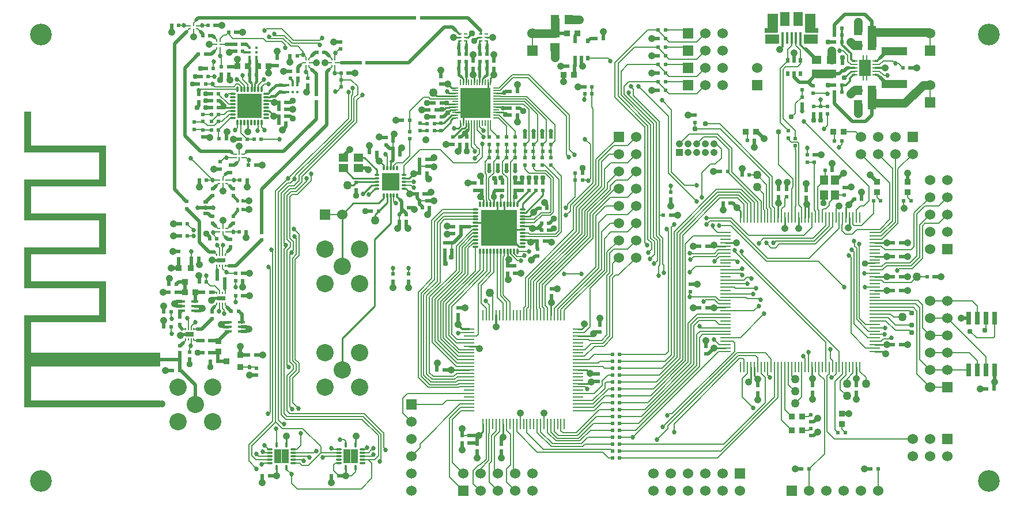
<source format=gtl>
G04 (created by PCBNEW-RS274X (2012-01-19 BZR 3256)-stable) date 12/09/2012 22:21:58*
G01*
G70*
G90*
%MOIN*%
G04 Gerber Fmt 3.4, Leading zero omitted, Abs format*
%FSLAX34Y34*%
G04 APERTURE LIST*
%ADD10C,0.006000*%
%ADD11R,0.036000X0.036000*%
%ADD12R,0.020000X0.030000*%
%ADD13R,0.047200X0.055100*%
%ADD14R,0.055100X0.047200*%
%ADD15R,0.011600X0.059100*%
%ADD16R,0.059100X0.011600*%
%ADD17R,0.015700X0.068900*%
%ADD18R,0.056100X0.081400*%
%ADD19R,0.084300X0.057100*%
%ADD20R,0.071900X0.025000*%
%ADD21R,0.063000X0.111600*%
%ADD22C,0.063000*%
%ADD23C,0.057100*%
%ADD24C,0.050000*%
%ADD25R,0.021700X0.031500*%
%ADD26R,0.039000X0.018000*%
%ADD27R,0.025000X0.075000*%
%ADD28R,0.006000X0.016900*%
%ADD29R,0.024000X0.007900*%
%ADD30R,0.016900X0.006000*%
%ADD31R,0.007900X0.024000*%
%ADD32R,0.007900X0.017700*%
%ADD33R,0.051200X0.007900*%
%ADD34O,0.047200X0.007900*%
%ADD35R,0.047200X0.019700*%
%ADD36O,0.043300X0.007900*%
%ADD37R,0.005900X0.007900*%
%ADD38R,0.033500X0.011000*%
%ADD39R,0.032400X0.047200*%
%ADD40R,0.011000X0.027600*%
%ADD41C,0.023000*%
%ADD42O,0.033500X0.011000*%
%ADD43O,0.011000X0.033500*%
%ADD44C,0.023600*%
%ADD45R,0.040400X0.040400*%
%ADD46O,0.011000X0.035400*%
%ADD47O,0.035400X0.011000*%
%ADD48R,0.208700X0.208700*%
%ADD49C,0.025000*%
%ADD50O,0.009700X0.034300*%
%ADD51O,0.034300X0.009700*%
%ADD52R,0.178300X0.178300*%
%ADD53R,0.139100X0.139100*%
%ADD54O,0.031500X0.011000*%
%ADD55O,0.011000X0.031500*%
%ADD56R,0.104300X0.104300*%
%ADD57R,0.145700X0.047200*%
%ADD58R,0.015700X0.019700*%
%ADD59R,0.027600X0.019700*%
%ADD60R,0.019700X0.023600*%
%ADD61R,0.060000X0.060000*%
%ADD62C,0.060000*%
%ADD63R,0.016100X0.013000*%
%ADD64R,0.013000X0.016100*%
%ADD65R,0.787400X0.078700*%
%ADD66R,0.787400X0.039400*%
%ADD67R,0.039400X0.511800*%
%ADD68R,0.472400X0.039400*%
%ADD69R,0.039400X0.236200*%
%ADD70R,0.042000X0.042000*%
%ADD71C,0.042000*%
%ADD72R,0.021700X0.009800*%
%ADD73R,0.056700X0.045300*%
%ADD74R,0.045300X0.056700*%
%ADD75R,0.034000X0.034000*%
%ADD76R,0.022000X0.020000*%
%ADD77R,0.020000X0.022000*%
%ADD78C,0.100000*%
%ADD79R,0.030000X0.020000*%
%ADD80R,0.030000X0.010000*%
%ADD81R,0.010000X0.030000*%
%ADD82R,0.010000X0.060000*%
%ADD83R,0.060000X0.010000*%
%ADD84C,0.126000*%
%ADD85C,0.031000*%
%ADD86C,0.027000*%
%ADD87C,0.037000*%
%ADD88C,0.020000*%
%ADD89C,0.012000*%
%ADD90C,0.010000*%
%ADD91C,0.009500*%
%ADD92C,0.008000*%
%ADD93C,0.050000*%
%ADD94C,0.011000*%
%ADD95C,0.018000*%
G04 APERTURE END LIST*
G54D10*
G54D11*
X37600Y-41650D03*
X37600Y-42350D03*
X36800Y-42000D03*
X34050Y-36600D03*
X34750Y-36600D03*
X34400Y-37400D03*
G54D12*
X56975Y-24450D03*
X57725Y-24450D03*
X56975Y-23450D03*
X57350Y-24450D03*
X57725Y-23450D03*
G54D13*
X72015Y-32383D03*
X71385Y-31517D03*
X72015Y-31517D03*
X71385Y-32383D03*
G54D14*
X43567Y-30815D03*
X44433Y-30185D03*
X44433Y-30815D03*
X43567Y-30185D03*
G54D15*
X56362Y-39350D03*
X56165Y-39350D03*
X55969Y-39350D03*
X55772Y-39350D03*
X55575Y-39350D03*
X55378Y-39350D03*
X55181Y-39350D03*
X54984Y-39350D03*
X54787Y-39350D03*
X54591Y-39350D03*
X54394Y-39350D03*
X54197Y-39350D03*
X54000Y-39350D03*
X53803Y-39350D03*
X53606Y-39350D03*
X53409Y-39350D03*
X53213Y-39350D03*
X53016Y-39350D03*
X52819Y-39350D03*
X52622Y-39350D03*
X52425Y-39350D03*
X52228Y-39350D03*
X52031Y-39350D03*
X51835Y-39350D03*
X51638Y-39350D03*
G54D16*
X50850Y-40138D03*
X50850Y-40335D03*
X50850Y-40531D03*
X50850Y-40728D03*
X50850Y-40925D03*
X50850Y-41122D03*
X50850Y-41319D03*
X50850Y-41516D03*
X50850Y-41713D03*
X50850Y-41909D03*
X50850Y-42106D03*
X50850Y-42303D03*
X50850Y-42500D03*
X50850Y-42697D03*
X50850Y-42894D03*
X50850Y-43091D03*
X50850Y-43287D03*
X50850Y-43484D03*
X50850Y-43681D03*
X50850Y-43878D03*
X50850Y-44075D03*
X50850Y-44272D03*
X50850Y-44469D03*
X50850Y-44665D03*
X50850Y-44862D03*
G54D15*
X51638Y-45650D03*
X51835Y-45650D03*
X52031Y-45650D03*
X52228Y-45650D03*
X52425Y-45650D03*
X52622Y-45650D03*
X52819Y-45650D03*
X53016Y-45650D03*
X53213Y-45650D03*
X53409Y-45650D03*
X53606Y-45650D03*
X53803Y-45650D03*
X54000Y-45650D03*
X54197Y-45650D03*
X54394Y-45650D03*
X54591Y-45650D03*
X54787Y-45650D03*
X54984Y-45650D03*
X55181Y-45650D03*
X55378Y-45650D03*
X55575Y-45650D03*
X55772Y-45650D03*
X55969Y-45650D03*
X56165Y-45650D03*
X56362Y-45650D03*
G54D16*
X57150Y-44862D03*
X57150Y-44665D03*
X57150Y-44469D03*
X57150Y-44272D03*
X57150Y-44075D03*
X57150Y-43878D03*
X57150Y-43681D03*
X57150Y-43484D03*
X57150Y-43287D03*
X57150Y-43091D03*
X57150Y-42894D03*
X57150Y-42697D03*
X57150Y-42500D03*
X57150Y-42303D03*
X57150Y-42106D03*
X57150Y-41909D03*
X57150Y-41713D03*
X57150Y-41516D03*
X57150Y-41319D03*
X57150Y-41122D03*
X57150Y-40925D03*
X57150Y-40728D03*
X57150Y-40531D03*
X57150Y-40335D03*
X57150Y-40138D03*
G54D17*
X70012Y-23281D03*
X69756Y-23281D03*
X69500Y-23281D03*
X69244Y-23281D03*
X68988Y-23281D03*
G54D18*
X69879Y-22156D03*
X69121Y-22156D03*
G54D19*
X70614Y-23340D03*
X68386Y-23340D03*
G54D20*
X70676Y-22827D03*
X68324Y-22827D03*
G54D21*
X70583Y-22394D03*
X68417Y-22394D03*
G54D22*
X70583Y-22169D03*
X68417Y-22169D03*
G54D23*
X70479Y-23339D03*
X68521Y-23339D03*
G54D24*
X48775Y-26425D03*
X76750Y-37100D03*
X67500Y-31900D03*
X67500Y-31200D03*
X45400Y-33850D03*
X75900Y-39450D03*
X43800Y-31800D03*
X73800Y-43300D03*
X69700Y-43750D03*
X69700Y-43050D03*
X69700Y-44450D03*
X72700Y-44000D03*
X72700Y-43300D03*
G54D25*
X70024Y-24566D03*
X69650Y-24566D03*
X69276Y-24566D03*
X69276Y-25334D03*
X69650Y-25334D03*
X70024Y-25334D03*
G54D26*
X34205Y-38540D03*
X34205Y-38800D03*
X34205Y-39060D03*
X34995Y-39060D03*
X34995Y-38800D03*
X34995Y-38540D03*
X37695Y-40260D03*
X37695Y-40000D03*
X37695Y-39740D03*
X36905Y-39740D03*
X36905Y-40000D03*
X36905Y-40260D03*
G54D27*
X81250Y-39500D03*
X80750Y-39500D03*
X80250Y-39500D03*
X79750Y-39500D03*
X79750Y-42500D03*
X80250Y-42500D03*
X80750Y-42500D03*
X81250Y-42500D03*
G54D28*
X43098Y-24489D03*
G54D29*
X42823Y-24700D03*
G54D28*
X42902Y-24911D03*
X43098Y-24911D03*
G54D29*
X43177Y-24700D03*
G54D28*
X42902Y-24489D03*
X36448Y-23439D03*
G54D29*
X36173Y-23650D03*
G54D28*
X36252Y-23861D03*
X36448Y-23861D03*
G54D29*
X36527Y-23650D03*
G54D28*
X36252Y-23439D03*
X41402Y-24911D03*
G54D29*
X41677Y-24700D03*
G54D28*
X41598Y-24489D03*
X41402Y-24489D03*
G54D29*
X41323Y-24700D03*
G54D28*
X41598Y-24911D03*
G54D30*
X34689Y-22552D03*
G54D31*
X34900Y-22827D03*
G54D30*
X35111Y-22748D03*
X35111Y-22552D03*
G54D31*
X34900Y-22473D03*
G54D30*
X34689Y-22748D03*
X36389Y-31502D03*
G54D31*
X36600Y-31777D03*
G54D30*
X36811Y-31698D03*
X36811Y-31502D03*
G54D31*
X36600Y-31423D03*
G54D30*
X36389Y-31698D03*
X36811Y-34498D03*
G54D31*
X36600Y-34223D03*
G54D30*
X36389Y-34302D03*
X36389Y-34498D03*
G54D31*
X36600Y-34577D03*
G54D30*
X36811Y-34302D03*
X37761Y-30198D03*
G54D31*
X37550Y-29923D03*
G54D30*
X37339Y-30002D03*
X37339Y-30198D03*
G54D31*
X37550Y-30277D03*
G54D30*
X37761Y-30002D03*
G54D32*
X36264Y-36455D03*
X36421Y-36455D03*
X36579Y-36455D03*
X36736Y-36455D03*
X36736Y-35845D03*
X36579Y-35845D03*
X36421Y-35845D03*
X36264Y-35845D03*
G54D33*
X36500Y-36150D03*
G54D34*
X36500Y-36052D03*
G54D35*
X36500Y-36150D03*
G54D36*
X36520Y-36248D03*
G54D10*
G36*
X36303Y-36288D02*
X36263Y-36248D01*
X36283Y-36228D01*
X36323Y-36268D01*
X36303Y-36288D01*
X36303Y-36288D01*
G37*
G54D37*
X36333Y-36248D03*
G54D32*
X34454Y-40745D03*
X34611Y-40745D03*
X34769Y-40745D03*
X34926Y-40745D03*
X34926Y-40135D03*
X34769Y-40135D03*
X34611Y-40135D03*
X34454Y-40135D03*
G54D33*
X34690Y-40440D03*
G54D34*
X34690Y-40342D03*
G54D35*
X34690Y-40440D03*
G54D36*
X34710Y-40538D03*
G54D10*
G36*
X34493Y-40578D02*
X34453Y-40538D01*
X34473Y-40518D01*
X34513Y-40558D01*
X34493Y-40578D01*
X34493Y-40578D01*
G37*
G54D37*
X34523Y-40538D03*
G54D32*
X36736Y-38045D03*
X36579Y-38045D03*
X36421Y-38045D03*
X36264Y-38045D03*
X36264Y-38655D03*
X36421Y-38655D03*
X36579Y-38655D03*
X36736Y-38655D03*
G54D33*
X36500Y-38350D03*
G54D34*
X36500Y-38448D03*
G54D35*
X36500Y-38350D03*
G54D36*
X36480Y-38252D03*
G54D10*
G36*
X36697Y-38212D02*
X36737Y-38252D01*
X36717Y-38272D01*
X36677Y-38232D01*
X36697Y-38212D01*
X36697Y-38212D01*
G37*
G54D37*
X36667Y-38252D03*
G54D38*
X73159Y-24606D03*
X73159Y-24803D03*
X73159Y-25000D03*
X73159Y-25197D03*
X73159Y-25394D03*
X74341Y-25394D03*
X74341Y-25197D03*
X74341Y-25000D03*
X74341Y-24803D03*
X74341Y-24606D03*
G54D39*
X73912Y-25236D03*
X73912Y-24764D03*
X73588Y-24764D03*
X73588Y-25236D03*
G54D40*
X73848Y-24390D03*
X73652Y-24390D03*
X73652Y-25610D03*
X73848Y-25610D03*
G54D41*
X73750Y-25000D03*
X73947Y-24705D03*
X73553Y-24705D03*
X73553Y-25295D03*
X73947Y-25295D03*
G54D42*
X44679Y-47894D03*
X44679Y-47697D03*
X44679Y-47500D03*
X44679Y-47303D03*
X44679Y-47106D03*
G54D43*
X43705Y-46821D03*
G54D42*
X43321Y-47106D03*
X43321Y-47303D03*
X43321Y-47500D03*
X43321Y-47697D03*
X43321Y-47894D03*
G54D44*
X44202Y-47702D03*
X43798Y-47702D03*
X43798Y-47298D03*
X44202Y-47298D03*
G54D45*
X44202Y-47702D03*
X43798Y-47702D03*
X44202Y-47298D03*
X43798Y-47298D03*
G54D43*
X44295Y-46821D03*
X43705Y-48179D03*
X44295Y-48179D03*
G54D42*
X40679Y-47894D03*
X40679Y-47697D03*
X40679Y-47500D03*
X40679Y-47303D03*
X40679Y-47106D03*
G54D43*
X39705Y-46821D03*
G54D42*
X39321Y-47106D03*
X39321Y-47303D03*
X39321Y-47500D03*
X39321Y-47697D03*
X39321Y-47894D03*
G54D44*
X40202Y-47702D03*
X39798Y-47702D03*
X39798Y-47298D03*
X40202Y-47298D03*
G54D45*
X40202Y-47702D03*
X39798Y-47702D03*
X40202Y-47298D03*
X39798Y-47298D03*
G54D43*
X40295Y-46821D03*
X39705Y-48179D03*
X40295Y-48179D03*
G54D46*
X53658Y-32917D03*
X53461Y-32917D03*
X53264Y-32917D03*
X53067Y-32917D03*
X52870Y-32917D03*
X52673Y-32917D03*
X52477Y-32917D03*
X52280Y-32917D03*
X52083Y-32917D03*
X51886Y-32917D03*
X51689Y-32917D03*
X51492Y-32917D03*
G54D47*
X51217Y-33192D03*
X51217Y-33389D03*
X51217Y-33586D03*
X51217Y-33783D03*
X51217Y-33980D03*
X51217Y-34177D03*
X51217Y-34373D03*
X51217Y-34570D03*
X51217Y-34767D03*
X51217Y-34964D03*
X51217Y-35161D03*
X51217Y-35358D03*
G54D46*
X51492Y-35633D03*
X51689Y-35633D03*
X51886Y-35633D03*
X52083Y-35633D03*
X52280Y-35633D03*
X52477Y-35633D03*
X52673Y-35633D03*
X52870Y-35633D03*
X53067Y-35633D03*
X53264Y-35633D03*
X53461Y-35633D03*
X53658Y-35633D03*
G54D47*
X53933Y-35358D03*
X53933Y-35161D03*
X53933Y-34964D03*
X53933Y-34767D03*
X53933Y-34570D03*
X53933Y-34373D03*
X53933Y-34177D03*
X53933Y-33980D03*
X53933Y-33783D03*
X53933Y-33586D03*
X53933Y-33389D03*
X53933Y-33192D03*
G54D48*
X52575Y-34275D03*
G54D49*
X52575Y-34275D03*
X52575Y-33625D03*
X53225Y-33625D03*
X53225Y-34275D03*
X53225Y-34925D03*
X52575Y-34925D03*
X51925Y-34925D03*
X51925Y-34275D03*
X51925Y-33625D03*
G54D50*
X52091Y-25844D03*
X51934Y-25844D03*
X51776Y-25844D03*
X51619Y-25844D03*
X51461Y-25844D03*
X51304Y-25844D03*
X51146Y-25844D03*
X50989Y-25844D03*
X50831Y-25844D03*
X50674Y-25844D03*
X50516Y-25844D03*
X50359Y-25844D03*
G54D51*
X50044Y-26159D03*
X50044Y-26316D03*
X50044Y-26474D03*
X50044Y-26631D03*
X50044Y-26789D03*
X50044Y-26946D03*
X50044Y-27104D03*
X50044Y-27261D03*
X50044Y-27419D03*
X50044Y-27576D03*
X50044Y-27734D03*
X50044Y-27891D03*
G54D50*
X50359Y-28206D03*
X50516Y-28206D03*
X50674Y-28206D03*
X50831Y-28206D03*
X50989Y-28206D03*
X51146Y-28206D03*
X51304Y-28206D03*
X51461Y-28206D03*
X51619Y-28206D03*
X51776Y-28206D03*
X51934Y-28206D03*
X52091Y-28206D03*
G54D51*
X52406Y-27891D03*
X52406Y-27734D03*
X52406Y-27576D03*
X52406Y-27419D03*
X52406Y-27261D03*
X52406Y-27104D03*
X52406Y-26946D03*
X52406Y-26789D03*
X52406Y-26631D03*
X52406Y-26474D03*
X52406Y-26316D03*
X52406Y-26159D03*
G54D52*
X51225Y-27025D03*
G54D49*
X51225Y-27025D03*
X51225Y-26431D03*
X51819Y-26431D03*
X51819Y-27025D03*
X51819Y-27619D03*
X51225Y-27619D03*
X50631Y-27619D03*
X50631Y-27025D03*
X50631Y-26431D03*
G54D47*
X37185Y-26511D03*
X37185Y-26708D03*
X37185Y-26905D03*
X37185Y-27102D03*
X37185Y-27298D03*
X37185Y-27495D03*
X37185Y-27692D03*
X37185Y-27889D03*
G54D53*
X38150Y-27200D03*
G54D44*
X38150Y-27200D03*
X37717Y-27200D03*
X37717Y-26767D03*
X38150Y-26767D03*
X38583Y-26767D03*
X38583Y-27200D03*
X38583Y-27633D03*
X38150Y-27633D03*
X37717Y-27633D03*
G54D46*
X37461Y-28165D03*
X37658Y-28165D03*
X37855Y-28165D03*
X38052Y-28165D03*
X38248Y-28165D03*
X38445Y-28165D03*
X38642Y-28165D03*
X38839Y-28165D03*
G54D47*
X39115Y-27889D03*
X39115Y-27692D03*
X39115Y-27495D03*
X39115Y-27298D03*
X39115Y-27102D03*
X39115Y-26905D03*
X39115Y-26708D03*
X39115Y-26511D03*
G54D46*
X38839Y-26235D03*
X38642Y-26235D03*
X38445Y-26235D03*
X38268Y-26235D03*
X38052Y-26235D03*
X37855Y-26235D03*
X37678Y-26235D03*
X37461Y-26235D03*
G54D54*
X45513Y-31206D03*
X45513Y-31403D03*
X45513Y-31600D03*
X45513Y-31797D03*
X45513Y-31994D03*
G54D55*
X45906Y-32387D03*
X46103Y-32387D03*
X46300Y-32387D03*
X46497Y-32387D03*
X46694Y-32387D03*
G54D54*
X47087Y-31994D03*
X47087Y-31797D03*
X47087Y-31600D03*
X47087Y-31403D03*
X47087Y-31206D03*
G54D55*
X46694Y-30813D03*
X46497Y-30813D03*
X46300Y-30813D03*
X46103Y-30813D03*
X45906Y-30813D03*
G54D56*
X46300Y-31600D03*
G54D44*
X46300Y-31600D03*
X46039Y-31339D03*
X46561Y-31339D03*
X46561Y-31861D03*
X46039Y-31861D03*
G54D57*
X75450Y-27051D03*
X75450Y-25949D03*
X75450Y-24051D03*
X75450Y-22949D03*
G54D15*
X73445Y-33659D03*
X73248Y-33659D03*
X73051Y-33659D03*
X72854Y-33659D03*
X72657Y-33659D03*
X72461Y-33659D03*
X72264Y-33659D03*
X72067Y-33659D03*
X71870Y-33659D03*
X71673Y-33659D03*
X71476Y-33659D03*
X71280Y-33659D03*
X71083Y-33659D03*
X70886Y-33659D03*
X70689Y-33659D03*
X70492Y-33659D03*
X70295Y-33659D03*
X70098Y-33659D03*
X69902Y-33659D03*
X69705Y-33659D03*
X69508Y-33659D03*
X69311Y-33659D03*
X69114Y-33659D03*
X68917Y-33659D03*
X68720Y-33659D03*
X68524Y-33659D03*
X68327Y-33659D03*
X68130Y-33659D03*
X67933Y-33659D03*
X67736Y-33659D03*
X67539Y-33659D03*
X67343Y-33659D03*
X67146Y-33659D03*
X66949Y-33659D03*
X66752Y-33659D03*
X66555Y-33659D03*
G54D16*
X65669Y-34545D03*
X65669Y-34742D03*
X65669Y-34939D03*
X65669Y-35136D03*
X65669Y-35333D03*
X65669Y-35529D03*
X65669Y-35726D03*
X65669Y-35923D03*
X65669Y-36120D03*
X65669Y-36317D03*
X65669Y-36514D03*
X65669Y-36710D03*
X65669Y-36907D03*
X65669Y-37104D03*
X65669Y-37301D03*
X65669Y-37498D03*
X65669Y-37695D03*
X65669Y-37892D03*
X65669Y-38088D03*
X65669Y-38285D03*
X65669Y-38482D03*
X65669Y-38679D03*
X65669Y-38876D03*
X65669Y-39073D03*
X65669Y-39270D03*
X65669Y-39466D03*
X65669Y-39663D03*
X65669Y-39860D03*
X65669Y-40057D03*
X65669Y-40254D03*
X65669Y-40451D03*
X65669Y-40647D03*
X65669Y-40844D03*
X65669Y-41041D03*
X65669Y-41238D03*
X65669Y-41435D03*
G54D15*
X66555Y-42321D03*
X66752Y-42321D03*
X66949Y-42321D03*
X67146Y-42321D03*
X67343Y-42321D03*
X67539Y-42321D03*
X67736Y-42321D03*
X67933Y-42321D03*
X68130Y-42321D03*
X68327Y-42321D03*
X68524Y-42321D03*
X68720Y-42321D03*
X68917Y-42321D03*
X69114Y-42321D03*
X69311Y-42321D03*
X69508Y-42321D03*
X69705Y-42321D03*
X69902Y-42321D03*
X70098Y-42321D03*
X70295Y-42321D03*
X70492Y-42321D03*
X70689Y-42321D03*
X70886Y-42321D03*
X71083Y-42321D03*
X71280Y-42321D03*
X71476Y-42321D03*
X71673Y-42321D03*
X71870Y-42321D03*
X72067Y-42321D03*
X72264Y-42321D03*
X72461Y-42321D03*
X72657Y-42321D03*
X72854Y-42321D03*
X73051Y-42321D03*
X73248Y-42321D03*
X73445Y-42321D03*
G54D16*
X74331Y-41435D03*
X74331Y-41238D03*
X74331Y-41041D03*
X74331Y-40844D03*
X74331Y-40647D03*
X74331Y-40451D03*
X74331Y-40254D03*
X74331Y-40057D03*
X74331Y-39860D03*
X74331Y-39663D03*
X74331Y-39466D03*
X74331Y-39270D03*
X74331Y-39073D03*
X74331Y-38876D03*
X74331Y-38679D03*
X74331Y-38482D03*
X74331Y-38285D03*
X74331Y-38088D03*
X74331Y-37892D03*
X74331Y-37695D03*
X74331Y-37498D03*
X74331Y-37301D03*
X74331Y-37104D03*
X74331Y-36907D03*
X74331Y-36710D03*
X74331Y-36514D03*
X74331Y-36317D03*
X74331Y-36120D03*
X74331Y-35923D03*
X74331Y-35726D03*
X74331Y-35529D03*
X74331Y-35333D03*
X74331Y-35136D03*
X74331Y-34939D03*
X74331Y-34742D03*
X74331Y-34545D03*
G54D58*
X37738Y-33196D03*
X37738Y-32704D03*
X37462Y-32704D03*
X37462Y-33196D03*
G54D59*
X35600Y-32765D03*
X35600Y-33435D03*
G54D60*
X35777Y-33100D03*
X35423Y-33100D03*
G54D61*
X59500Y-29000D03*
G54D62*
X60500Y-29000D03*
X59500Y-30000D03*
X60500Y-30000D03*
X59500Y-31000D03*
X60500Y-31000D03*
X59500Y-32000D03*
X60500Y-32000D03*
X59500Y-33000D03*
X60500Y-33000D03*
X59500Y-34000D03*
X60500Y-34000D03*
X59500Y-35000D03*
X60500Y-35000D03*
X59500Y-36000D03*
X60500Y-36000D03*
G54D61*
X66500Y-48500D03*
G54D62*
X66500Y-49500D03*
X65500Y-48500D03*
X65500Y-49500D03*
X64500Y-48500D03*
X64500Y-49500D03*
X63500Y-48500D03*
X63500Y-49500D03*
X62500Y-48500D03*
X62500Y-49500D03*
X61500Y-48500D03*
X61500Y-49500D03*
G54D61*
X78500Y-43500D03*
G54D62*
X77500Y-43500D03*
X78500Y-42500D03*
X77500Y-42500D03*
X78500Y-41500D03*
X77500Y-41500D03*
X78500Y-40500D03*
X77500Y-40500D03*
X78500Y-39500D03*
X77500Y-39500D03*
X78500Y-38500D03*
X77500Y-38500D03*
G54D61*
X78500Y-35500D03*
G54D62*
X77500Y-35500D03*
X78500Y-34500D03*
X77500Y-34500D03*
X78500Y-33500D03*
X77500Y-33500D03*
X78500Y-32500D03*
X77500Y-32500D03*
X78500Y-31500D03*
X77500Y-31500D03*
G54D61*
X50500Y-49500D03*
G54D62*
X50500Y-48500D03*
X51500Y-49500D03*
X51500Y-48500D03*
X52500Y-49500D03*
X52500Y-48500D03*
X53500Y-49500D03*
X53500Y-48500D03*
X54500Y-49500D03*
X54500Y-48500D03*
G54D61*
X76500Y-29000D03*
G54D62*
X76500Y-30000D03*
X75500Y-29000D03*
X75500Y-30000D03*
X74500Y-29000D03*
X74500Y-30000D03*
X73500Y-29000D03*
X73500Y-30000D03*
G54D61*
X78510Y-46500D03*
G54D62*
X78510Y-47500D03*
X77510Y-46500D03*
X77510Y-47500D03*
X76510Y-46500D03*
X76510Y-47500D03*
G54D61*
X69500Y-49500D03*
G54D62*
X70500Y-49500D03*
X71500Y-49500D03*
X72500Y-49500D03*
X73500Y-49500D03*
X74500Y-49500D03*
G54D61*
X47500Y-44500D03*
G54D62*
X47500Y-45500D03*
X47500Y-46500D03*
X47500Y-47500D03*
X47500Y-48500D03*
X47500Y-49500D03*
G54D61*
X63500Y-24000D03*
G54D62*
X64500Y-24000D03*
X65500Y-24000D03*
G54D61*
X63500Y-23000D03*
G54D62*
X64500Y-23000D03*
X65500Y-23000D03*
G54D61*
X63500Y-25000D03*
G54D62*
X64500Y-25000D03*
X65500Y-25000D03*
G54D61*
X63500Y-26000D03*
G54D62*
X64500Y-26000D03*
X65500Y-26000D03*
G54D61*
X67500Y-26000D03*
G54D62*
X67500Y-25000D03*
G54D63*
X40910Y-26005D03*
X40650Y-26005D03*
X40390Y-26005D03*
X40390Y-26395D03*
X40650Y-26395D03*
X40910Y-26395D03*
G54D64*
X38155Y-23840D03*
X38155Y-24100D03*
X38155Y-24360D03*
X38545Y-24360D03*
X38545Y-24100D03*
X38545Y-23840D03*
G54D65*
X29063Y-41900D03*
G54D66*
X29063Y-44459D03*
G54D67*
X25323Y-41900D03*
G54D68*
X27488Y-39538D03*
G54D69*
X29654Y-38554D03*
X25323Y-36585D03*
X29654Y-34617D03*
X25323Y-32648D03*
X29654Y-30680D03*
X25323Y-28711D03*
G54D68*
X27488Y-37569D03*
X27488Y-35601D03*
X27488Y-33632D03*
X27488Y-31664D03*
X27488Y-29695D03*
G54D70*
X63000Y-29900D03*
G54D71*
X63000Y-29400D03*
X63500Y-29900D03*
X63500Y-29400D03*
X64000Y-29900D03*
X64000Y-29400D03*
X64500Y-29900D03*
X64500Y-29400D03*
X65000Y-29900D03*
X65000Y-29400D03*
G54D72*
X51508Y-23028D03*
X51508Y-23225D03*
X51508Y-23422D03*
X51842Y-23422D03*
X51842Y-23225D03*
X51842Y-23028D03*
X50308Y-23028D03*
X50308Y-23225D03*
X50308Y-23422D03*
X50642Y-23422D03*
X50642Y-23225D03*
X50642Y-23028D03*
G54D73*
X55800Y-23800D03*
X55800Y-23000D03*
X70950Y-25350D03*
X70950Y-24550D03*
G54D74*
X73350Y-22850D03*
X74150Y-22850D03*
X73350Y-23700D03*
X74150Y-23700D03*
X55800Y-22200D03*
X56600Y-22200D03*
G54D73*
X71800Y-24550D03*
X71800Y-25350D03*
G54D74*
X74150Y-26300D03*
X73350Y-26300D03*
X74150Y-27150D03*
X73350Y-27150D03*
G54D75*
X72500Y-28700D03*
X71900Y-28700D03*
X67450Y-28700D03*
X66850Y-28700D03*
X72400Y-45050D03*
X72400Y-45650D03*
X70100Y-46000D03*
X69500Y-46000D03*
X70100Y-45200D03*
X69500Y-45200D03*
X74450Y-31600D03*
X74450Y-32200D03*
X76200Y-31600D03*
X76200Y-32200D03*
X37450Y-24900D03*
X38050Y-24900D03*
X35000Y-38000D03*
X34400Y-38000D03*
X57100Y-23000D03*
X56500Y-23000D03*
X39250Y-24900D03*
X38650Y-24900D03*
X56900Y-25400D03*
X56300Y-25400D03*
X36350Y-40850D03*
X36350Y-41450D03*
G54D76*
X62500Y-32190D03*
X62500Y-32610D03*
G54D77*
X72410Y-23500D03*
X71990Y-23500D03*
X72410Y-23100D03*
X71990Y-23100D03*
X77340Y-37100D03*
X77760Y-37100D03*
X74510Y-48250D03*
X74090Y-48250D03*
G54D76*
X71190Y-27240D03*
X71190Y-27660D03*
X71590Y-27660D03*
X71590Y-27240D03*
X70750Y-26460D03*
X70750Y-26040D03*
X70790Y-27660D03*
X70790Y-27240D03*
G54D77*
X75940Y-25000D03*
X76360Y-25000D03*
X35340Y-25500D03*
X35760Y-25500D03*
X72410Y-26000D03*
X71990Y-26000D03*
G54D76*
X54075Y-30215D03*
X54075Y-30635D03*
G54D77*
X37760Y-23650D03*
X37340Y-23650D03*
X35640Y-25050D03*
X36060Y-25050D03*
X40490Y-24300D03*
X40910Y-24300D03*
G54D76*
X38850Y-34960D03*
X38850Y-34540D03*
G54D77*
X36360Y-28600D03*
X35940Y-28600D03*
G54D76*
X34950Y-28560D03*
X34950Y-28140D03*
G54D77*
X35940Y-27700D03*
X36360Y-27700D03*
X36360Y-26500D03*
X35940Y-26500D03*
X62090Y-33550D03*
X62510Y-33550D03*
G54D76*
X63650Y-37960D03*
X63650Y-37540D03*
X55575Y-30215D03*
X55575Y-30635D03*
X55075Y-30215D03*
X55075Y-30635D03*
X54575Y-30215D03*
X54575Y-30635D03*
G54D77*
X57410Y-31500D03*
X56990Y-31500D03*
X57540Y-26500D03*
X57960Y-26500D03*
X34790Y-36050D03*
X35210Y-36050D03*
G54D76*
X54075Y-29015D03*
X54075Y-29435D03*
X54575Y-29015D03*
X54575Y-29435D03*
X55075Y-29015D03*
X55075Y-29435D03*
X55575Y-29015D03*
X55575Y-29435D03*
G54D77*
X57410Y-31100D03*
X56990Y-31100D03*
X57540Y-26100D03*
X57960Y-26100D03*
G54D76*
X53525Y-29015D03*
X53525Y-29435D03*
X53025Y-29015D03*
X53025Y-29435D03*
X52525Y-29015D03*
X52525Y-29435D03*
X52025Y-29015D03*
X52025Y-29435D03*
X38550Y-42810D03*
X38550Y-42390D03*
G54D77*
X48415Y-28225D03*
X48835Y-28225D03*
X48415Y-28625D03*
X48835Y-28625D03*
G54D76*
X47350Y-36940D03*
X47350Y-37360D03*
X46450Y-36940D03*
X46450Y-37360D03*
X36000Y-31990D03*
X36000Y-32410D03*
G54D77*
X37540Y-34500D03*
X37960Y-34500D03*
G54D76*
X37050Y-30640D03*
X37050Y-31060D03*
G54D77*
X42040Y-24100D03*
X42460Y-24100D03*
G54D76*
X41500Y-25590D03*
X41500Y-26010D03*
G54D77*
X35190Y-24200D03*
X35610Y-24200D03*
G54D76*
X36450Y-30440D03*
X36450Y-30860D03*
X40500Y-25190D03*
X40500Y-25610D03*
X36000Y-34010D03*
X36000Y-33590D03*
X37200Y-33590D03*
X37200Y-34010D03*
X40950Y-25190D03*
X40950Y-25610D03*
G54D77*
X35840Y-34900D03*
X36260Y-34900D03*
X35240Y-31500D03*
X35660Y-31500D03*
G54D76*
X37050Y-34940D03*
X37050Y-35360D03*
G54D77*
X45610Y-33300D03*
X45190Y-33300D03*
G54D76*
X44300Y-31640D03*
X44300Y-32060D03*
G54D77*
X59140Y-47600D03*
X59560Y-47600D03*
X59140Y-47200D03*
X59560Y-47200D03*
X38090Y-30650D03*
X38510Y-30650D03*
X40260Y-28200D03*
X39840Y-28200D03*
X40260Y-27000D03*
X39840Y-27000D03*
X40260Y-27400D03*
X39840Y-27400D03*
X35940Y-27300D03*
X36360Y-27300D03*
X35940Y-26900D03*
X36360Y-26900D03*
X43440Y-25300D03*
X43860Y-25300D03*
X44540Y-24700D03*
X44960Y-24700D03*
G54D76*
X42000Y-26960D03*
X42000Y-26540D03*
G54D77*
X59140Y-46800D03*
X59560Y-46800D03*
X37590Y-31500D03*
X38010Y-31500D03*
X36810Y-29100D03*
X36390Y-29100D03*
G54D76*
X35450Y-29010D03*
X35450Y-28590D03*
G54D77*
X35940Y-28100D03*
X36360Y-28100D03*
G54D76*
X35450Y-27690D03*
X35450Y-28110D03*
X43400Y-23490D03*
X43400Y-23910D03*
X37200Y-31990D03*
X37200Y-32410D03*
G54D77*
X62210Y-22800D03*
X61790Y-22800D03*
X67360Y-29200D03*
X66940Y-29200D03*
X72190Y-46150D03*
X72610Y-46150D03*
X75990Y-32700D03*
X76410Y-32700D03*
X74240Y-32700D03*
X74660Y-32700D03*
G54D76*
X70600Y-45090D03*
X70600Y-45510D03*
X70600Y-45890D03*
X70600Y-46310D03*
X69200Y-32040D03*
X69200Y-32460D03*
G54D77*
X61790Y-24300D03*
X62210Y-24300D03*
X72410Y-29250D03*
X71990Y-29250D03*
G54D76*
X63900Y-28160D03*
X63900Y-27740D03*
X70100Y-27110D03*
X70100Y-26690D03*
G54D77*
X66640Y-31200D03*
X67060Y-31200D03*
X65390Y-31000D03*
X65810Y-31000D03*
G54D76*
X70100Y-26260D03*
X70100Y-25840D03*
G54D77*
X70510Y-48250D03*
X70090Y-48250D03*
G54D76*
X69700Y-29090D03*
X69700Y-29510D03*
X69300Y-28640D03*
X69300Y-29060D03*
G54D77*
X59140Y-43600D03*
X59560Y-43600D03*
X59140Y-46400D03*
X59560Y-46400D03*
X59140Y-46000D03*
X59560Y-46000D03*
X61790Y-26300D03*
X62210Y-26300D03*
X59140Y-45600D03*
X59560Y-45600D03*
X59140Y-45200D03*
X59560Y-45200D03*
X59140Y-44800D03*
X59560Y-44800D03*
X59140Y-44400D03*
X59560Y-44400D03*
X59140Y-44000D03*
X59560Y-44000D03*
X72410Y-26400D03*
X71990Y-26400D03*
X61790Y-25300D03*
X62210Y-25300D03*
X59140Y-43200D03*
X59560Y-43200D03*
X59140Y-42800D03*
X59560Y-42800D03*
X59140Y-42400D03*
X59560Y-42400D03*
X59140Y-42000D03*
X59560Y-42000D03*
X59140Y-41600D03*
X59560Y-41600D03*
X46860Y-30050D03*
X46440Y-30050D03*
X52065Y-29825D03*
X52485Y-29825D03*
G54D76*
X50675Y-24215D03*
X50675Y-24635D03*
X49925Y-29435D03*
X49925Y-29015D03*
X52025Y-30635D03*
X52025Y-30215D03*
X52525Y-30635D03*
X52525Y-30215D03*
X53025Y-30635D03*
X53025Y-30215D03*
X53525Y-30635D03*
X53525Y-30215D03*
X50275Y-24215D03*
X50275Y-24635D03*
X49225Y-28215D03*
X49225Y-28635D03*
G54D77*
X45090Y-29900D03*
X45510Y-29900D03*
G54D76*
X48025Y-28215D03*
X48025Y-28635D03*
X47400Y-28690D03*
X47400Y-29110D03*
G54D77*
X46990Y-28050D03*
X47410Y-28050D03*
X48260Y-32300D03*
X47840Y-32300D03*
X47360Y-33100D03*
X46940Y-33100D03*
G54D76*
X51475Y-24215D03*
X51475Y-24635D03*
G54D77*
X48410Y-31100D03*
X47990Y-31100D03*
X49965Y-34200D03*
X50385Y-34200D03*
X49965Y-34600D03*
X50385Y-34600D03*
X72410Y-22700D03*
X71990Y-22700D03*
X65540Y-32850D03*
X65960Y-32850D03*
X64190Y-35350D03*
X64610Y-35350D03*
X64190Y-38900D03*
X64610Y-38900D03*
G54D76*
X64550Y-41140D03*
X64550Y-41560D03*
X67540Y-43830D03*
X67540Y-43410D03*
X70700Y-43810D03*
X70700Y-43390D03*
X73250Y-43810D03*
X73250Y-43390D03*
G54D77*
X75810Y-41050D03*
X75390Y-41050D03*
X75810Y-37900D03*
X75390Y-37900D03*
X75810Y-37100D03*
X75390Y-37100D03*
X75810Y-35950D03*
X75390Y-35950D03*
G54D76*
X49225Y-25515D03*
X49225Y-25935D03*
X53525Y-31665D03*
X53525Y-32085D03*
X53925Y-31665D03*
X53925Y-32085D03*
X52375Y-31665D03*
X52375Y-32085D03*
X52775Y-31665D03*
X52775Y-32085D03*
X51575Y-31665D03*
X51575Y-32085D03*
X51175Y-31665D03*
X51175Y-32085D03*
X53075Y-36885D03*
X53075Y-36465D03*
X53475Y-36885D03*
X53475Y-36465D03*
G54D77*
X55210Y-35050D03*
X54790Y-35050D03*
G54D76*
X54800Y-35910D03*
X54800Y-35490D03*
G54D77*
X55460Y-34000D03*
X55040Y-34000D03*
X55460Y-34400D03*
X55040Y-34400D03*
X55360Y-33150D03*
X54940Y-33150D03*
G54D76*
X52275Y-24615D03*
X52275Y-25035D03*
X51075Y-24615D03*
X51075Y-25035D03*
G54D77*
X75810Y-35150D03*
X75390Y-35150D03*
X48815Y-27025D03*
X49235Y-27025D03*
X48515Y-27425D03*
X48935Y-27425D03*
X48815Y-27825D03*
X49235Y-27825D03*
G54D76*
X50725Y-29435D03*
X50725Y-29015D03*
X50325Y-29435D03*
X50325Y-29015D03*
G54D77*
X53635Y-27725D03*
X53215Y-27725D03*
X53635Y-27325D03*
X53215Y-27325D03*
X53635Y-26375D03*
X53215Y-26375D03*
X55115Y-29825D03*
X55535Y-29825D03*
X54115Y-29825D03*
X54535Y-29825D03*
G54D76*
X55125Y-31665D03*
X55125Y-32085D03*
X54725Y-31665D03*
X54725Y-32085D03*
X51875Y-24215D03*
X51875Y-24635D03*
X54325Y-31665D03*
X54325Y-32085D03*
G54D77*
X53065Y-29825D03*
X53485Y-29825D03*
X33490Y-38000D03*
X33910Y-38000D03*
X38400Y-29130D03*
X38820Y-29130D03*
X33610Y-39150D03*
X33190Y-39150D03*
X33610Y-40000D03*
X33190Y-40000D03*
G54D76*
X34100Y-41510D03*
X34100Y-41090D03*
X34680Y-41880D03*
X34680Y-41460D03*
G54D77*
X35860Y-40800D03*
X35440Y-40800D03*
G54D76*
X35970Y-39130D03*
X35970Y-39550D03*
G54D77*
X35660Y-37400D03*
X35240Y-37400D03*
X37510Y-39100D03*
X37090Y-39100D03*
G54D76*
X34100Y-39440D03*
X34100Y-39860D03*
G54D77*
X37760Y-37350D03*
X37340Y-37350D03*
X33640Y-22550D03*
X34060Y-22550D03*
X37760Y-38200D03*
X37340Y-38200D03*
X37360Y-22950D03*
X36940Y-22950D03*
G54D76*
X34050Y-35640D03*
X34050Y-36060D03*
G54D77*
X38890Y-48650D03*
X39310Y-48650D03*
X35860Y-23150D03*
X35440Y-23150D03*
X35910Y-38000D03*
X35490Y-38000D03*
X37760Y-24050D03*
X37340Y-24050D03*
X48110Y-22100D03*
X47690Y-22100D03*
X35740Y-22550D03*
X36160Y-22550D03*
X37600Y-29130D03*
X38020Y-29130D03*
G54D76*
X36500Y-24940D03*
X36500Y-25360D03*
G54D77*
X36290Y-37250D03*
X36710Y-37250D03*
G54D76*
X34500Y-32740D03*
X34500Y-33160D03*
X36950Y-25360D03*
X36950Y-24940D03*
X39750Y-24440D03*
X39750Y-24860D03*
G54D77*
X34560Y-34750D03*
X34140Y-34750D03*
X37340Y-36900D03*
X37760Y-36900D03*
X34560Y-34050D03*
X34140Y-34050D03*
G54D76*
X35200Y-26960D03*
X35200Y-26540D03*
G54D77*
X71860Y-30950D03*
X71440Y-30950D03*
X73560Y-32600D03*
X73140Y-32600D03*
G54D76*
X68750Y-32040D03*
X68750Y-32460D03*
X70350Y-32090D03*
X70350Y-32510D03*
G54D77*
X80790Y-43600D03*
X81210Y-43600D03*
G54D76*
X72450Y-24740D03*
X72450Y-25160D03*
X58300Y-43160D03*
X58300Y-42740D03*
X58400Y-39890D03*
X58400Y-40310D03*
X55600Y-37790D03*
X55600Y-38210D03*
X50200Y-38890D03*
X50200Y-39310D03*
X52700Y-47210D03*
X52700Y-46790D03*
G54D77*
X48990Y-42500D03*
X49410Y-42500D03*
G54D76*
X51300Y-47210D03*
X51300Y-46790D03*
X70400Y-30460D03*
X70400Y-30040D03*
X70800Y-30040D03*
X70800Y-30460D03*
X72550Y-31940D03*
X72550Y-32360D03*
G54D77*
X35190Y-25950D03*
X35610Y-25950D03*
X56960Y-24900D03*
X56540Y-24900D03*
X35440Y-41500D03*
X35860Y-41500D03*
X38510Y-41650D03*
X38090Y-41650D03*
X36310Y-42000D03*
X35890Y-42000D03*
X33910Y-37550D03*
X33490Y-37550D03*
X34110Y-42550D03*
X33690Y-42550D03*
X42890Y-48650D03*
X43310Y-48650D03*
X40260Y-27800D03*
X39840Y-27800D03*
G54D76*
X39950Y-25990D03*
X39950Y-26410D03*
G54D77*
X38560Y-25400D03*
X38140Y-25400D03*
X51465Y-23825D03*
X51885Y-23825D03*
X51465Y-25025D03*
X51885Y-25025D03*
X50265Y-23825D03*
X50685Y-23825D03*
X50265Y-25025D03*
X50685Y-25025D03*
G54D78*
X43500Y-42500D03*
X42500Y-43500D03*
X44500Y-43500D03*
X44500Y-41500D03*
X42500Y-41500D03*
X35000Y-44500D03*
X36000Y-43500D03*
X34000Y-43500D03*
X34000Y-45500D03*
X36000Y-45500D03*
X43500Y-36500D03*
X42500Y-37500D03*
X44500Y-37500D03*
X44500Y-35500D03*
X42500Y-35500D03*
G54D77*
X34110Y-41900D03*
X33690Y-41900D03*
G54D79*
X33900Y-41900D03*
G54D77*
X48140Y-33100D03*
X48560Y-33100D03*
X47990Y-32700D03*
X48410Y-32700D03*
G54D80*
X48200Y-32700D03*
G54D76*
X47200Y-33490D03*
X47200Y-33910D03*
X46800Y-33490D03*
X46800Y-33910D03*
G54D81*
X46800Y-33700D03*
G54D76*
X46050Y-29460D03*
X46050Y-29040D03*
X46450Y-29660D03*
X46450Y-29240D03*
G54D81*
X46450Y-29450D03*
G54D77*
X47990Y-30300D03*
X48410Y-30300D03*
X47990Y-30700D03*
X48410Y-30700D03*
G54D80*
X48200Y-30700D03*
G54D76*
X49450Y-35140D03*
X49450Y-35560D03*
X49850Y-35140D03*
X49850Y-35560D03*
G54D81*
X49850Y-35350D03*
G54D77*
X50860Y-46300D03*
X50440Y-46300D03*
G54D80*
X50650Y-46300D03*
G54D77*
X50440Y-46750D03*
X50860Y-46750D03*
G54D76*
X43450Y-25690D03*
X43450Y-26110D03*
G54D81*
X43450Y-25900D03*
G54D77*
X58610Y-23300D03*
X58190Y-23300D03*
X61790Y-24800D03*
X62210Y-24800D03*
X61790Y-23300D03*
X62210Y-23300D03*
X61790Y-23800D03*
X62210Y-23800D03*
X61790Y-25800D03*
X62210Y-25800D03*
G54D24*
X52050Y-38050D03*
G54D61*
X77500Y-24000D03*
G54D62*
X77500Y-23000D03*
G54D82*
X77500Y-23500D03*
G54D61*
X77500Y-27000D03*
G54D62*
X77500Y-26000D03*
G54D82*
X77500Y-26500D03*
G54D61*
X42500Y-33500D03*
G54D62*
X43500Y-33500D03*
G54D83*
X43000Y-33500D03*
G54D61*
X54500Y-24000D03*
G54D62*
X54500Y-23000D03*
G54D82*
X54500Y-23500D03*
G54D84*
X26075Y-23075D03*
X26075Y-48925D03*
X80925Y-48925D03*
X80925Y-23075D03*
G54D71*
X52800Y-46400D03*
G54D85*
X49470Y-36330D03*
G54D71*
X48450Y-33500D03*
X48800Y-30200D03*
X50200Y-39880D03*
X50450Y-47150D03*
X45650Y-29000D03*
X47300Y-34310D03*
G54D86*
X53850Y-36180D03*
X56460Y-33110D03*
X54060Y-35880D03*
X56460Y-33550D03*
G54D71*
X47400Y-32300D03*
X47650Y-31150D03*
G54D86*
X38930Y-47230D03*
X38850Y-47960D03*
X44950Y-47000D03*
X45670Y-47790D03*
X45310Y-47400D03*
X34900Y-34400D03*
X44680Y-26560D03*
X35420Y-22550D03*
X36620Y-35260D03*
X43100Y-24150D03*
X39020Y-22820D03*
X42340Y-23280D03*
X40250Y-35260D03*
X34780Y-35640D03*
X37330Y-28590D03*
X40410Y-42350D03*
X41450Y-31410D03*
X38600Y-28630D03*
X38150Y-42350D03*
X45330Y-47030D03*
X40570Y-35690D03*
X37340Y-37710D03*
X39010Y-28610D03*
X46030Y-47120D03*
X41710Y-31150D03*
X35010Y-39720D03*
X33650Y-40400D03*
X36370Y-39100D03*
X38970Y-25670D03*
X43130Y-26360D03*
X34750Y-30250D03*
X36810Y-26610D03*
X40740Y-34770D03*
X42870Y-47040D03*
X36050Y-34550D03*
X40600Y-44770D03*
X36000Y-31500D03*
X37250Y-31500D03*
X40730Y-34350D03*
X40970Y-44750D03*
X37200Y-34500D03*
X43390Y-46520D03*
X41600Y-47570D03*
X40580Y-48550D03*
X43098Y-25298D03*
X34350Y-22550D03*
X42200Y-23670D03*
X39590Y-23020D03*
X41410Y-25250D03*
X40390Y-31410D03*
X38100Y-30350D03*
X43870Y-26410D03*
X40230Y-23850D03*
X35660Y-37040D03*
X33650Y-39550D03*
X34550Y-39500D03*
X38550Y-47360D03*
X41280Y-47760D03*
X39400Y-35520D03*
X38560Y-48220D03*
X34900Y-34750D03*
X36280Y-35280D03*
X39270Y-23190D03*
X36450Y-24300D03*
X42000Y-47190D03*
X36810Y-30200D03*
X40160Y-45620D03*
X39260Y-25930D03*
X39000Y-46870D03*
X40750Y-31420D03*
X41260Y-24230D03*
X44130Y-26170D03*
X42370Y-47570D03*
X34740Y-41100D03*
X37340Y-38560D03*
X36690Y-39250D03*
X39670Y-45890D03*
X39220Y-45050D03*
X36800Y-36850D03*
X39240Y-36530D03*
X41100Y-46180D03*
X63630Y-35750D03*
X61140Y-35260D03*
X63660Y-36110D03*
X61210Y-35700D03*
X66210Y-35570D03*
X61310Y-36060D03*
X66610Y-35640D03*
X61560Y-36350D03*
X62700Y-46100D03*
X62060Y-45810D03*
X57690Y-43610D03*
X62330Y-45130D03*
X61710Y-46540D03*
X75500Y-24750D03*
X71740Y-41300D03*
X72250Y-29600D03*
X73110Y-35040D03*
X73430Y-35210D03*
X75610Y-36730D03*
X73720Y-36910D03*
X72830Y-35860D03*
X72990Y-35540D03*
X75270Y-40640D03*
X74930Y-40070D03*
X74880Y-40430D03*
G54D71*
X76000Y-33150D03*
X72250Y-33000D03*
G54D86*
X72560Y-37690D03*
X73740Y-37710D03*
X64320Y-32500D03*
X65330Y-34130D03*
X67610Y-38790D03*
X66370Y-36240D03*
X66660Y-37010D03*
X66960Y-37490D03*
X67440Y-37760D03*
X67290Y-38100D03*
X67710Y-38440D03*
X66650Y-36620D03*
X67190Y-37210D03*
X64580Y-33700D03*
X62720Y-34080D03*
X62280Y-34350D03*
X64580Y-34080D03*
G54D85*
X79830Y-40270D03*
X80690Y-40200D03*
X76450Y-40350D03*
X76450Y-39200D03*
X76450Y-39900D03*
X63910Y-28530D03*
X64500Y-28250D03*
G54D86*
X68240Y-42920D03*
X67280Y-44690D03*
G54D71*
X51400Y-46300D03*
X49800Y-42500D03*
G54D86*
X71380Y-28550D03*
X71830Y-42950D03*
X57340Y-36940D03*
X64180Y-39980D03*
X56340Y-36940D03*
X54320Y-35640D03*
X65020Y-40750D03*
X51180Y-30230D03*
X37430Y-25680D03*
X61800Y-37050D03*
X36100Y-25500D03*
X60080Y-26420D03*
X63630Y-38280D03*
X52750Y-32450D03*
X47650Y-31600D03*
X51800Y-38500D03*
X50200Y-40360D03*
X47650Y-31950D03*
G54D71*
X72950Y-31900D03*
X35400Y-38930D03*
G54D85*
X34850Y-25950D03*
G54D86*
X36050Y-33100D03*
G54D71*
X64550Y-40800D03*
X46600Y-28050D03*
X72770Y-34260D03*
X67000Y-43190D03*
X61400Y-23300D03*
X33750Y-34050D03*
G54D87*
X73750Y-36320D03*
G54D86*
X54575Y-28675D03*
G54D71*
X71800Y-24000D03*
G54D86*
X54075Y-28675D03*
G54D85*
X35300Y-25050D03*
G54D87*
X50725Y-29835D03*
X35140Y-41500D03*
G54D71*
X34160Y-40500D03*
X55950Y-37790D03*
X53810Y-45010D03*
G54D85*
X71600Y-26000D03*
G54D71*
X67540Y-44230D03*
X41450Y-26400D03*
X40650Y-27400D03*
X36510Y-39870D03*
G54D87*
X51005Y-23005D03*
G54D71*
X43000Y-23500D03*
X68800Y-23950D03*
X67900Y-29100D03*
X71850Y-30550D03*
X45000Y-30900D03*
X69100Y-34300D03*
X52275Y-24225D03*
X71200Y-30040D03*
X37750Y-22950D03*
X70700Y-44200D03*
X52215Y-23225D03*
X69900Y-34300D03*
X42500Y-24700D03*
X38150Y-36900D03*
X42000Y-24700D03*
X51075Y-24225D03*
X49580Y-34640D03*
X74900Y-25000D03*
G54D87*
X55750Y-33750D03*
G54D85*
X54725Y-31375D03*
G54D71*
X73550Y-32200D03*
X56150Y-24900D03*
X35250Y-31900D03*
G54D86*
X35150Y-33100D03*
G54D71*
X37550Y-29550D03*
X62500Y-33000D03*
X61400Y-24300D03*
X63800Y-38900D03*
X73250Y-44200D03*
G54D87*
X71350Y-32850D03*
G54D71*
X35850Y-29050D03*
X38100Y-33200D03*
G54D86*
X55075Y-28675D03*
G54D71*
X45090Y-29500D03*
X50600Y-38900D03*
X51505Y-31265D03*
X72800Y-45050D03*
X40050Y-28600D03*
X39750Y-24050D03*
X48650Y-32200D03*
G54D86*
X52025Y-30975D03*
G54D71*
X33190Y-38790D03*
X76200Y-37900D03*
X55800Y-24400D03*
X52700Y-47600D03*
X38100Y-32700D03*
X38100Y-40130D03*
X73350Y-22350D03*
G54D87*
X48415Y-27045D03*
G54D71*
X76200Y-35950D03*
X47690Y-33200D03*
X74040Y-31190D03*
X38010Y-31900D03*
X53635Y-28125D03*
X50225Y-29835D03*
X71000Y-45300D03*
X35800Y-23650D03*
X57900Y-43200D03*
G54D85*
X53525Y-31375D03*
G54D71*
X38900Y-41650D03*
X40280Y-46320D03*
X33640Y-22950D03*
X38050Y-28700D03*
G54D86*
X70100Y-27500D03*
G54D87*
X48425Y-27825D03*
G54D71*
X38890Y-30650D03*
X49525Y-29435D03*
G54D85*
X52685Y-31375D03*
G54D71*
X40490Y-24680D03*
X70350Y-31690D03*
X72900Y-23500D03*
G54D87*
X35890Y-42320D03*
G54D71*
X79330Y-39490D03*
X55180Y-45010D03*
X49225Y-25125D03*
X72900Y-26500D03*
G54D87*
X40650Y-27950D03*
G54D71*
X48500Y-31450D03*
X53860Y-36890D03*
X35230Y-37040D03*
X36850Y-28700D03*
G54D85*
X72450Y-24400D03*
X54325Y-31375D03*
G54D71*
X33750Y-34750D03*
X53635Y-25975D03*
X43940Y-29720D03*
X53130Y-37260D03*
G54D85*
X35630Y-27300D03*
G54D71*
X54450Y-36150D03*
X49935Y-23225D03*
X38890Y-49050D03*
X33800Y-38670D03*
G54D87*
X57400Y-30800D03*
G54D71*
X55200Y-32800D03*
G54D85*
X70790Y-28050D03*
X35630Y-26900D03*
G54D87*
X34680Y-42180D03*
G54D71*
X61400Y-25300D03*
X73350Y-27650D03*
X33500Y-37200D03*
X76200Y-31100D03*
X34900Y-23200D03*
X35940Y-38470D03*
X57500Y-39850D03*
G54D85*
X53925Y-31375D03*
G54D71*
X37000Y-25700D03*
X44260Y-25300D03*
X80400Y-43600D03*
X36560Y-22550D03*
X52430Y-39990D03*
X38150Y-38200D03*
X42890Y-49050D03*
X33070Y-44460D03*
X55600Y-35100D03*
X72500Y-31100D03*
X57400Y-24900D03*
X36600Y-33850D03*
X49580Y-34160D03*
G54D87*
X36450Y-25700D03*
X55750Y-34300D03*
G54D71*
X76200Y-41050D03*
X37950Y-34850D03*
X71000Y-46100D03*
X36600Y-32150D03*
X51460Y-41280D03*
X33190Y-39620D03*
X44300Y-46320D03*
X69250Y-31650D03*
X33290Y-42550D03*
X46950Y-29650D03*
G54D86*
X55575Y-28675D03*
G54D71*
X35970Y-36150D03*
G54D87*
X40650Y-26900D03*
G54D71*
X65550Y-33250D03*
X57150Y-26100D03*
X37200Y-29130D03*
X36980Y-24100D03*
X51300Y-47600D03*
X74960Y-41560D03*
G54D85*
X35000Y-25500D03*
G54D71*
X33700Y-35650D03*
X58600Y-22900D03*
X36070Y-30860D03*
G54D85*
X35100Y-27300D03*
G54D71*
X76750Y-25000D03*
G54D85*
X35630Y-26500D03*
G54D71*
X76200Y-35150D03*
G54D86*
X35600Y-33100D03*
G54D71*
X48125Y-27425D03*
G54D86*
X53525Y-30975D03*
G54D71*
X66310Y-35140D03*
X58400Y-39500D03*
X33150Y-38000D03*
X37760Y-37710D03*
G54D86*
X52525Y-30975D03*
G54D71*
X68750Y-31650D03*
G54D85*
X55125Y-31375D03*
X52325Y-31415D03*
G54D87*
X35650Y-34600D03*
G54D71*
X40100Y-25190D03*
X50795Y-31665D03*
X69650Y-24150D03*
G54D87*
X53985Y-27515D03*
G54D71*
X76200Y-37100D03*
G54D85*
X71600Y-23500D03*
G54D87*
X51145Y-23445D03*
G54D71*
X49000Y-42100D03*
X63800Y-35350D03*
G54D86*
X53025Y-30975D03*
G54D71*
X61400Y-26300D03*
G54D86*
X51620Y-29390D03*
X70400Y-29650D03*
X39880Y-29130D03*
X46000Y-30000D03*
X75050Y-25450D03*
X71590Y-26500D03*
X72270Y-24000D03*
X71190Y-26830D03*
G54D85*
X68750Y-28710D03*
X69490Y-27840D03*
G54D86*
X37750Y-25420D03*
X62120Y-36860D03*
X64420Y-38540D03*
X60220Y-26080D03*
X36090Y-24630D03*
X64010Y-32720D03*
X64940Y-34130D03*
X60650Y-26060D03*
X59030Y-24610D03*
X70210Y-28110D03*
X51670Y-28620D03*
X68460Y-35140D03*
X56960Y-30050D03*
X44700Y-32300D03*
X70170Y-41710D03*
X46450Y-36600D03*
X47350Y-36600D03*
X70470Y-41480D03*
X45050Y-32350D03*
X60320Y-46400D03*
X46600Y-32850D03*
X65060Y-36190D03*
X51180Y-29850D03*
X57550Y-29130D03*
X63630Y-36820D03*
X51670Y-29010D03*
X57760Y-31520D03*
X35200Y-26300D03*
X57520Y-26850D03*
X62020Y-26880D03*
X49575Y-26375D03*
X67930Y-39250D03*
X36000Y-25950D03*
X64030Y-31800D03*
X68040Y-35150D03*
X56630Y-30180D03*
G54D71*
X49625Y-25925D03*
X54570Y-33380D03*
X35250Y-36400D03*
X51525Y-32465D03*
G54D85*
X52945Y-27695D03*
G54D71*
X37450Y-24500D03*
X54500Y-34300D03*
X39570Y-27010D03*
X39250Y-25300D03*
G54D87*
X52275Y-32475D03*
G54D86*
X52825Y-27335D03*
G54D71*
X52275Y-25415D03*
X37600Y-41150D03*
G54D87*
X50615Y-28785D03*
G54D71*
X53140Y-36100D03*
G54D85*
X53525Y-32475D03*
X49565Y-27045D03*
G54D71*
X51075Y-25405D03*
X38150Y-42800D03*
G54D87*
X36640Y-27250D03*
G54D71*
X33610Y-36600D03*
G54D86*
X52895Y-26425D03*
G54D85*
X49625Y-27585D03*
G54D71*
X54400Y-35100D03*
X57200Y-22200D03*
X58050Y-40400D03*
X57850Y-42700D03*
X63500Y-27740D03*
X73700Y-48250D03*
G54D85*
X71190Y-28050D03*
G54D71*
X56300Y-25800D03*
X67350Y-29600D03*
G54D85*
X49820Y-35960D03*
G54D71*
X75000Y-35950D03*
X65000Y-38900D03*
X75000Y-35150D03*
X66350Y-33100D03*
X78150Y-37100D03*
X48800Y-30750D03*
X72810Y-32920D03*
X67540Y-43020D03*
X45660Y-30400D03*
X48800Y-32700D03*
X70700Y-43000D03*
X64050Y-37540D03*
X69700Y-48250D03*
X55600Y-38600D03*
X73250Y-43000D03*
X75000Y-41050D03*
X46500Y-28850D03*
X64990Y-31000D03*
X68750Y-32850D03*
X39710Y-48650D03*
G54D85*
X72560Y-25570D03*
G54D71*
X43710Y-48650D03*
X50450Y-45900D03*
G54D85*
X49275Y-27415D03*
G54D71*
X70378Y-32904D03*
X81250Y-43200D03*
X46730Y-34310D03*
X65000Y-41250D03*
X47350Y-37750D03*
X48340Y-29160D03*
X75000Y-37100D03*
X39550Y-27800D03*
X75000Y-37900D03*
X46450Y-37750D03*
G54D87*
X44300Y-32400D03*
X44850Y-33300D03*
G54D71*
X65030Y-35270D03*
X66640Y-30840D03*
X62900Y-33550D03*
G54D86*
X49975Y-28485D03*
X67610Y-35160D03*
X62500Y-31850D03*
G54D88*
X49450Y-35560D02*
X49450Y-36310D01*
X47200Y-34240D02*
X47300Y-34310D01*
X46050Y-29040D02*
X45690Y-29040D01*
X47200Y-34240D02*
X47200Y-33910D01*
X52700Y-46790D02*
X52700Y-46500D01*
G54D89*
X50438Y-40138D02*
X50850Y-40138D01*
G54D88*
X45690Y-29040D02*
X45650Y-29000D01*
X49450Y-36310D02*
X49470Y-36330D01*
X48560Y-33390D02*
X48560Y-33100D01*
X50200Y-39310D02*
X50200Y-39880D01*
X48560Y-33390D02*
X48450Y-33500D01*
G54D89*
X50438Y-40138D02*
X50200Y-39880D01*
G54D88*
X50440Y-47140D02*
X50440Y-46750D01*
G54D90*
X52819Y-46381D02*
X52819Y-45650D01*
G54D88*
X50440Y-47140D02*
X50450Y-47150D01*
X52700Y-46500D02*
X52800Y-46400D01*
G54D90*
X52819Y-46381D02*
X52800Y-46400D01*
G54D88*
X48700Y-30300D02*
X48410Y-30300D01*
X48700Y-30300D02*
X48800Y-30200D01*
G54D90*
X45370Y-34920D02*
X45370Y-38800D01*
X45370Y-38800D02*
X43500Y-40670D01*
X43500Y-40670D02*
X43500Y-42500D01*
X46300Y-32387D02*
X46300Y-33990D01*
X46300Y-33990D02*
X45370Y-34920D01*
G54D10*
X46497Y-30653D02*
X46497Y-30813D01*
X46650Y-30500D02*
X47000Y-30500D01*
X47400Y-29110D02*
X47400Y-30100D01*
X47400Y-30100D02*
X47000Y-30500D01*
X46497Y-30653D02*
X46650Y-30500D01*
G54D90*
X45906Y-32387D02*
X45906Y-32544D01*
X43500Y-33500D02*
X43500Y-36500D01*
X45600Y-32850D02*
X44750Y-32850D01*
X44150Y-32850D02*
X43500Y-33500D01*
X45906Y-32544D02*
X45600Y-32850D01*
X44750Y-32850D02*
X44150Y-32850D01*
X55125Y-32365D02*
X55125Y-32085D01*
X53933Y-33389D02*
X54101Y-33389D01*
X54101Y-33389D02*
X55125Y-32365D01*
X48845Y-28215D02*
X48835Y-28225D01*
G54D91*
X50044Y-27734D02*
X49856Y-27734D01*
X49375Y-28215D02*
X49225Y-28215D01*
G54D90*
X49225Y-28215D02*
X48845Y-28215D01*
G54D91*
X49856Y-27734D02*
X49375Y-28215D01*
X50044Y-27891D02*
X49919Y-27891D01*
X49775Y-28155D02*
X49295Y-28635D01*
X49919Y-27891D02*
X49775Y-28035D01*
X49295Y-28635D02*
X49225Y-28635D01*
G54D90*
X49215Y-28625D02*
X49225Y-28635D01*
G54D91*
X49775Y-28035D02*
X49775Y-28155D01*
G54D90*
X48835Y-28625D02*
X49215Y-28625D01*
G54D92*
X53264Y-35784D02*
X53264Y-35633D01*
X53660Y-36180D02*
X53850Y-36180D01*
X56560Y-33010D02*
X56560Y-32890D01*
X53264Y-35784D02*
X53660Y-36180D01*
X56460Y-33110D02*
X56560Y-33010D01*
X56990Y-31500D02*
X56990Y-31100D01*
X56990Y-31500D02*
X56990Y-32460D01*
X56990Y-32460D02*
X56560Y-32890D01*
X53525Y-30215D02*
X53525Y-29865D01*
X53525Y-29785D02*
X53485Y-29825D01*
X53485Y-30215D02*
X53525Y-30215D01*
X53264Y-30436D02*
X53275Y-30425D01*
X53525Y-29865D02*
X53485Y-29825D01*
X53485Y-30215D02*
X53275Y-30425D01*
X53525Y-29435D02*
X53525Y-29785D01*
X53264Y-32917D02*
X53264Y-30436D01*
X53067Y-32917D02*
X53067Y-31377D01*
X52985Y-30215D02*
X53025Y-30215D01*
X53025Y-29435D02*
X53025Y-29785D01*
X53067Y-31377D02*
X52775Y-31085D01*
X52775Y-31085D02*
X52775Y-30425D01*
X53025Y-29865D02*
X53065Y-29825D01*
X52985Y-30215D02*
X52775Y-30425D01*
X53025Y-30215D02*
X53025Y-29865D01*
X53025Y-29785D02*
X53065Y-29825D01*
X54315Y-31115D02*
X55245Y-31115D01*
X54075Y-30875D02*
X54075Y-30635D01*
X55570Y-33320D02*
X55490Y-33400D01*
X55010Y-33400D02*
X54627Y-33783D01*
X54075Y-30875D02*
X54315Y-31115D01*
X55570Y-31440D02*
X55245Y-31115D01*
X53933Y-33783D02*
X54627Y-33783D01*
X55490Y-33400D02*
X55010Y-33400D01*
X55570Y-33320D02*
X55570Y-31440D01*
X55712Y-33378D02*
X55712Y-31382D01*
X54575Y-30635D02*
X54575Y-30843D01*
X55712Y-31382D02*
X55303Y-30973D01*
X54630Y-33980D02*
X55068Y-33542D01*
X55548Y-33542D02*
X55712Y-33378D01*
X55068Y-33542D02*
X55548Y-33542D01*
X54705Y-30973D02*
X55303Y-30973D01*
X54630Y-33980D02*
X53933Y-33980D01*
X54575Y-30843D02*
X54705Y-30973D01*
G54D90*
X43800Y-31800D02*
X44140Y-31800D01*
X44340Y-31600D02*
X44300Y-31640D01*
X44140Y-31800D02*
X44300Y-31640D01*
X45513Y-31600D02*
X44340Y-31600D01*
X45400Y-33510D02*
X45610Y-33300D01*
X46103Y-32807D02*
X45610Y-33300D01*
X46103Y-32387D02*
X46103Y-32807D01*
X45400Y-33850D02*
X45400Y-33510D01*
G54D88*
X49850Y-35140D02*
X49450Y-35140D01*
X50385Y-34715D02*
X49960Y-35140D01*
G54D90*
X50923Y-34177D02*
X50900Y-34200D01*
G54D88*
X50385Y-34600D02*
X50385Y-34715D01*
X50900Y-34200D02*
X50385Y-34200D01*
X50385Y-34600D02*
X50385Y-34200D01*
G54D90*
X51217Y-34177D02*
X50923Y-34177D01*
G54D88*
X49960Y-35140D02*
X49850Y-35140D01*
G54D92*
X51843Y-31173D02*
X51775Y-31105D01*
X51886Y-32917D02*
X51886Y-32696D01*
X52025Y-30215D02*
X52025Y-29865D01*
X51843Y-32653D02*
X51843Y-31173D01*
X52025Y-29435D02*
X52025Y-29785D01*
X51886Y-32696D02*
X51843Y-32653D01*
X52025Y-29865D02*
X52065Y-29825D01*
X51985Y-30215D02*
X51775Y-30425D01*
X51775Y-31105D02*
X51775Y-30425D01*
X52025Y-29785D02*
X52065Y-29825D01*
X51985Y-30215D02*
X52025Y-30215D01*
X51985Y-31375D02*
X51985Y-32595D01*
X52525Y-29435D02*
X52525Y-29785D01*
X51985Y-32595D02*
X52083Y-32693D01*
X52525Y-29785D02*
X52485Y-29825D01*
X52525Y-30215D02*
X52485Y-30215D01*
X52485Y-30215D02*
X52275Y-30425D01*
X52275Y-31085D02*
X51985Y-31375D01*
X52525Y-30215D02*
X52525Y-29865D01*
X52525Y-29865D02*
X52485Y-29825D01*
X52083Y-32693D02*
X52083Y-32917D01*
X52275Y-30425D02*
X52275Y-31085D01*
X55908Y-34772D02*
X56192Y-34488D01*
X53933Y-34767D02*
X54227Y-34767D01*
X54227Y-34767D02*
X54232Y-34772D01*
X54232Y-34772D02*
X55908Y-34772D01*
X56192Y-34488D02*
X56192Y-31252D01*
X56192Y-31252D02*
X55575Y-30635D01*
X54340Y-34630D02*
X55850Y-34630D01*
X56050Y-34430D02*
X56050Y-32370D01*
X54280Y-34570D02*
X54340Y-34630D01*
X56050Y-31480D02*
X56050Y-32370D01*
X55850Y-34630D02*
X56050Y-34430D01*
X55205Y-30635D02*
X56050Y-31480D01*
X55075Y-30635D02*
X55205Y-30635D01*
X54280Y-34570D02*
X53933Y-34570D01*
G54D90*
X53933Y-32877D02*
X54725Y-32085D01*
X53933Y-33192D02*
X53933Y-32877D01*
X53658Y-32782D02*
X54325Y-32115D01*
X53658Y-32917D02*
X53658Y-32782D01*
X54325Y-32115D02*
X54325Y-32085D01*
G54D92*
X52592Y-27734D02*
X53525Y-28667D01*
X52406Y-27734D02*
X52592Y-27734D01*
X53525Y-28667D02*
X53525Y-29015D01*
X53025Y-28367D02*
X53025Y-29015D01*
X52406Y-27891D02*
X52549Y-27891D01*
X52549Y-27891D02*
X53025Y-28367D01*
X52091Y-28581D02*
X52525Y-29015D01*
X52091Y-28206D02*
X52091Y-28581D01*
X51934Y-28206D02*
X51934Y-28924D01*
X51934Y-28924D02*
X52025Y-29015D01*
X58028Y-31652D02*
X58028Y-27352D01*
X54020Y-35920D02*
X54060Y-35880D01*
X56724Y-33286D02*
X56460Y-33550D01*
X57960Y-27284D02*
X57960Y-26500D01*
X56724Y-32956D02*
X56724Y-33286D01*
X53600Y-35920D02*
X54020Y-35920D01*
X56724Y-32956D02*
X58028Y-31652D01*
X57960Y-26500D02*
X57960Y-26100D01*
X57960Y-27284D02*
X58028Y-27352D01*
X53461Y-35781D02*
X53600Y-35920D01*
X53461Y-35633D02*
X53461Y-35781D01*
X54825Y-27715D02*
X54056Y-26946D01*
X54575Y-29435D02*
X54575Y-29650D01*
X54575Y-29865D02*
X54535Y-29825D01*
X54615Y-29435D02*
X54575Y-29435D01*
X54825Y-29225D02*
X54825Y-27715D01*
X54575Y-30215D02*
X54575Y-29865D01*
X54575Y-29785D02*
X54535Y-29825D01*
X54575Y-29650D02*
X54575Y-29785D01*
X52406Y-26946D02*
X54056Y-26946D01*
X54615Y-29435D02*
X54825Y-29225D01*
X54075Y-29435D02*
X54075Y-29785D01*
X54075Y-29785D02*
X54115Y-29825D01*
X54325Y-29225D02*
X54325Y-27415D01*
X52605Y-27088D02*
X53998Y-27088D01*
X54075Y-29865D02*
X54115Y-29825D01*
X54115Y-29435D02*
X54325Y-29225D01*
X54325Y-27415D02*
X54285Y-27375D01*
X52589Y-27104D02*
X52605Y-27088D01*
X54075Y-29435D02*
X54115Y-29435D01*
X53998Y-27088D02*
X54285Y-27375D01*
X54075Y-30215D02*
X54075Y-29865D01*
X52589Y-27104D02*
X52406Y-27104D01*
X55075Y-29785D02*
X55115Y-29825D01*
X55325Y-28015D02*
X54114Y-26804D01*
X55075Y-29865D02*
X55115Y-29825D01*
X52600Y-26789D02*
X52406Y-26789D01*
X55075Y-29435D02*
X55115Y-29435D01*
X52615Y-26804D02*
X54075Y-26804D01*
X55075Y-30215D02*
X55075Y-29865D01*
X54114Y-26804D02*
X54075Y-26804D01*
X55325Y-29225D02*
X55325Y-28015D01*
X55115Y-29435D02*
X55325Y-29225D01*
X55075Y-29435D02*
X55075Y-29785D01*
X52600Y-26789D02*
X52615Y-26804D01*
X55825Y-28315D02*
X54172Y-26662D01*
X55825Y-29225D02*
X55825Y-28315D01*
X55575Y-29785D02*
X55535Y-29825D01*
X55575Y-30215D02*
X55575Y-29865D01*
X55615Y-29435D02*
X55825Y-29225D01*
X54172Y-26662D02*
X54005Y-26662D01*
X55575Y-29865D02*
X55535Y-29825D01*
X52654Y-26631D02*
X52406Y-26631D01*
X55575Y-29435D02*
X55575Y-29785D01*
X52685Y-26662D02*
X54005Y-26662D01*
X55575Y-29435D02*
X55615Y-29435D01*
X52654Y-26631D02*
X52685Y-26662D01*
G54D88*
X48140Y-33040D02*
X48140Y-33100D01*
X47840Y-32300D02*
X47840Y-32550D01*
X47840Y-32550D02*
X47990Y-32700D01*
X47840Y-32300D02*
X47400Y-32300D01*
G54D90*
X47400Y-32200D02*
X47400Y-32300D01*
G54D88*
X47990Y-32700D02*
X47990Y-32890D01*
X47990Y-32890D02*
X48140Y-33040D01*
G54D90*
X47194Y-31994D02*
X47400Y-32200D01*
X47194Y-31994D02*
X47087Y-31994D01*
G54D88*
X46940Y-33350D02*
X46800Y-33490D01*
X47200Y-33420D02*
X46940Y-33160D01*
G54D90*
X46694Y-32484D02*
X46860Y-32650D01*
G54D88*
X46940Y-32730D02*
X46860Y-32650D01*
X47200Y-33490D02*
X47200Y-33420D01*
X46940Y-33100D02*
X46940Y-33350D01*
X46940Y-32730D02*
X46940Y-33100D01*
G54D90*
X46694Y-32387D02*
X46694Y-32484D01*
G54D88*
X46940Y-33160D02*
X46940Y-33100D01*
X46440Y-29670D02*
X46450Y-29660D01*
X46440Y-30050D02*
X46440Y-29670D01*
X46450Y-29660D02*
X46250Y-29660D01*
X46440Y-30360D02*
X46440Y-30050D01*
G54D90*
X46300Y-30500D02*
X46350Y-30450D01*
G54D88*
X46440Y-30360D02*
X46350Y-30450D01*
X46250Y-29660D02*
X46050Y-29460D01*
G54D90*
X46300Y-30813D02*
X46300Y-30500D01*
G54D88*
X47990Y-30700D02*
X47990Y-30300D01*
G54D90*
X47397Y-31403D02*
X47650Y-31150D01*
G54D88*
X47700Y-31100D02*
X47650Y-31150D01*
G54D90*
X47087Y-31403D02*
X47397Y-31403D01*
G54D88*
X47990Y-31100D02*
X47990Y-30700D01*
X47700Y-31100D02*
X47990Y-31100D01*
G54D90*
X45513Y-30913D02*
X44785Y-30185D01*
X44785Y-30185D02*
X44433Y-30185D01*
X45513Y-31206D02*
X45513Y-30913D01*
X44155Y-31403D02*
X43567Y-30815D01*
X45513Y-31403D02*
X44155Y-31403D01*
G54D91*
X50044Y-26631D02*
X48981Y-26631D01*
X48981Y-26631D02*
X48775Y-26425D01*
G54D10*
X48589Y-26789D02*
X50044Y-26789D01*
X48589Y-26789D02*
X48500Y-26700D01*
X47410Y-27490D02*
X48200Y-26700D01*
X47410Y-28050D02*
X47410Y-27490D01*
X48500Y-26700D02*
X48200Y-26700D01*
X47400Y-28060D02*
X47410Y-28050D01*
X47400Y-28690D02*
X47400Y-28060D01*
G54D92*
X44679Y-47106D02*
X44844Y-47106D01*
X39003Y-47303D02*
X38930Y-47230D01*
X38850Y-47960D02*
X38916Y-47894D01*
X38916Y-47894D02*
X39321Y-47894D01*
X44844Y-47106D02*
X44950Y-47000D01*
X39321Y-47303D02*
X39003Y-47303D01*
X45762Y-46242D02*
X45762Y-47698D01*
X45210Y-47500D02*
X44679Y-47500D01*
X40250Y-35406D02*
X40146Y-35510D01*
X44718Y-45198D02*
X45762Y-46242D01*
X40146Y-44920D02*
X40146Y-45022D01*
X40146Y-45022D02*
X40322Y-45198D01*
X40250Y-35260D02*
X40250Y-35406D01*
X45762Y-47698D02*
X45670Y-47790D01*
X34560Y-34050D02*
X34560Y-34060D01*
X42212Y-23408D02*
X42340Y-23280D01*
X40000Y-22740D02*
X40668Y-23408D01*
X40668Y-23408D02*
X42212Y-23408D01*
G54D10*
X35418Y-22552D02*
X35111Y-22552D01*
G54D92*
X34560Y-34060D02*
X34900Y-34400D01*
X36579Y-35301D02*
X36579Y-35845D01*
G54D10*
X35418Y-22552D02*
X35420Y-22550D01*
G54D92*
X44680Y-26560D02*
X44356Y-26884D01*
X39100Y-22740D02*
X40000Y-22740D01*
X43400Y-23910D02*
X43340Y-23910D01*
X36579Y-35301D02*
X36620Y-35260D01*
X40322Y-45198D02*
X44718Y-45198D01*
X35740Y-22550D02*
X35420Y-22550D01*
X41187Y-31303D02*
X44356Y-28134D01*
X39020Y-22820D02*
X39100Y-22740D01*
G54D10*
X43098Y-24152D02*
X43098Y-24489D01*
G54D92*
X45310Y-47400D02*
X45210Y-47500D01*
X40146Y-35156D02*
X40146Y-32344D01*
X44356Y-26884D02*
X44356Y-28134D01*
X40146Y-35510D02*
X40146Y-44920D01*
X41187Y-31593D02*
X41187Y-31303D01*
X40781Y-31999D02*
X41187Y-31593D01*
G54D10*
X43098Y-24152D02*
X43100Y-24150D01*
G54D92*
X43340Y-23910D02*
X43100Y-24150D01*
X40491Y-31999D02*
X40781Y-31999D01*
X40250Y-35260D02*
X40146Y-35156D01*
X40146Y-32344D02*
X40491Y-31999D01*
X34780Y-35640D02*
X34790Y-35650D01*
G54D88*
X34790Y-36050D02*
X34790Y-36560D01*
X34790Y-36560D02*
X34750Y-36600D01*
G54D92*
X37461Y-28165D02*
X37461Y-28459D01*
X34790Y-35650D02*
X34790Y-36050D01*
X37461Y-28459D02*
X37330Y-28590D01*
X40849Y-32161D02*
X40559Y-32161D01*
X38150Y-42350D02*
X38510Y-42350D01*
X37600Y-42350D02*
X38150Y-42350D01*
X40520Y-35150D02*
X40520Y-35366D01*
X40308Y-42248D02*
X40410Y-42350D01*
X40520Y-35366D02*
X40308Y-35578D01*
X40308Y-35578D02*
X40308Y-42248D01*
X41450Y-31410D02*
X41450Y-31560D01*
X41450Y-31560D02*
X40849Y-32161D01*
X40308Y-34938D02*
X40520Y-35150D01*
X38510Y-42350D02*
X38550Y-42390D01*
X38642Y-28165D02*
X38642Y-28588D01*
X38642Y-28588D02*
X38600Y-28630D01*
X40308Y-32412D02*
X40308Y-34938D01*
X40559Y-32161D02*
X40308Y-32412D01*
X45037Y-47303D02*
X44679Y-47303D01*
X40570Y-35690D02*
X40570Y-35700D01*
X44786Y-45036D02*
X45924Y-46174D01*
X36421Y-38655D02*
X36421Y-39049D01*
X45190Y-47150D02*
X45037Y-47303D01*
X40680Y-42240D02*
X40680Y-42458D01*
X40308Y-44854D02*
X40490Y-45036D01*
X40470Y-35800D02*
X40470Y-42030D01*
X33610Y-40000D02*
X33610Y-40360D01*
X40682Y-35578D02*
X40570Y-35690D01*
X41710Y-31150D02*
X41720Y-31160D01*
X38839Y-28439D02*
X39010Y-28610D01*
X40490Y-45036D02*
X44786Y-45036D01*
X40680Y-42458D02*
X40308Y-42830D01*
X40917Y-32323D02*
X40627Y-32323D01*
X40570Y-35700D02*
X40470Y-35800D01*
X38839Y-28439D02*
X38839Y-28165D01*
X40470Y-32480D02*
X40470Y-34870D01*
X41720Y-31520D02*
X40917Y-32323D01*
X36421Y-39049D02*
X36370Y-39100D01*
X41720Y-31160D02*
X41720Y-31520D01*
X34769Y-40135D02*
X34769Y-39961D01*
X33610Y-40360D02*
X33650Y-40400D01*
X37340Y-37710D02*
X37340Y-37350D01*
X40682Y-35082D02*
X40682Y-35578D01*
X40627Y-32323D02*
X40470Y-32480D01*
X45924Y-47014D02*
X46030Y-47120D01*
X45210Y-47150D02*
X45190Y-47150D01*
X34769Y-39961D02*
X35010Y-39720D01*
X40470Y-34870D02*
X40682Y-35082D01*
X45924Y-46174D02*
X45924Y-47014D01*
X40470Y-42030D02*
X40680Y-42240D01*
X40308Y-42830D02*
X40308Y-44650D01*
X40308Y-44650D02*
X40308Y-44854D01*
X45330Y-47030D02*
X45210Y-47150D01*
X38642Y-26235D02*
X38642Y-25998D01*
X43200Y-26360D02*
X43450Y-26110D01*
X38642Y-25998D02*
X38970Y-25670D01*
X43130Y-26360D02*
X43200Y-26360D01*
X37185Y-26511D02*
X36909Y-26511D01*
X42936Y-47106D02*
X43321Y-47106D01*
G54D10*
X36102Y-34498D02*
X36050Y-34550D01*
G54D92*
X34750Y-30250D02*
X36000Y-31500D01*
X40842Y-42526D02*
X40470Y-42898D01*
X36260Y-34900D02*
X36260Y-34860D01*
X40632Y-41962D02*
X40842Y-42172D01*
X40470Y-42898D02*
X40470Y-44480D01*
X40632Y-36020D02*
X40632Y-41962D01*
X36260Y-34860D02*
X36050Y-34650D01*
X40842Y-42172D02*
X40842Y-42526D01*
X40844Y-35796D02*
X40844Y-35808D01*
X36050Y-34650D02*
X36050Y-34550D01*
G54D10*
X36002Y-31502D02*
X36389Y-31502D01*
G54D92*
X40740Y-34770D02*
X40844Y-34874D01*
G54D10*
X36102Y-34498D02*
X36389Y-34498D01*
G54D92*
X36909Y-26511D02*
X36810Y-26610D01*
X40844Y-34874D02*
X40844Y-35796D01*
X42870Y-47040D02*
X42936Y-47106D01*
X35660Y-31500D02*
X36000Y-31500D01*
X40470Y-44480D02*
X40470Y-44640D01*
G54D10*
X36002Y-31502D02*
X36000Y-31500D01*
G54D92*
X40470Y-44640D02*
X40600Y-44770D01*
X40844Y-35808D02*
X40632Y-36020D01*
X41006Y-34626D02*
X41006Y-35860D01*
X43420Y-46550D02*
X43630Y-46550D01*
X43630Y-46550D02*
X43705Y-46625D01*
X43390Y-46520D02*
X43420Y-46550D01*
X41004Y-42594D02*
X40632Y-42966D01*
G54D10*
X37198Y-34498D02*
X36811Y-34498D01*
G54D92*
X43705Y-46625D02*
X43705Y-46821D01*
X40794Y-36088D02*
X40794Y-41894D01*
X40632Y-42966D02*
X40632Y-44360D01*
G54D10*
X37248Y-31502D02*
X37250Y-31500D01*
X37198Y-34498D02*
X37200Y-34500D01*
G54D92*
X37590Y-31500D02*
X37250Y-31500D01*
X41006Y-35876D02*
X40794Y-36088D01*
X41004Y-42104D02*
X41004Y-42594D01*
X40632Y-44360D02*
X40632Y-44412D01*
X41006Y-35860D02*
X41006Y-35864D01*
X37540Y-34500D02*
X37200Y-34500D01*
X41006Y-35860D02*
X41006Y-35876D01*
X40730Y-34350D02*
X41006Y-34626D01*
G54D10*
X37248Y-31502D02*
X36811Y-31502D01*
G54D92*
X40632Y-44360D02*
X40632Y-44370D01*
X40794Y-41894D02*
X41004Y-42104D01*
X40632Y-44412D02*
X40970Y-44750D01*
X44194Y-26740D02*
X44194Y-28066D01*
X41025Y-31235D02*
X41025Y-31525D01*
X45010Y-47697D02*
X45383Y-47697D01*
X34060Y-22550D02*
X34350Y-22550D01*
X45017Y-47697D02*
X45010Y-47697D01*
X40580Y-49070D02*
X40900Y-49390D01*
X45600Y-46310D02*
X44650Y-45360D01*
X44194Y-28066D02*
X41025Y-31235D01*
X44030Y-25700D02*
X44400Y-26070D01*
X45230Y-48760D02*
X45230Y-47910D01*
X43440Y-25300D02*
X43440Y-25680D01*
X40713Y-31837D02*
X40423Y-31837D01*
X44400Y-26534D02*
X44194Y-26740D01*
X45230Y-47910D02*
X45017Y-47697D01*
X45383Y-47697D02*
X45600Y-47480D01*
X39984Y-32276D02*
X39984Y-45090D01*
X40254Y-45360D02*
X39984Y-45090D01*
X41530Y-47500D02*
X41600Y-47570D01*
X44030Y-25690D02*
X44030Y-25700D01*
X40423Y-31837D02*
X39984Y-32276D01*
X40679Y-47500D02*
X41530Y-47500D01*
G54D10*
X43098Y-25298D02*
X43098Y-24911D01*
G54D92*
X45010Y-47697D02*
X44679Y-47697D01*
X40580Y-48550D02*
X40580Y-49070D01*
X44650Y-45360D02*
X40254Y-45360D01*
X44030Y-25690D02*
X43450Y-25690D01*
X45600Y-47480D02*
X45600Y-46310D01*
G54D10*
X34352Y-22552D02*
X34350Y-22550D01*
G54D92*
X44600Y-49390D02*
X45230Y-48760D01*
G54D10*
X43098Y-25298D02*
X43100Y-25300D01*
G54D92*
X43098Y-25298D02*
X43438Y-25298D01*
G54D10*
X34352Y-22552D02*
X34689Y-22552D01*
G54D92*
X42100Y-23570D02*
X42200Y-23670D01*
X40600Y-23570D02*
X42100Y-23570D01*
X40295Y-48265D02*
X40295Y-48179D01*
X39698Y-23128D02*
X40158Y-23128D01*
X43440Y-25680D02*
X43450Y-25690D01*
X44400Y-26070D02*
X44400Y-26534D01*
X41025Y-31525D02*
X40713Y-31837D01*
X40900Y-49390D02*
X44600Y-49390D01*
X40580Y-48550D02*
X40295Y-48265D01*
X40158Y-23128D02*
X40600Y-23570D01*
X39590Y-23020D02*
X39698Y-23128D01*
X43438Y-25298D02*
X43440Y-25300D01*
G54D10*
X38020Y-29130D02*
X38400Y-29130D01*
X37658Y-28165D02*
X37658Y-28768D01*
X37658Y-28768D02*
X38020Y-29130D01*
G54D92*
X41500Y-25590D02*
X41500Y-25340D01*
G54D10*
X36448Y-23439D02*
X36448Y-23302D01*
G54D92*
X36650Y-23100D02*
X36790Y-23100D01*
X40040Y-45890D02*
X39660Y-45510D01*
X39660Y-45510D02*
X39660Y-45520D01*
X41550Y-48020D02*
X41170Y-48020D01*
X43870Y-27930D02*
X40390Y-31410D01*
X41170Y-48020D02*
X41044Y-47894D01*
X41500Y-25340D02*
X41410Y-25250D01*
X38090Y-30650D02*
X38090Y-30360D01*
X41044Y-47894D02*
X40679Y-47894D01*
X38290Y-46890D02*
X38290Y-47470D01*
X39660Y-32140D02*
X40390Y-31410D01*
G54D10*
X41402Y-25242D02*
X41402Y-24911D01*
G54D92*
X43870Y-26410D02*
X43870Y-27930D01*
X36790Y-23100D02*
X36940Y-22950D01*
X40230Y-23660D02*
X40230Y-23850D01*
X40022Y-23452D02*
X40230Y-23660D01*
X38090Y-30360D02*
X38100Y-30350D01*
X41210Y-45890D02*
X40040Y-45890D01*
X43321Y-47303D02*
X42270Y-47303D01*
G54D10*
X37948Y-30198D02*
X37761Y-30198D01*
G54D92*
X42270Y-47303D02*
X42270Y-46950D01*
X38290Y-47470D02*
X38517Y-47697D01*
X42270Y-47303D02*
X42267Y-47303D01*
G54D10*
X41402Y-25242D02*
X41410Y-25250D01*
G54D92*
X42267Y-47303D02*
X41550Y-48020D01*
X36940Y-23040D02*
X37190Y-23290D01*
G54D10*
X37948Y-30198D02*
X38100Y-30350D01*
G54D92*
X39660Y-45520D02*
X38290Y-46890D01*
G54D10*
X36448Y-23302D02*
X36650Y-23100D01*
G54D92*
X38517Y-47697D02*
X39321Y-47697D01*
X37190Y-23290D02*
X38950Y-23290D01*
X39660Y-32140D02*
X39660Y-45510D01*
X42270Y-46950D02*
X41210Y-45890D01*
X36940Y-23040D02*
X36940Y-22950D01*
X38950Y-23290D02*
X39112Y-23452D01*
X39112Y-23452D02*
X40022Y-23452D01*
X36421Y-38045D02*
X36421Y-37901D01*
X36421Y-37901D02*
X36150Y-37630D01*
X35890Y-37630D02*
X35660Y-37400D01*
X36150Y-37630D02*
X35890Y-37630D01*
X33650Y-39550D02*
X33610Y-39510D01*
X39321Y-47500D02*
X38690Y-47500D01*
X34611Y-39561D02*
X34550Y-39500D01*
X33610Y-39510D02*
X33610Y-39150D01*
X34611Y-40135D02*
X34611Y-39561D01*
X35660Y-37400D02*
X35660Y-37040D01*
X38690Y-47500D02*
X38550Y-47360D01*
G54D88*
X34100Y-39980D02*
X34250Y-40130D01*
X34100Y-39980D02*
X34100Y-39860D01*
G54D92*
X34454Y-40135D02*
X34255Y-40135D01*
X34255Y-40135D02*
X34250Y-40130D01*
X36219Y-38000D02*
X36264Y-38045D01*
G54D88*
X35910Y-38000D02*
X36070Y-38000D01*
G54D92*
X36070Y-38000D02*
X36219Y-38000D01*
X40679Y-47697D02*
X41217Y-47697D01*
X34900Y-34750D02*
X34560Y-34750D01*
X39498Y-45450D02*
X39498Y-45452D01*
X36421Y-35845D02*
X36421Y-35421D01*
X41217Y-47697D02*
X41280Y-47760D01*
X39400Y-35520D02*
X39498Y-35618D01*
X38118Y-47778D02*
X38560Y-48220D01*
X39498Y-45452D02*
X38118Y-46832D01*
X36421Y-35421D02*
X36280Y-35280D01*
X39498Y-35618D02*
X39498Y-45450D01*
X38118Y-46832D02*
X38118Y-47778D01*
X36730Y-30200D02*
X36810Y-30200D01*
X43321Y-47500D02*
X42440Y-47500D01*
G54D10*
X36448Y-24298D02*
X36448Y-23861D01*
G54D92*
X40790Y-31240D02*
X40790Y-31380D01*
X42440Y-47500D02*
X42370Y-47570D01*
X38839Y-26235D02*
X38839Y-26101D01*
X40532Y-23732D02*
X40932Y-23732D01*
X36500Y-24350D02*
X36450Y-24300D01*
X41887Y-47303D02*
X40679Y-47303D01*
X40355Y-31675D02*
X39822Y-32208D01*
X40032Y-45620D02*
X39822Y-45410D01*
X40505Y-31675D02*
X40355Y-31675D01*
X44130Y-26550D02*
X44032Y-26648D01*
X39822Y-32208D02*
X39822Y-45410D01*
X36450Y-30440D02*
X36490Y-30440D01*
X40932Y-23732D02*
X41260Y-24060D01*
X40750Y-31420D02*
X40750Y-31430D01*
X36500Y-24940D02*
X36500Y-24350D01*
X44130Y-26170D02*
X44130Y-26550D01*
X40090Y-23290D02*
X40532Y-23732D01*
X44032Y-26648D02*
X44032Y-27998D01*
G54D10*
X41402Y-24489D02*
X41402Y-24372D01*
G54D92*
X41260Y-24060D02*
X41260Y-24230D01*
X40980Y-24230D02*
X40910Y-24300D01*
X39270Y-23190D02*
X39370Y-23290D01*
X42000Y-47190D02*
X41887Y-47303D01*
X38839Y-26101D02*
X39010Y-25930D01*
G54D10*
X36448Y-24298D02*
X36450Y-24300D01*
G54D92*
X36490Y-30440D02*
X36730Y-30200D01*
X39370Y-23290D02*
X40090Y-23290D01*
G54D10*
X36812Y-30198D02*
X37339Y-30198D01*
G54D92*
X40790Y-31380D02*
X40750Y-31420D01*
X41260Y-24230D02*
X40980Y-24230D01*
X40750Y-31430D02*
X40505Y-31675D01*
X39010Y-25930D02*
X39260Y-25930D01*
X40160Y-45620D02*
X40032Y-45620D01*
X39000Y-46870D02*
X39236Y-47106D01*
X39236Y-47106D02*
X39321Y-47106D01*
X44032Y-27998D02*
X42010Y-30020D01*
G54D10*
X36812Y-30198D02*
X36810Y-30200D01*
G54D92*
X42010Y-30020D02*
X40790Y-31240D01*
G54D10*
X41402Y-24372D02*
X41260Y-24230D01*
G54D92*
X34680Y-41460D02*
X34680Y-41160D01*
X39705Y-46821D02*
X39705Y-45925D01*
X36579Y-38929D02*
X36690Y-39040D01*
X37340Y-38200D02*
X37340Y-38560D01*
X36690Y-39040D02*
X36690Y-39250D01*
X36579Y-38929D02*
X36579Y-38655D01*
X34769Y-41071D02*
X34740Y-41100D01*
X39705Y-45925D02*
X39670Y-45890D01*
X34769Y-41071D02*
X34769Y-40745D01*
X34680Y-41160D02*
X34740Y-41100D01*
G54D88*
X36860Y-38870D02*
X37090Y-39100D01*
G54D92*
X36736Y-38655D02*
X36736Y-38746D01*
X36736Y-38746D02*
X36860Y-38870D01*
X35130Y-40800D02*
X34981Y-40800D01*
G54D88*
X35440Y-40800D02*
X35130Y-40800D01*
G54D92*
X34981Y-40800D02*
X34926Y-40745D01*
X40874Y-47106D02*
X40679Y-47106D01*
X39336Y-44934D02*
X39220Y-45050D01*
X41100Y-46880D02*
X41100Y-46180D01*
X36850Y-36900D02*
X36800Y-36850D01*
X36579Y-36629D02*
X36800Y-36850D01*
X36579Y-36629D02*
X36579Y-36455D01*
X37340Y-36900D02*
X36850Y-36900D01*
X39336Y-36626D02*
X39336Y-44934D01*
X40874Y-47106D02*
X41100Y-46880D01*
X39240Y-36530D02*
X39336Y-36626D01*
X72420Y-34110D02*
X72420Y-34430D01*
X72420Y-34430D02*
X72610Y-34620D01*
X75176Y-33784D02*
X75176Y-31676D01*
X73030Y-34620D02*
X73295Y-34355D01*
X74605Y-34355D02*
X75176Y-33784D01*
X73295Y-34355D02*
X74605Y-34355D01*
X72610Y-34620D02*
X73030Y-34620D01*
X75176Y-31676D02*
X73500Y-30000D01*
X72461Y-33659D02*
X72461Y-34069D01*
X72461Y-34069D02*
X72420Y-34110D01*
X74678Y-34742D02*
X75500Y-33920D01*
X75500Y-33920D02*
X75500Y-30000D01*
X74331Y-34742D02*
X74678Y-34742D01*
X74645Y-34545D02*
X75338Y-33852D01*
X74331Y-34545D02*
X74645Y-34545D01*
X75338Y-33852D02*
X75338Y-30838D01*
X75338Y-30838D02*
X74500Y-30000D01*
X75662Y-30838D02*
X76500Y-30000D01*
X74331Y-34939D02*
X74711Y-34939D01*
X74711Y-34939D02*
X75662Y-33988D01*
X75662Y-33988D02*
X75662Y-30838D01*
X49880Y-45380D02*
X49880Y-47880D01*
X49880Y-47880D02*
X50500Y-48500D01*
X50398Y-44862D02*
X49880Y-45380D01*
X50850Y-44862D02*
X50398Y-44862D01*
X51480Y-48010D02*
X51400Y-48010D01*
X51090Y-48320D02*
X51090Y-49090D01*
X51400Y-48010D02*
X51090Y-48320D01*
X51090Y-49090D02*
X51500Y-49500D01*
X51835Y-45650D02*
X51835Y-47655D01*
X51480Y-48010D02*
X51835Y-47655D01*
X51500Y-48220D02*
X51500Y-48500D01*
X52031Y-46176D02*
X51997Y-46210D01*
X51997Y-46210D02*
X51997Y-47723D01*
X52031Y-45650D02*
X52031Y-46176D01*
X51997Y-47723D02*
X51500Y-48220D01*
X52159Y-46290D02*
X52159Y-47791D01*
X52159Y-47791D02*
X52000Y-47950D01*
X52425Y-46024D02*
X52159Y-46290D01*
X52000Y-47950D02*
X52000Y-48250D01*
X52000Y-49000D02*
X52000Y-48250D01*
X52000Y-49000D02*
X52500Y-49500D01*
X52425Y-45650D02*
X52425Y-46024D01*
X52321Y-46359D02*
X52321Y-48321D01*
X52622Y-46058D02*
X52321Y-46359D01*
X52321Y-48321D02*
X52500Y-48500D01*
X52622Y-45650D02*
X52622Y-46058D01*
X53000Y-49000D02*
X53000Y-48250D01*
X53016Y-45650D02*
X53016Y-46016D01*
X53016Y-46016D02*
X53247Y-46247D01*
X53247Y-48003D02*
X53000Y-48250D01*
X53000Y-49000D02*
X53500Y-49500D01*
X53247Y-46247D02*
X53247Y-48003D01*
X53409Y-48409D02*
X53500Y-48500D01*
X53409Y-45650D02*
X53409Y-48409D01*
X49718Y-45312D02*
X49718Y-48718D01*
X50850Y-44665D02*
X50365Y-44665D01*
X50365Y-44665D02*
X49718Y-45312D01*
X49718Y-48718D02*
X50500Y-49500D01*
X56886Y-34384D02*
X56886Y-33024D01*
X54000Y-38915D02*
X54105Y-38810D01*
X54000Y-39350D02*
X54000Y-38915D01*
X54105Y-37165D02*
X56886Y-34384D01*
X54105Y-38810D02*
X54105Y-37165D01*
X58190Y-31720D02*
X58190Y-30310D01*
X56886Y-33024D02*
X58190Y-31720D01*
X58190Y-30310D02*
X59500Y-29000D01*
X60000Y-33500D02*
X60500Y-33000D01*
X58344Y-36596D02*
X58344Y-33976D01*
X55969Y-38971D02*
X58344Y-36596D01*
X58344Y-33976D02*
X58820Y-33500D01*
X58820Y-33500D02*
X60000Y-33500D01*
X55969Y-39350D02*
X55969Y-38971D01*
X59020Y-34000D02*
X59500Y-34000D01*
X56165Y-39350D02*
X56165Y-39005D01*
X56165Y-39005D02*
X58506Y-36664D01*
X58506Y-36664D02*
X58506Y-34514D01*
X58506Y-34514D02*
X59020Y-34000D01*
X58668Y-36732D02*
X58668Y-34892D01*
X60000Y-34500D02*
X60500Y-34000D01*
X56362Y-39038D02*
X58668Y-36732D01*
X56362Y-39350D02*
X56362Y-39038D01*
X58668Y-34892D02*
X59060Y-34500D01*
X59060Y-34500D02*
X60000Y-34500D01*
X58830Y-35670D02*
X59500Y-35000D01*
X57860Y-37770D02*
X58830Y-36800D01*
X57515Y-40335D02*
X57860Y-39990D01*
X57860Y-39990D02*
X57860Y-37770D01*
X57150Y-40335D02*
X57515Y-40335D01*
X58830Y-36800D02*
X58830Y-35670D01*
X58820Y-37040D02*
X58992Y-36868D01*
X58992Y-35738D02*
X59230Y-35500D01*
X58820Y-40480D02*
X58820Y-37040D01*
X58992Y-36868D02*
X58992Y-35738D01*
X60000Y-35500D02*
X60500Y-35000D01*
X59230Y-35500D02*
X60000Y-35500D01*
X57748Y-40728D02*
X57820Y-40800D01*
X58500Y-40800D02*
X58820Y-40480D01*
X57150Y-40728D02*
X57748Y-40728D01*
X57820Y-40800D02*
X58500Y-40800D01*
X59154Y-36346D02*
X59500Y-36000D01*
X57150Y-41319D02*
X57563Y-41319D01*
X59154Y-36936D02*
X59154Y-36346D01*
X58568Y-40962D02*
X58982Y-40548D01*
X58982Y-37108D02*
X59154Y-36936D01*
X58982Y-40548D02*
X58982Y-37108D01*
X57920Y-40962D02*
X58568Y-40962D01*
X57563Y-41319D02*
X57920Y-40962D01*
X59144Y-37176D02*
X59316Y-37004D01*
X57527Y-41713D02*
X58116Y-41124D01*
X58636Y-41124D02*
X59144Y-40616D01*
X57150Y-41713D02*
X57527Y-41713D01*
X59144Y-40616D02*
X59144Y-37176D01*
X58116Y-41124D02*
X58636Y-41124D01*
X59316Y-37004D02*
X59496Y-37004D01*
X59496Y-37004D02*
X60500Y-36000D01*
X58352Y-30378D02*
X59230Y-29500D01*
X59230Y-29500D02*
X60000Y-29500D01*
X54267Y-37233D02*
X57048Y-34452D01*
X57048Y-34452D02*
X57048Y-33092D01*
X54197Y-38950D02*
X54267Y-38880D01*
X54197Y-39350D02*
X54197Y-38950D01*
X60000Y-29500D02*
X60500Y-29000D01*
X57048Y-33092D02*
X58352Y-31788D01*
X54267Y-38880D02*
X54267Y-37233D01*
X58352Y-31788D02*
X58352Y-30378D01*
X54429Y-38950D02*
X54429Y-37301D01*
X58514Y-30446D02*
X58960Y-30000D01*
X57210Y-33160D02*
X58514Y-31856D01*
X54429Y-37301D02*
X57210Y-34520D01*
X57210Y-34520D02*
X57210Y-33160D01*
X58960Y-30000D02*
X59500Y-30000D01*
X54394Y-39350D02*
X54394Y-38985D01*
X54394Y-38985D02*
X54429Y-38950D01*
X58514Y-31856D02*
X58514Y-30446D01*
X54591Y-39350D02*
X54591Y-37369D01*
X58676Y-30860D02*
X59036Y-30500D01*
X57372Y-34588D02*
X57372Y-33228D01*
X54591Y-37369D02*
X57372Y-34588D01*
X59036Y-30500D02*
X60000Y-30500D01*
X60000Y-30500D02*
X60500Y-30000D01*
X58676Y-31924D02*
X58676Y-30860D01*
X57372Y-33228D02*
X58676Y-31924D01*
X54753Y-38980D02*
X54753Y-37437D01*
X57534Y-33296D02*
X58838Y-31992D01*
X54787Y-39014D02*
X54753Y-38980D01*
X54753Y-37437D02*
X57534Y-34656D01*
X54787Y-39350D02*
X54787Y-39014D01*
X58838Y-31992D02*
X58838Y-31662D01*
X58838Y-31662D02*
X59500Y-31000D01*
X57534Y-34656D02*
X57534Y-33296D01*
X54984Y-39350D02*
X54984Y-38974D01*
X54916Y-38906D02*
X54916Y-37504D01*
X59000Y-32060D02*
X59000Y-31840D01*
X59340Y-31500D02*
X60000Y-31500D01*
X59000Y-31840D02*
X59340Y-31500D01*
X54916Y-37504D02*
X57696Y-34724D01*
X57696Y-33364D02*
X59000Y-32060D01*
X60000Y-31500D02*
X60500Y-31000D01*
X54984Y-38974D02*
X54916Y-38906D01*
X57696Y-34724D02*
X57696Y-33364D01*
X55078Y-38838D02*
X55078Y-37572D01*
X55181Y-38941D02*
X55078Y-38838D01*
X55078Y-37572D02*
X57858Y-34792D01*
X59290Y-32000D02*
X59500Y-32000D01*
X55181Y-39350D02*
X55181Y-38941D01*
X57858Y-33432D02*
X59290Y-32000D01*
X57858Y-34792D02*
X57858Y-33432D01*
X59020Y-32500D02*
X60000Y-32500D01*
X60000Y-32500D02*
X60500Y-32000D01*
X55378Y-39350D02*
X55378Y-38908D01*
X58020Y-33500D02*
X59020Y-32500D01*
X55378Y-38908D02*
X55240Y-38770D01*
X58020Y-34860D02*
X58020Y-33500D01*
X55240Y-37640D02*
X58020Y-34860D01*
X55240Y-38770D02*
X55240Y-37640D01*
X58750Y-33000D02*
X59500Y-33000D01*
X55772Y-39350D02*
X55772Y-38938D01*
X58182Y-33568D02*
X58750Y-33000D01*
X58182Y-36528D02*
X58182Y-33568D01*
X55772Y-38938D02*
X58182Y-36528D01*
X57771Y-41909D02*
X58080Y-41600D01*
X57150Y-41909D02*
X57771Y-41909D01*
X58080Y-41600D02*
X59140Y-41600D01*
X55772Y-45650D02*
X55772Y-46062D01*
X57128Y-46292D02*
X58220Y-45200D01*
X58220Y-45200D02*
X59140Y-45200D01*
X55772Y-46062D02*
X56002Y-46292D01*
X56002Y-46292D02*
X57128Y-46292D01*
X55575Y-46095D02*
X55934Y-46454D01*
X55575Y-45650D02*
X55575Y-46095D01*
X55934Y-46454D02*
X57196Y-46454D01*
X57196Y-46454D02*
X58050Y-45600D01*
X58050Y-45600D02*
X59140Y-45600D01*
X57880Y-46000D02*
X59140Y-46000D01*
X55378Y-46128D02*
X55866Y-46616D01*
X57264Y-46616D02*
X57880Y-46000D01*
X55866Y-46616D02*
X57264Y-46616D01*
X55378Y-45650D02*
X55378Y-46128D01*
X57710Y-46400D02*
X59140Y-46400D01*
X55668Y-46778D02*
X57332Y-46778D01*
X54984Y-45650D02*
X54984Y-46094D01*
X57332Y-46778D02*
X57710Y-46400D01*
X54984Y-46094D02*
X55668Y-46778D01*
X55600Y-46940D02*
X57400Y-46940D01*
X57400Y-46940D02*
X57540Y-46800D01*
X54787Y-46127D02*
X55600Y-46940D01*
X57540Y-46800D02*
X59140Y-46800D01*
X54787Y-45650D02*
X54787Y-46127D01*
X54197Y-46137D02*
X55162Y-47102D01*
X59042Y-47102D02*
X59140Y-47200D01*
X55162Y-47102D02*
X59042Y-47102D01*
X54197Y-45650D02*
X54197Y-46137D01*
X53606Y-46076D02*
X54794Y-47264D01*
X54794Y-47264D02*
X58584Y-47264D01*
X58584Y-47264D02*
X58920Y-47600D01*
X53606Y-45650D02*
X53606Y-46076D01*
X58920Y-47600D02*
X59140Y-47600D01*
X58314Y-42106D02*
X58420Y-42000D01*
X58420Y-42000D02*
X59140Y-42000D01*
X57150Y-42106D02*
X58314Y-42106D01*
X58573Y-42303D02*
X58670Y-42400D01*
X58670Y-42400D02*
X59140Y-42400D01*
X57150Y-42303D02*
X58573Y-42303D01*
X58550Y-43130D02*
X58880Y-42800D01*
X58072Y-43878D02*
X58550Y-43400D01*
X57150Y-43878D02*
X58072Y-43878D01*
X58550Y-43400D02*
X58550Y-43130D01*
X58880Y-42800D02*
X59140Y-42800D01*
X57150Y-44272D02*
X57998Y-44272D01*
X57998Y-44272D02*
X58712Y-43558D01*
X58780Y-43200D02*
X59140Y-43200D01*
X58712Y-43268D02*
X58780Y-43200D01*
X58712Y-43558D02*
X58712Y-43268D01*
X57150Y-44469D02*
X58031Y-44469D01*
X58900Y-43600D02*
X59140Y-43600D01*
X58031Y-44469D02*
X58900Y-43600D01*
X58730Y-44000D02*
X59140Y-44000D01*
X58065Y-44665D02*
X58730Y-44000D01*
X57150Y-44665D02*
X58065Y-44665D01*
X58098Y-44862D02*
X58560Y-44400D01*
X57150Y-44862D02*
X58098Y-44862D01*
X58560Y-44400D02*
X59140Y-44400D01*
X56270Y-46130D02*
X57060Y-46130D01*
X56165Y-45650D02*
X56165Y-46025D01*
X58390Y-44800D02*
X59140Y-44800D01*
X56165Y-46025D02*
X56270Y-46130D01*
X57060Y-46130D02*
X58390Y-44800D01*
X61140Y-35260D02*
X61030Y-35150D01*
X61190Y-22800D02*
X61790Y-22800D01*
X62410Y-23500D02*
X62210Y-23300D01*
X65261Y-35529D02*
X65032Y-35758D01*
X61790Y-22800D02*
X61790Y-22840D01*
X61030Y-35150D02*
X61030Y-28430D01*
X59290Y-24700D02*
X61190Y-22800D01*
X59290Y-26690D02*
X59290Y-24700D01*
X61030Y-28430D02*
X59290Y-26690D01*
X63638Y-35758D02*
X63630Y-35750D01*
X62210Y-23260D02*
X62210Y-23300D01*
X64500Y-23000D02*
X64000Y-23500D01*
X64000Y-23500D02*
X62410Y-23500D01*
X61790Y-22840D02*
X62210Y-23260D01*
X65032Y-35758D02*
X63638Y-35758D01*
X65669Y-35529D02*
X65261Y-35529D01*
X60420Y-23800D02*
X61790Y-23800D01*
X61192Y-28362D02*
X59472Y-26642D01*
X65669Y-35726D02*
X65294Y-35726D01*
X61790Y-23840D02*
X62210Y-24260D01*
X61192Y-34932D02*
X61192Y-28362D01*
X62210Y-24260D02*
X62210Y-24300D01*
X61790Y-23800D02*
X61790Y-23840D01*
X64500Y-24000D02*
X64000Y-24500D01*
X65294Y-35726D02*
X65100Y-35920D01*
X65100Y-35920D02*
X63850Y-35920D01*
X64000Y-24500D02*
X62410Y-24500D01*
X59472Y-26642D02*
X59472Y-24748D01*
X63850Y-35920D02*
X63660Y-36110D01*
X61210Y-35700D02*
X61410Y-35500D01*
X62410Y-24500D02*
X62210Y-24300D01*
X61410Y-35150D02*
X61192Y-34932D01*
X61410Y-35500D02*
X61410Y-35150D01*
X59472Y-24748D02*
X60420Y-23800D01*
X59644Y-25186D02*
X60030Y-24800D01*
X61790Y-24800D02*
X61790Y-24840D01*
X59644Y-26584D02*
X59644Y-25186D01*
X64500Y-25000D02*
X64000Y-25500D01*
X62210Y-25260D02*
X62210Y-25300D01*
X60030Y-24800D02*
X61790Y-24800D01*
X61790Y-24840D02*
X62210Y-25260D01*
X71476Y-40886D02*
X66210Y-35620D01*
X61310Y-36060D02*
X61572Y-35798D01*
X61354Y-34864D02*
X61354Y-28294D01*
X66210Y-35620D02*
X66210Y-35570D01*
X62410Y-25500D02*
X62210Y-25300D01*
X61572Y-35798D02*
X61572Y-35082D01*
X61354Y-28294D02*
X59644Y-26584D01*
X61572Y-35082D02*
X61354Y-34864D01*
X71476Y-42321D02*
X71476Y-40886D01*
X64000Y-25500D02*
X62410Y-25500D01*
X59816Y-26074D02*
X60090Y-25800D01*
X72264Y-41444D02*
X66610Y-35790D01*
X64000Y-26500D02*
X62410Y-26500D01*
X62410Y-26500D02*
X62210Y-26300D01*
X61790Y-25800D02*
X61790Y-25840D01*
X60090Y-25800D02*
X61790Y-25800D01*
X72264Y-42321D02*
X72264Y-41444D01*
X66610Y-35790D02*
X66610Y-35640D01*
X61516Y-34796D02*
X61516Y-28226D01*
X64500Y-26000D02*
X64000Y-26500D01*
X61734Y-35014D02*
X61516Y-34796D01*
X61734Y-36176D02*
X61734Y-35014D01*
X61560Y-36350D02*
X61734Y-36176D01*
X59816Y-26526D02*
X59816Y-26074D01*
X62210Y-26260D02*
X62210Y-26300D01*
X61516Y-28226D02*
X59816Y-26526D01*
X61790Y-25840D02*
X62210Y-26260D01*
X66690Y-41834D02*
X66496Y-41834D01*
X48000Y-46800D02*
X48000Y-47000D01*
X50850Y-44469D02*
X50331Y-44469D01*
X66496Y-41834D02*
X62700Y-45630D01*
X50331Y-44469D02*
X48000Y-46800D01*
X62700Y-45630D02*
X62700Y-46100D01*
X66752Y-41896D02*
X66752Y-42321D01*
X48000Y-47000D02*
X47500Y-47500D01*
X66752Y-41896D02*
X66690Y-41834D01*
X68327Y-42321D02*
X68327Y-41867D01*
X50850Y-43878D02*
X47272Y-43878D01*
X47000Y-45000D02*
X47500Y-45500D01*
X62060Y-45810D02*
X66360Y-41510D01*
X47000Y-44150D02*
X47000Y-45000D01*
X47272Y-43878D02*
X47000Y-44150D01*
X67970Y-41510D02*
X66360Y-41510D01*
X68327Y-41867D02*
X67970Y-41510D01*
X62410Y-45050D02*
X62330Y-45130D01*
X66210Y-41430D02*
X62590Y-45050D01*
X57564Y-43484D02*
X57690Y-43610D01*
X65669Y-40844D02*
X66104Y-40844D01*
X62590Y-45050D02*
X62410Y-45050D01*
X66210Y-40950D02*
X66210Y-41430D01*
X66104Y-40844D02*
X66210Y-40950D01*
X57150Y-43484D02*
X57564Y-43484D01*
X62360Y-45890D02*
X62360Y-45740D01*
X49330Y-44500D02*
X49558Y-44272D01*
X67539Y-41811D02*
X67400Y-41672D01*
X49558Y-44272D02*
X50850Y-44272D01*
X62360Y-45740D02*
X66428Y-41672D01*
X67400Y-41672D02*
X66428Y-41672D01*
X61710Y-46540D02*
X62360Y-45890D01*
X67539Y-42321D02*
X67539Y-41811D01*
X47500Y-44500D02*
X49330Y-44500D01*
X68060Y-31760D02*
X67500Y-31200D01*
X68130Y-33659D02*
X68130Y-33200D01*
X67060Y-31200D02*
X67500Y-31200D01*
X68130Y-33200D02*
X68060Y-33130D01*
X68060Y-33130D02*
X68060Y-31760D01*
X69700Y-29722D02*
X69758Y-29780D01*
X69700Y-29510D02*
X69700Y-29722D01*
X69758Y-29780D02*
X69758Y-32998D01*
X69705Y-33051D02*
X69705Y-33659D01*
X69758Y-32998D02*
X69705Y-33051D01*
X69300Y-29120D02*
X69480Y-29300D01*
X69920Y-32920D02*
X70098Y-33098D01*
X69300Y-29120D02*
X69300Y-29060D01*
X70098Y-33659D02*
X70098Y-33098D01*
X69860Y-29300D02*
X69920Y-29360D01*
X69480Y-29300D02*
X69860Y-29300D01*
X69920Y-32920D02*
X69920Y-29360D01*
X74800Y-24600D02*
X75350Y-24600D01*
X71870Y-41960D02*
X71740Y-41830D01*
X75690Y-24750D02*
X75940Y-25000D01*
X71740Y-41830D02*
X71740Y-41300D01*
X75500Y-24750D02*
X75690Y-24750D01*
X75350Y-24600D02*
X75500Y-24750D01*
X72410Y-29250D02*
X72410Y-29440D01*
X74341Y-24803D02*
X74597Y-24803D01*
X71870Y-42321D02*
X71870Y-41960D01*
X72410Y-29440D02*
X72250Y-29600D01*
X74597Y-24803D02*
X74800Y-24600D01*
X74331Y-40254D02*
X73944Y-40254D01*
X73268Y-35428D02*
X73160Y-35320D01*
X73160Y-35320D02*
X73160Y-35090D01*
X73160Y-35090D02*
X73110Y-35040D01*
X73268Y-39578D02*
X73268Y-35428D01*
X73944Y-40254D02*
X73268Y-39578D01*
X74331Y-39860D02*
X73780Y-39860D01*
X73780Y-39860D02*
X73430Y-39510D01*
X73430Y-39510D02*
X73430Y-35210D01*
X73723Y-36907D02*
X73720Y-36910D01*
X74331Y-36907D02*
X73723Y-36907D01*
X78000Y-34000D02*
X78500Y-33500D01*
X76476Y-36624D02*
X77076Y-36024D01*
X75716Y-36624D02*
X76476Y-36624D01*
X75610Y-36730D02*
X75716Y-36624D01*
X77076Y-36024D02*
X77076Y-34154D01*
X77076Y-34154D02*
X77230Y-34000D01*
X77230Y-34000D02*
X78000Y-34000D01*
X76408Y-36462D02*
X76914Y-35956D01*
X76914Y-35956D02*
X76914Y-34086D01*
X75008Y-36462D02*
X76408Y-36462D01*
X74331Y-36710D02*
X74760Y-36710D01*
X76914Y-34086D02*
X77500Y-33500D01*
X74760Y-36710D02*
X75008Y-36462D01*
X76752Y-33478D02*
X77230Y-33000D01*
X74726Y-36514D02*
X74940Y-36300D01*
X76752Y-35888D02*
X76752Y-33478D01*
X77230Y-33000D02*
X78000Y-33000D01*
X78000Y-33000D02*
X78500Y-32500D01*
X76340Y-36300D02*
X76752Y-35888D01*
X74331Y-36514D02*
X74726Y-36514D01*
X74940Y-36300D02*
X76340Y-36300D01*
X76590Y-35360D02*
X76590Y-33410D01*
X76590Y-33410D02*
X77500Y-32500D01*
X74331Y-35333D02*
X74683Y-35333D01*
X74683Y-35333D02*
X74900Y-35550D01*
X76400Y-35550D02*
X76590Y-35360D01*
X74900Y-35550D02*
X76400Y-35550D01*
X74331Y-41238D02*
X73798Y-41238D01*
X72944Y-40384D02*
X72944Y-35974D01*
X72944Y-35974D02*
X72830Y-35860D01*
X73798Y-41238D02*
X72944Y-40384D01*
X74331Y-40647D02*
X73917Y-40647D01*
X73917Y-40647D02*
X73106Y-39836D01*
X73106Y-39836D02*
X73106Y-35656D01*
X73106Y-35656D02*
X72990Y-35540D01*
G54D10*
X70886Y-33659D02*
X70886Y-33302D01*
X70818Y-30478D02*
X70800Y-30460D01*
X70818Y-33234D02*
X70818Y-30478D01*
X70800Y-30460D02*
X70400Y-30460D01*
X70886Y-33302D02*
X70818Y-33234D01*
G54D92*
X71990Y-46500D02*
X76510Y-46500D01*
X71673Y-42737D02*
X71562Y-42848D01*
X71562Y-46072D02*
X71990Y-46500D01*
X71673Y-42321D02*
X71673Y-42737D01*
X71562Y-42848D02*
X71562Y-46072D01*
X75200Y-40710D02*
X75270Y-40640D01*
X74331Y-40844D02*
X74676Y-40844D01*
X74810Y-40710D02*
X75200Y-40710D01*
X74676Y-40844D02*
X74810Y-40710D01*
X74917Y-40057D02*
X74331Y-40057D01*
X74917Y-40057D02*
X74930Y-40070D01*
X74331Y-40451D02*
X74859Y-40451D01*
X74859Y-40451D02*
X74880Y-40430D01*
X70500Y-49500D02*
X70500Y-48260D01*
X70500Y-48260D02*
X70510Y-48250D01*
X71083Y-42321D02*
X71083Y-42753D01*
X71083Y-42753D02*
X71400Y-43070D01*
X71400Y-43070D02*
X71400Y-47360D01*
X71400Y-47360D02*
X70510Y-48250D01*
X73051Y-34061D02*
X73130Y-34140D01*
X73130Y-34140D02*
X73550Y-34140D01*
X74240Y-33450D02*
X74240Y-32700D01*
X73051Y-33659D02*
X73051Y-34061D01*
X73550Y-34140D02*
X74240Y-33450D01*
X76000Y-33150D02*
X75990Y-33140D01*
X75990Y-33140D02*
X75990Y-32700D01*
X72067Y-33659D02*
X72067Y-33183D01*
X72067Y-33183D02*
X72250Y-33000D01*
X72461Y-42321D02*
X72461Y-42719D01*
X72461Y-42719D02*
X72020Y-43160D01*
X72020Y-43160D02*
X72020Y-45980D01*
X72020Y-45980D02*
X72190Y-46150D01*
G54D93*
X77110Y-26000D02*
X77500Y-26000D01*
G54D88*
X73020Y-28100D02*
X73790Y-28100D01*
G54D93*
X75450Y-27051D02*
X74249Y-27051D01*
G54D88*
X73790Y-28100D02*
X74150Y-27740D01*
G54D93*
X74150Y-27150D02*
X74150Y-26300D01*
G54D88*
X71990Y-26400D02*
X71990Y-27070D01*
G54D93*
X76059Y-27051D02*
X77110Y-26000D01*
G54D88*
X71990Y-27070D02*
X73020Y-28100D01*
X74150Y-27740D02*
X74150Y-27150D01*
G54D93*
X74249Y-27051D02*
X74150Y-27150D01*
X75450Y-27051D02*
X76059Y-27051D01*
X74249Y-22949D02*
X74150Y-22850D01*
G54D88*
X71990Y-23100D02*
X71990Y-22700D01*
X71990Y-22490D02*
X72570Y-21910D01*
X72570Y-21910D02*
X73750Y-21910D01*
X73750Y-21910D02*
X74150Y-22310D01*
G54D93*
X74150Y-22850D02*
X74150Y-23700D01*
X77449Y-22949D02*
X77500Y-23000D01*
X75450Y-22949D02*
X74249Y-22949D01*
G54D88*
X71990Y-22700D02*
X71990Y-22490D01*
X74150Y-22310D02*
X74150Y-22850D01*
G54D93*
X75450Y-22949D02*
X77449Y-22949D01*
G54D92*
X65140Y-29400D02*
X65440Y-29700D01*
X65340Y-34140D02*
X65980Y-34140D01*
X65440Y-29700D02*
X65440Y-30220D01*
X68034Y-36194D02*
X71064Y-36194D01*
X65090Y-30570D02*
X64810Y-30570D01*
X65000Y-29400D02*
X65140Y-29400D01*
X71064Y-36194D02*
X72560Y-37690D01*
X65440Y-30220D02*
X65090Y-30570D01*
X73740Y-37710D02*
X73755Y-37695D01*
X64810Y-30570D02*
X64320Y-31060D01*
X74500Y-48260D02*
X74510Y-48250D01*
X74500Y-49500D02*
X74500Y-48260D01*
X64320Y-31060D02*
X64320Y-32500D01*
X65980Y-34140D02*
X68034Y-36194D01*
X73755Y-37695D02*
X74331Y-37695D01*
X65330Y-34130D02*
X65340Y-34140D01*
X68917Y-33183D02*
X69112Y-32988D01*
X68917Y-33659D02*
X68917Y-33183D01*
X69112Y-32988D02*
X69112Y-32548D01*
X69112Y-32548D02*
X69200Y-32460D01*
X67327Y-39073D02*
X65669Y-39073D01*
X67610Y-38790D02*
X67327Y-39073D01*
X66250Y-36120D02*
X65669Y-36120D01*
X66370Y-36240D02*
X66250Y-36120D01*
X66557Y-36907D02*
X65669Y-36907D01*
X66660Y-37010D02*
X66557Y-36907D01*
X66960Y-37490D02*
X66952Y-37498D01*
X66952Y-37498D02*
X65669Y-37498D01*
X66175Y-37695D02*
X65669Y-37695D01*
X67440Y-37760D02*
X66240Y-37760D01*
X66240Y-37760D02*
X66175Y-37695D01*
X67290Y-38100D02*
X67278Y-38088D01*
X67278Y-38088D02*
X65669Y-38088D01*
X66950Y-38380D02*
X66855Y-38285D01*
X66855Y-38285D02*
X65669Y-38285D01*
X67650Y-38380D02*
X66950Y-38380D01*
X67710Y-38440D02*
X67650Y-38380D01*
X65669Y-36710D02*
X66560Y-36710D01*
X66650Y-36620D02*
X66560Y-36710D01*
X67190Y-37210D02*
X67130Y-37150D01*
X67130Y-37150D02*
X66910Y-37150D01*
X66910Y-37150D02*
X66759Y-37301D01*
X66759Y-37301D02*
X65669Y-37301D01*
X67343Y-32803D02*
X66584Y-32044D01*
X62020Y-42400D02*
X59560Y-42400D01*
X62714Y-41706D02*
X62020Y-42400D01*
X66584Y-32044D02*
X65156Y-32044D01*
X65156Y-32044D02*
X62714Y-34486D01*
X67343Y-33659D02*
X67343Y-32803D01*
X62714Y-34486D02*
X62714Y-41706D01*
X63038Y-34622D02*
X65292Y-32368D01*
X66949Y-32869D02*
X66949Y-33659D01*
X61680Y-43200D02*
X63038Y-41842D01*
X63038Y-41842D02*
X63038Y-34622D01*
X65292Y-32368D02*
X66448Y-32368D01*
X66448Y-32368D02*
X66949Y-32869D01*
X59560Y-43200D02*
X61680Y-43200D01*
X64040Y-39270D02*
X65669Y-39270D01*
X63524Y-42046D02*
X63524Y-39786D01*
X61170Y-44400D02*
X63524Y-42046D01*
X63524Y-39786D02*
X64040Y-39270D01*
X59560Y-44400D02*
X61170Y-44400D01*
X64010Y-40450D02*
X64010Y-42250D01*
X64010Y-42250D02*
X60660Y-45600D01*
X64206Y-40254D02*
X64010Y-40450D01*
X60660Y-45600D02*
X59560Y-45600D01*
X65669Y-40254D02*
X64206Y-40254D01*
X64172Y-40620D02*
X64172Y-42318D01*
X64341Y-40451D02*
X64172Y-40620D01*
X64172Y-42318D02*
X60490Y-46000D01*
X65669Y-40451D02*
X64341Y-40451D01*
X60490Y-46000D02*
X59560Y-46000D01*
X62720Y-34080D02*
X62552Y-34248D01*
X62552Y-34248D02*
X62552Y-41638D01*
X62552Y-41638D02*
X62190Y-42000D01*
X70689Y-34231D02*
X70210Y-34710D01*
X66000Y-33700D02*
X64580Y-33700D01*
X70210Y-34710D02*
X67010Y-34710D01*
X62190Y-42000D02*
X59560Y-42000D01*
X70689Y-33659D02*
X70689Y-34231D01*
X67010Y-34710D02*
X66000Y-33700D01*
X67146Y-33659D02*
X67146Y-32836D01*
X67146Y-32836D02*
X66516Y-32206D01*
X65224Y-32206D02*
X62876Y-34554D01*
X66516Y-32206D02*
X65224Y-32206D01*
X62876Y-34554D02*
X62876Y-41774D01*
X61850Y-42800D02*
X59560Y-42800D01*
X62876Y-41774D02*
X61850Y-42800D01*
X63200Y-41910D02*
X61510Y-43600D01*
X66752Y-33659D02*
X66752Y-32902D01*
X66380Y-32530D02*
X65360Y-32530D01*
X65360Y-32530D02*
X63200Y-34690D01*
X63200Y-34690D02*
X63200Y-41910D01*
X66752Y-32902D02*
X66380Y-32530D01*
X61510Y-43600D02*
X59560Y-43600D01*
X61000Y-44800D02*
X63686Y-42114D01*
X64074Y-39466D02*
X65669Y-39466D01*
X63686Y-42114D02*
X63686Y-39854D01*
X59560Y-44800D02*
X61000Y-44800D01*
X63686Y-39854D02*
X64074Y-39466D01*
X64142Y-39628D02*
X65078Y-39628D01*
X60830Y-45200D02*
X59560Y-45200D01*
X63848Y-40080D02*
X63848Y-39922D01*
X63848Y-39922D02*
X64142Y-39628D01*
X65078Y-39628D02*
X65310Y-39860D01*
X65310Y-39860D02*
X65669Y-39860D01*
X63848Y-40080D02*
X63848Y-42182D01*
X63848Y-42182D02*
X60830Y-45200D01*
X67970Y-42930D02*
X67970Y-44400D01*
X67736Y-42321D02*
X67736Y-42696D01*
X67970Y-44400D02*
X65570Y-46800D01*
X65570Y-46800D02*
X59560Y-46800D01*
X67736Y-42696D02*
X67970Y-42930D01*
X68524Y-44076D02*
X68524Y-42321D01*
X59560Y-47200D02*
X65400Y-47200D01*
X65400Y-47200D02*
X68524Y-44076D01*
X59560Y-47600D02*
X65230Y-47600D01*
X65230Y-47600D02*
X68720Y-44110D01*
X68720Y-44110D02*
X68720Y-42321D01*
X63362Y-41978D02*
X63362Y-35188D01*
X63808Y-34742D02*
X65669Y-34742D01*
X61340Y-44000D02*
X63362Y-41978D01*
X63362Y-35188D02*
X63808Y-34742D01*
X59560Y-44000D02*
X61340Y-44000D01*
X72264Y-34046D02*
X72258Y-34052D01*
X62280Y-34350D02*
X62390Y-34460D01*
X62390Y-41440D02*
X62230Y-41600D01*
X62390Y-34460D02*
X62390Y-41440D01*
X64798Y-33862D02*
X64580Y-34080D01*
X68102Y-36032D02*
X65932Y-33862D01*
X72258Y-34052D02*
X72258Y-34302D01*
X72258Y-34302D02*
X70528Y-36032D01*
X62230Y-41600D02*
X59560Y-41600D01*
X70528Y-36032D02*
X68102Y-36032D01*
X72264Y-33659D02*
X72264Y-34046D01*
X65932Y-33862D02*
X64798Y-33862D01*
X80200Y-40640D02*
X79830Y-40270D01*
X77070Y-40070D02*
X77500Y-40500D01*
X77070Y-38730D02*
X77070Y-40070D01*
X81180Y-40640D02*
X80200Y-40640D01*
X76822Y-38482D02*
X77070Y-38730D01*
X77500Y-40500D02*
X78500Y-40500D01*
X74331Y-38482D02*
X76822Y-38482D01*
X81250Y-40570D02*
X81180Y-40640D01*
X81250Y-39500D02*
X81250Y-40570D01*
X76746Y-39090D02*
X76746Y-42746D01*
X76532Y-38876D02*
X76746Y-39090D01*
X77500Y-43500D02*
X78500Y-43500D01*
X80750Y-39500D02*
X80750Y-40140D01*
X80750Y-40140D02*
X80690Y-40200D01*
X74331Y-38876D02*
X76532Y-38876D01*
X76746Y-42746D02*
X77500Y-43500D01*
X77500Y-42500D02*
X78500Y-42500D01*
X76908Y-41908D02*
X77500Y-42500D01*
X74331Y-38679D02*
X76687Y-38679D01*
X76687Y-38679D02*
X76908Y-38900D01*
X76908Y-38900D02*
X76908Y-41908D01*
X79750Y-42500D02*
X78500Y-42500D01*
X74963Y-39663D02*
X75500Y-40200D01*
X80250Y-41980D02*
X79770Y-41500D01*
X75500Y-40200D02*
X76300Y-40200D01*
X80250Y-42500D02*
X80250Y-41980D01*
X76300Y-40200D02*
X76450Y-40350D01*
X79770Y-41500D02*
X78500Y-41500D01*
X74331Y-39663D02*
X74963Y-39663D01*
X77500Y-41500D02*
X78500Y-41500D01*
X78500Y-38500D02*
X79940Y-38500D01*
X79940Y-38500D02*
X80250Y-38810D01*
X77500Y-38500D02*
X78500Y-38500D01*
X74331Y-39073D02*
X76323Y-39073D01*
X76323Y-39073D02*
X76450Y-39200D01*
X80250Y-38810D02*
X80250Y-39500D01*
X74331Y-39466D02*
X75066Y-39466D01*
X77500Y-39500D02*
X78500Y-39500D01*
X80750Y-42500D02*
X80750Y-41750D01*
X75066Y-39466D02*
X75500Y-39900D01*
X75500Y-39900D02*
X76450Y-39900D01*
X80750Y-41750D02*
X78500Y-39500D01*
X63900Y-28160D02*
X63900Y-28520D01*
X68327Y-33167D02*
X68222Y-33062D01*
X68327Y-33659D02*
X68327Y-33167D01*
X63900Y-28520D02*
X63910Y-28530D01*
X65390Y-28530D02*
X63910Y-28530D01*
X68222Y-33062D02*
X68222Y-31362D01*
X68222Y-31362D02*
X65390Y-28530D01*
X68384Y-32994D02*
X68384Y-31294D01*
X65340Y-28250D02*
X64500Y-28250D01*
X68524Y-33134D02*
X68384Y-32994D01*
X68384Y-31294D02*
X65340Y-28250D01*
X68524Y-33659D02*
X68524Y-33134D01*
X65870Y-31100D02*
X65870Y-29720D01*
X67539Y-33659D02*
X67539Y-32769D01*
X64410Y-28990D02*
X64000Y-29400D01*
X67539Y-32769D02*
X65870Y-31100D01*
X65810Y-31000D02*
X65810Y-31040D01*
X65140Y-28990D02*
X64410Y-28990D01*
X65870Y-29720D02*
X65140Y-28990D01*
X65810Y-31040D02*
X65870Y-31100D01*
X67736Y-32736D02*
X66032Y-31032D01*
X63572Y-28828D02*
X63000Y-29400D01*
X66032Y-31032D02*
X66032Y-29652D01*
X67736Y-33659D02*
X67736Y-32736D01*
X65208Y-28828D02*
X63572Y-28828D01*
X66032Y-29652D02*
X65208Y-28828D01*
X68130Y-42810D02*
X68240Y-42920D01*
X68130Y-42321D02*
X68130Y-42810D01*
X66660Y-44070D02*
X67280Y-44690D01*
X66949Y-42321D02*
X66949Y-42701D01*
X66949Y-42701D02*
X66660Y-42990D01*
X66660Y-42990D02*
X66660Y-44070D01*
X69114Y-42321D02*
X69114Y-44814D01*
X69114Y-44814D02*
X69500Y-45200D01*
X68917Y-45417D02*
X69500Y-46000D01*
X68917Y-42321D02*
X68917Y-45417D01*
G54D88*
X69650Y-25334D02*
X69650Y-25550D01*
X70460Y-25840D02*
X70475Y-25825D01*
X72260Y-25350D02*
X72450Y-25160D01*
X72540Y-25160D02*
X72450Y-25160D01*
G54D89*
X73159Y-25000D02*
X72800Y-25000D01*
G54D88*
X70690Y-26040D02*
X70475Y-25825D01*
X72700Y-25000D02*
X72800Y-25000D01*
X70750Y-26040D02*
X70690Y-26040D01*
G54D93*
X70950Y-25350D02*
X71800Y-25350D01*
G54D88*
X72540Y-25160D02*
X72700Y-25000D01*
X71800Y-25350D02*
X72260Y-25350D01*
X70390Y-25840D02*
X70460Y-25840D01*
X70100Y-25840D02*
X70390Y-25840D01*
X70475Y-25825D02*
X70950Y-25350D01*
X69650Y-25550D02*
X69940Y-25840D01*
X69940Y-25840D02*
X70100Y-25840D01*
X51300Y-46790D02*
X51300Y-46400D01*
X49410Y-42500D02*
X49800Y-42500D01*
G54D94*
X49800Y-42500D02*
X50850Y-42500D01*
G54D90*
X51638Y-46062D02*
X51638Y-45650D01*
X51638Y-46062D02*
X51400Y-46300D01*
G54D88*
X50860Y-46300D02*
X51400Y-46300D01*
X51300Y-46400D02*
X51400Y-46300D01*
X51260Y-46750D02*
X51300Y-46790D01*
X50860Y-46750D02*
X51260Y-46750D01*
G54D92*
X71840Y-42950D02*
X71830Y-42950D01*
X71590Y-28340D02*
X71590Y-27660D01*
X72067Y-42321D02*
X72067Y-42723D01*
X71380Y-28550D02*
X71590Y-28340D01*
X72067Y-42723D02*
X71840Y-42950D01*
X72015Y-32383D02*
X72015Y-32465D01*
X71690Y-32960D02*
X71480Y-33170D01*
X71360Y-33170D02*
X71280Y-33250D01*
X72015Y-32465D02*
X71690Y-32790D01*
X71480Y-33170D02*
X71360Y-33170D01*
X71280Y-33250D02*
X71280Y-33659D01*
X72038Y-32360D02*
X72015Y-32383D01*
X71690Y-32790D02*
X71690Y-32960D01*
X72550Y-32360D02*
X72038Y-32360D01*
X71001Y-31901D02*
X71385Y-31517D01*
X71001Y-31901D02*
X71001Y-33201D01*
X71001Y-33201D02*
X71083Y-33283D01*
X71440Y-31462D02*
X71385Y-31517D01*
X71440Y-30950D02*
X71440Y-31462D01*
X71083Y-33283D02*
X71083Y-33659D01*
X71000Y-31902D02*
X71001Y-31901D01*
X57340Y-36940D02*
X56340Y-36940D01*
X65669Y-40057D02*
X64257Y-40057D01*
X64257Y-40057D02*
X64180Y-39980D01*
X53658Y-35633D02*
X54313Y-35633D01*
X54313Y-35633D02*
X54320Y-35640D01*
X51146Y-28206D02*
X51146Y-29406D01*
X65669Y-41041D02*
X65311Y-41041D01*
X51146Y-29406D02*
X51360Y-29620D01*
X51450Y-29960D02*
X51450Y-29710D01*
X65311Y-41041D02*
X65020Y-40750D01*
X51180Y-30230D02*
X51450Y-29960D01*
X51450Y-29710D02*
X51360Y-29620D01*
X48498Y-43518D02*
X50232Y-43518D01*
X49328Y-33192D02*
X48694Y-33826D01*
X47906Y-38004D02*
X47906Y-42926D01*
X48694Y-37216D02*
X47906Y-38004D01*
X50232Y-43518D02*
X50266Y-43484D01*
X50266Y-43484D02*
X50850Y-43484D01*
X51217Y-33192D02*
X49328Y-33192D01*
X48694Y-33826D02*
X48694Y-37216D01*
X47906Y-42926D02*
X48498Y-43518D01*
X48068Y-42858D02*
X48566Y-43356D01*
X48068Y-38072D02*
X48068Y-42858D01*
X48856Y-33894D02*
X48856Y-37284D01*
X51217Y-33389D02*
X49361Y-33389D01*
X49361Y-33389D02*
X48856Y-33894D01*
X48566Y-43356D02*
X50164Y-43356D01*
X50164Y-43356D02*
X50233Y-43287D01*
X50233Y-43287D02*
X50850Y-43287D01*
X48856Y-37284D02*
X48068Y-38072D01*
X48634Y-43194D02*
X50096Y-43194D01*
X49018Y-33962D02*
X49018Y-37352D01*
X49394Y-33586D02*
X49018Y-33962D01*
X51217Y-33586D02*
X49394Y-33586D01*
X50096Y-43194D02*
X50199Y-43091D01*
X48230Y-42790D02*
X48634Y-43194D01*
X50199Y-43091D02*
X50850Y-43091D01*
X49018Y-37352D02*
X48230Y-38140D01*
X48230Y-38140D02*
X48230Y-42790D01*
X49180Y-34030D02*
X49180Y-37420D01*
X50166Y-42894D02*
X50850Y-42894D01*
X49180Y-37420D02*
X48392Y-38208D01*
X48392Y-42722D02*
X48702Y-43032D01*
X50028Y-43032D02*
X50166Y-42894D01*
X48702Y-43032D02*
X50028Y-43032D01*
X48392Y-38208D02*
X48392Y-42722D01*
X51217Y-33783D02*
X49427Y-33783D01*
X49427Y-33783D02*
X49180Y-34030D01*
X49960Y-42870D02*
X48770Y-42870D01*
X50100Y-35330D02*
X50100Y-35440D01*
X50100Y-35440D02*
X50100Y-36730D01*
X50100Y-36730D02*
X48554Y-38276D01*
X48554Y-38276D02*
X48554Y-42654D01*
X48770Y-42870D02*
X48554Y-42654D01*
X50133Y-42697D02*
X49960Y-42870D01*
X50850Y-42697D02*
X50133Y-42697D01*
X51057Y-34373D02*
X51217Y-34373D01*
X51057Y-34373D02*
X50100Y-35330D01*
X50270Y-35360D02*
X50270Y-35480D01*
X51217Y-34570D02*
X51060Y-34570D01*
X50270Y-36790D02*
X48716Y-38344D01*
X50113Y-42303D02*
X50850Y-42303D01*
X50270Y-35480D02*
X50270Y-36790D01*
X51060Y-34570D02*
X50270Y-35360D01*
X48716Y-40906D02*
X50113Y-42303D01*
X48716Y-38344D02*
X48716Y-40906D01*
X50440Y-35530D02*
X50440Y-36850D01*
X50440Y-35390D02*
X50440Y-35530D01*
X50440Y-36850D02*
X48878Y-38412D01*
X51217Y-34767D02*
X51063Y-34767D01*
X48878Y-40838D02*
X50146Y-42106D01*
X48878Y-38412D02*
X48878Y-40838D01*
X51063Y-34767D02*
X50440Y-35390D01*
X50146Y-42106D02*
X50850Y-42106D01*
X49040Y-38480D02*
X49040Y-40770D01*
X50610Y-35980D02*
X50610Y-35420D01*
X50610Y-36910D02*
X49040Y-38480D01*
X50179Y-41909D02*
X50850Y-41909D01*
X50610Y-35980D02*
X50610Y-36910D01*
X49040Y-40770D02*
X50179Y-41909D01*
X51066Y-34964D02*
X50610Y-35420D01*
X51217Y-34964D02*
X51066Y-34964D01*
X50213Y-41713D02*
X50850Y-41713D01*
X50780Y-36970D02*
X49202Y-38548D01*
X49202Y-40702D02*
X50213Y-41713D01*
X51217Y-35161D02*
X51069Y-35161D01*
X49202Y-38548D02*
X49202Y-40702D01*
X51069Y-35161D02*
X50780Y-35450D01*
X50780Y-35910D02*
X50780Y-35450D01*
X50780Y-35910D02*
X50780Y-36970D01*
X51217Y-36763D02*
X49364Y-38616D01*
X51217Y-35358D02*
X51217Y-36763D01*
X49364Y-40634D02*
X50246Y-41516D01*
X50246Y-41516D02*
X50850Y-41516D01*
X49364Y-38616D02*
X49364Y-40634D01*
X49526Y-38684D02*
X49526Y-40566D01*
X51492Y-36718D02*
X49526Y-38684D01*
X49526Y-40566D02*
X50279Y-41319D01*
X50279Y-41319D02*
X50850Y-41319D01*
X51492Y-35633D02*
X51492Y-36718D01*
X51689Y-36751D02*
X49688Y-38752D01*
X50115Y-40925D02*
X50850Y-40925D01*
X49688Y-40498D02*
X50115Y-40925D01*
X49688Y-38752D02*
X49688Y-40498D01*
X51689Y-35633D02*
X51689Y-36751D01*
X49850Y-40430D02*
X50148Y-40728D01*
X51886Y-36784D02*
X49850Y-38820D01*
X50148Y-40728D02*
X50850Y-40728D01*
X49850Y-38820D02*
X49850Y-40430D01*
X51886Y-35633D02*
X51886Y-36784D01*
X52083Y-35633D02*
X52083Y-36817D01*
X51370Y-37530D02*
X51370Y-40430D01*
X52083Y-36817D02*
X51370Y-37530D01*
X51370Y-40430D02*
X51269Y-40531D01*
X51269Y-40531D02*
X50850Y-40531D01*
X52280Y-36850D02*
X51532Y-37598D01*
X51532Y-37598D02*
X51532Y-38632D01*
X52280Y-35633D02*
X52280Y-36850D01*
X51532Y-38632D02*
X51835Y-38935D01*
X51835Y-38935D02*
X51835Y-39350D01*
X52819Y-38639D02*
X52819Y-39350D01*
X52477Y-35633D02*
X52477Y-38297D01*
X52477Y-38297D02*
X52819Y-38639D01*
X52673Y-35633D02*
X52673Y-38213D01*
X52673Y-38213D02*
X53016Y-38556D01*
X53016Y-38556D02*
X53016Y-39350D01*
X52870Y-35885D02*
X52815Y-35940D01*
X52815Y-38155D02*
X53213Y-38553D01*
X53213Y-38553D02*
X53213Y-39350D01*
X52870Y-35633D02*
X52870Y-35885D01*
X52815Y-35940D02*
X52815Y-38155D01*
X61678Y-34728D02*
X61678Y-28158D01*
X61896Y-34946D02*
X61678Y-34728D01*
X35760Y-25500D02*
X36100Y-25500D01*
X65120Y-38280D02*
X63630Y-38280D01*
X65322Y-38482D02*
X65120Y-38280D01*
X37490Y-25680D02*
X37430Y-25680D01*
X61810Y-36490D02*
X61896Y-36404D01*
X61678Y-28158D02*
X60080Y-26560D01*
X63630Y-38280D02*
X63630Y-37980D01*
X60080Y-26560D02*
X60080Y-26420D01*
X61810Y-37040D02*
X61810Y-36490D01*
X61896Y-36404D02*
X61896Y-34946D01*
X63630Y-37980D02*
X63650Y-37960D01*
X65669Y-38482D02*
X65322Y-38482D01*
X37855Y-26045D02*
X37490Y-25680D01*
X37855Y-26235D02*
X37855Y-26045D01*
X61800Y-37050D02*
X61810Y-37040D01*
G54D10*
X52673Y-32527D02*
X52750Y-32450D01*
X52673Y-32917D02*
X52673Y-32527D01*
X52031Y-38731D02*
X52031Y-39350D01*
X51800Y-38500D02*
X52031Y-38731D01*
X47650Y-31600D02*
X47087Y-31600D01*
X47497Y-31797D02*
X47087Y-31797D01*
X50200Y-40360D02*
X50225Y-40335D01*
X50850Y-40335D02*
X50225Y-40335D01*
X47497Y-31797D02*
X47650Y-31950D01*
G54D88*
X55650Y-34400D02*
X55750Y-34300D01*
X36500Y-25650D02*
X36450Y-25700D01*
X52275Y-24615D02*
X52275Y-24225D01*
X70790Y-27660D02*
X70790Y-28050D01*
X72400Y-45050D02*
X72800Y-45050D01*
G54D90*
X50642Y-23225D02*
X50785Y-23225D01*
G54D88*
X52375Y-31665D02*
X52375Y-31465D01*
G54D95*
X38096Y-32704D02*
X38100Y-32700D01*
G54D89*
X68988Y-23762D02*
X68800Y-23950D01*
G54D88*
X71350Y-32850D02*
X71350Y-32418D01*
X54690Y-35910D02*
X54450Y-36150D01*
G54D95*
X35270Y-38800D02*
X35400Y-38930D01*
X35270Y-39060D02*
X34995Y-39060D01*
G54D88*
X51175Y-31665D02*
X50795Y-31665D01*
X55600Y-37790D02*
X55950Y-37790D01*
X72550Y-31940D02*
X72910Y-31940D01*
X33190Y-40000D02*
X33190Y-39620D01*
G54D95*
X35270Y-39060D02*
X35400Y-38930D01*
G54D88*
X37600Y-29130D02*
X37200Y-29130D01*
G54D95*
X34995Y-38800D02*
X35270Y-38800D01*
G54D92*
X53803Y-45650D02*
X53803Y-45017D01*
G54D88*
X50200Y-38890D02*
X50590Y-38890D01*
X75810Y-37900D02*
X76200Y-37900D01*
X55550Y-35050D02*
X55600Y-35100D01*
X65540Y-33240D02*
X65550Y-33250D01*
G54D92*
X42823Y-24700D02*
X42500Y-24700D01*
G54D88*
X51300Y-47210D02*
X51300Y-47600D01*
X67450Y-28700D02*
X67500Y-28700D01*
X57940Y-43160D02*
X58300Y-43160D01*
X71860Y-30950D02*
X71860Y-30560D01*
G54D95*
X37738Y-33196D02*
X38096Y-33196D01*
X38096Y-33196D02*
X38100Y-33200D01*
G54D90*
X44295Y-46325D02*
X44300Y-46320D01*
G54D88*
X39750Y-24440D02*
X39750Y-24050D01*
X47360Y-33100D02*
X47590Y-33100D01*
X69200Y-31700D02*
X69250Y-31650D01*
G54D95*
X37738Y-32704D02*
X38096Y-32704D01*
G54D88*
X75810Y-37100D02*
X76200Y-37100D01*
X35640Y-25050D02*
X35300Y-25050D01*
X64190Y-38900D02*
X63800Y-38900D01*
X46860Y-29740D02*
X46950Y-29650D01*
X37760Y-36900D02*
X38150Y-36900D01*
X36160Y-22550D02*
X36560Y-22550D01*
X55460Y-34400D02*
X55650Y-34400D01*
X57410Y-31100D02*
X57410Y-30810D01*
X35440Y-41500D02*
X35140Y-41500D01*
X51075Y-24615D02*
X51075Y-24225D01*
X35450Y-29010D02*
X35810Y-29010D01*
X40500Y-25190D02*
X40100Y-25190D01*
X52375Y-31465D02*
X52325Y-31415D01*
X72450Y-24740D02*
X72450Y-24400D01*
X35940Y-26900D02*
X35630Y-26900D01*
X79340Y-39500D02*
X79330Y-39490D01*
X74450Y-31600D02*
X74040Y-31190D01*
X33490Y-38000D02*
X33150Y-38000D01*
X57410Y-30810D02*
X57400Y-30800D01*
X33710Y-35640D02*
X33700Y-35650D01*
G54D95*
X34690Y-40440D02*
X34220Y-40440D01*
G54D88*
X54575Y-29015D02*
X54575Y-28675D01*
X64190Y-35350D02*
X63800Y-35350D01*
X37360Y-22950D02*
X37750Y-22950D01*
G54D95*
X36640Y-40000D02*
X36510Y-39870D01*
G54D90*
X51302Y-41122D02*
X51460Y-41280D01*
G54D88*
X37960Y-34840D02*
X37950Y-34850D01*
X75810Y-41050D02*
X76200Y-41050D01*
G54D91*
X50516Y-28206D02*
X50516Y-27734D01*
G54D88*
X53855Y-36885D02*
X53860Y-36890D01*
X34205Y-38800D02*
X33930Y-38800D01*
G54D89*
X68988Y-23281D02*
X68988Y-23762D01*
G54D88*
X48410Y-31100D02*
X48410Y-31360D01*
X48990Y-42500D02*
X48990Y-42110D01*
X65540Y-32850D02*
X65540Y-33240D01*
X36950Y-25650D02*
X37000Y-25700D01*
X53635Y-26375D02*
X53635Y-25975D01*
G54D95*
X34220Y-40440D02*
X34160Y-40500D01*
G54D88*
X40260Y-27000D02*
X40550Y-27000D01*
X34050Y-35640D02*
X33710Y-35640D01*
G54D93*
X73100Y-26300D02*
X72900Y-26500D01*
G54D88*
X57350Y-24850D02*
X57400Y-24900D01*
G54D90*
X52477Y-32917D02*
X52477Y-34177D01*
G54D88*
X70790Y-46310D02*
X71000Y-46100D01*
X70800Y-30040D02*
X71200Y-30040D01*
X35200Y-26960D02*
X35200Y-27200D01*
X51575Y-31665D02*
X51575Y-31335D01*
X47590Y-33100D02*
X47690Y-33200D01*
X40500Y-27800D02*
X40650Y-27950D01*
G54D90*
X69902Y-33659D02*
X69902Y-34298D01*
X52477Y-34177D02*
X52575Y-34275D01*
G54D88*
X52775Y-31665D02*
X52775Y-31465D01*
X68750Y-32040D02*
X68750Y-31650D01*
X33490Y-37550D02*
X33490Y-37210D01*
X55360Y-32960D02*
X55200Y-32800D01*
X35810Y-29010D02*
X35850Y-29050D01*
G54D90*
X74331Y-36317D02*
X73753Y-36317D01*
G54D88*
X35240Y-37400D02*
X35240Y-37050D01*
X34680Y-41880D02*
X34680Y-42180D01*
X54325Y-31665D02*
X54325Y-31375D01*
X33640Y-22550D02*
X33640Y-22950D01*
X48515Y-27425D02*
X48125Y-27425D01*
G54D92*
X34900Y-22827D02*
X34900Y-23200D01*
G54D88*
X70100Y-27110D02*
X70100Y-27500D01*
G54D95*
X36905Y-40000D02*
X36640Y-40000D01*
G54D90*
X74835Y-41435D02*
X74960Y-41560D01*
G54D91*
X50516Y-27734D02*
X51225Y-27025D01*
G54D90*
X53933Y-34373D02*
X52673Y-34373D01*
G54D88*
X54725Y-31665D02*
X54725Y-31375D01*
X38510Y-30650D02*
X38890Y-30650D01*
X52700Y-47210D02*
X52700Y-47600D01*
X79750Y-39500D02*
X79340Y-39500D01*
G54D90*
X69114Y-34286D02*
X69100Y-34300D01*
G54D88*
X38890Y-48650D02*
X38890Y-49050D01*
G54D95*
X36500Y-38350D02*
X36060Y-38350D01*
G54D93*
X73350Y-22850D02*
X73350Y-22350D01*
G54D88*
X48260Y-32300D02*
X48550Y-32300D01*
G54D90*
X67146Y-42321D02*
X67146Y-43044D01*
X65669Y-35136D02*
X66306Y-35136D01*
X67146Y-43044D02*
X67000Y-43190D01*
G54D88*
X70600Y-46310D02*
X70790Y-46310D01*
X35200Y-27200D02*
X35100Y-27300D01*
X49965Y-34200D02*
X49620Y-34200D01*
X35840Y-34790D02*
X35650Y-34600D01*
X55360Y-33150D02*
X55360Y-32960D01*
G54D90*
X38052Y-28698D02*
X38050Y-28700D01*
G54D88*
X71860Y-30560D02*
X71850Y-30550D01*
X38010Y-31500D02*
X38010Y-31900D01*
X35423Y-33100D02*
X35600Y-33100D01*
X41500Y-26010D02*
X41500Y-26350D01*
G54D90*
X57813Y-43287D02*
X57900Y-43200D01*
G54D88*
X73250Y-43810D02*
X73250Y-44200D01*
X53075Y-36885D02*
X53075Y-37205D01*
X62500Y-32610D02*
X62500Y-33000D01*
X33690Y-42550D02*
X33290Y-42550D01*
X36810Y-28740D02*
X36850Y-28700D01*
G54D91*
X50044Y-27576D02*
X50674Y-27576D01*
G54D88*
X41500Y-26350D02*
X41450Y-26400D01*
G54D90*
X57150Y-43287D02*
X57813Y-43287D01*
G54D88*
X35890Y-42000D02*
X35890Y-42320D01*
X76360Y-25000D02*
X76750Y-25000D01*
X52525Y-30635D02*
X52525Y-30975D01*
X54800Y-35910D02*
X54690Y-35910D01*
X58610Y-22910D02*
X58600Y-22900D01*
X50590Y-38890D02*
X50600Y-38900D01*
G54D92*
X55181Y-45011D02*
X55180Y-45010D01*
G54D90*
X50308Y-23225D02*
X49935Y-23225D01*
G54D88*
X35423Y-33100D02*
X35150Y-33100D01*
X53925Y-31665D02*
X53925Y-31375D01*
X40260Y-27800D02*
X40500Y-27800D01*
X56540Y-24900D02*
X56150Y-24900D01*
G54D90*
X69114Y-33659D02*
X69114Y-34286D01*
G54D88*
X46860Y-30050D02*
X46860Y-29740D01*
X72910Y-31940D02*
X72950Y-31900D01*
X53635Y-27725D02*
X53635Y-28125D01*
X40260Y-28390D02*
X40050Y-28600D01*
G54D89*
X52425Y-39985D02*
X52430Y-39990D01*
G54D88*
X37960Y-34500D02*
X37960Y-34840D01*
G54D90*
X40295Y-46335D02*
X40280Y-46320D01*
G54D88*
X61790Y-23300D02*
X61400Y-23300D01*
X33930Y-38800D02*
X33800Y-38670D01*
X70790Y-45510D02*
X71000Y-45300D01*
X54075Y-29015D02*
X54075Y-28675D01*
X70700Y-43810D02*
X70700Y-44200D01*
X43567Y-30093D02*
X43940Y-29720D01*
X76200Y-31600D02*
X76200Y-31100D01*
X36810Y-29100D02*
X36810Y-28740D01*
X37970Y-40000D02*
X38100Y-40130D01*
X50325Y-29735D02*
X50225Y-29835D01*
X72083Y-31517D02*
X72500Y-31100D01*
X48815Y-27025D02*
X48435Y-27025D01*
X53075Y-37205D02*
X53130Y-37260D01*
X73560Y-32210D02*
X73550Y-32200D01*
G54D92*
X36173Y-23650D02*
X35800Y-23650D01*
G54D93*
X71800Y-24550D02*
X71800Y-24000D01*
G54D88*
X35340Y-25500D02*
X35000Y-25500D01*
X44915Y-30815D02*
X45000Y-30900D01*
X67500Y-28700D02*
X67900Y-29100D01*
X29063Y-44459D02*
X33069Y-44459D01*
X53635Y-27325D02*
X53795Y-27325D01*
X33930Y-38540D02*
X34205Y-38540D01*
G54D91*
X51934Y-25844D02*
X51934Y-26316D01*
G54D88*
X48990Y-42110D02*
X49000Y-42100D01*
X61790Y-24300D02*
X61400Y-24300D01*
X35240Y-31890D02*
X35250Y-31900D01*
G54D90*
X72854Y-34176D02*
X72770Y-34260D01*
G54D88*
X71990Y-26000D02*
X71600Y-26000D01*
X37970Y-40260D02*
X38100Y-40130D01*
G54D93*
X73350Y-27150D02*
X73350Y-27650D01*
G54D88*
X35240Y-31500D02*
X35240Y-31890D01*
X75810Y-35150D02*
X76200Y-35150D01*
X52025Y-30635D02*
X52025Y-30975D01*
X69200Y-32040D02*
X69200Y-31700D01*
G54D95*
X36060Y-38350D02*
X35940Y-38470D01*
G54D88*
X37340Y-24050D02*
X37030Y-24050D01*
X49225Y-25515D02*
X49225Y-25125D01*
G54D92*
X53803Y-45017D02*
X53810Y-45010D01*
G54D88*
X44433Y-30815D02*
X44915Y-30815D01*
X69650Y-24566D02*
X69650Y-24150D01*
X40260Y-27400D02*
X40650Y-27400D01*
X55575Y-29015D02*
X55575Y-28675D01*
G54D90*
X51508Y-23225D02*
X51365Y-23225D01*
X52675Y-34275D02*
X52575Y-34275D01*
X66306Y-35136D02*
X66310Y-35140D01*
G54D88*
X50725Y-29435D02*
X50725Y-29835D01*
G54D95*
X36500Y-36150D02*
X35970Y-36150D01*
G54D90*
X44295Y-46821D02*
X44295Y-46325D01*
G54D88*
X61790Y-25300D02*
X61400Y-25300D01*
G54D90*
X51842Y-23225D02*
X52215Y-23225D01*
X53933Y-35358D02*
X53758Y-35358D01*
G54D88*
X64550Y-41140D02*
X64550Y-40800D01*
G54D90*
X57352Y-40138D02*
X57500Y-39990D01*
G54D88*
X33069Y-44459D02*
X33070Y-44460D01*
X42890Y-48650D02*
X42890Y-49050D01*
X55210Y-35050D02*
X55550Y-35050D01*
X37695Y-40260D02*
X37970Y-40260D01*
X61790Y-26300D02*
X61400Y-26300D01*
X37030Y-24050D02*
X36980Y-24100D01*
G54D92*
X36600Y-34223D02*
X36600Y-33850D01*
G54D88*
X33190Y-39150D02*
X33190Y-38790D01*
X35240Y-37050D02*
X35230Y-37040D01*
G54D90*
X57150Y-40138D02*
X57352Y-40138D01*
G54D88*
X55460Y-34000D02*
X55500Y-34000D01*
G54D92*
X55181Y-45650D02*
X55181Y-45011D01*
G54D88*
X55500Y-34000D02*
X55750Y-33750D01*
X37760Y-38200D02*
X38150Y-38200D01*
X35777Y-33100D02*
X36050Y-33100D01*
G54D90*
X69902Y-34298D02*
X69900Y-34300D01*
G54D91*
X51934Y-26316D02*
X51225Y-27025D01*
G54D90*
X50850Y-41122D02*
X51302Y-41122D01*
X52280Y-33980D02*
X52575Y-34275D01*
G54D92*
X52673Y-34373D02*
X52575Y-34275D01*
G54D88*
X53025Y-30635D02*
X53025Y-30975D01*
X53475Y-36885D02*
X53855Y-36885D01*
G54D93*
X55800Y-23800D02*
X55800Y-24400D01*
G54D88*
X48410Y-31360D02*
X48500Y-31450D01*
X71350Y-32418D02*
X71385Y-32383D01*
X57540Y-26100D02*
X57150Y-26100D01*
X45090Y-29900D02*
X45090Y-29500D01*
X53525Y-30635D02*
X53525Y-30975D01*
X43010Y-23490D02*
X43000Y-23500D01*
X35840Y-34900D02*
X35840Y-34790D01*
X33930Y-38540D02*
X33800Y-38670D01*
G54D90*
X73753Y-36317D02*
X73750Y-36320D01*
G54D88*
X43567Y-30185D02*
X43567Y-30093D01*
X53795Y-27325D02*
X53985Y-27515D01*
X35940Y-27300D02*
X35630Y-27300D01*
X49965Y-34600D02*
X49620Y-34600D01*
X37970Y-40000D02*
X37695Y-40000D01*
X73560Y-32600D02*
X73560Y-32210D01*
G54D92*
X73200Y-28700D02*
X73500Y-29000D01*
G54D88*
X34140Y-34750D02*
X33750Y-34750D01*
X58610Y-23300D02*
X58610Y-22910D01*
X35940Y-26500D02*
X35630Y-26500D01*
X51575Y-31335D02*
X51505Y-31265D01*
G54D90*
X52870Y-32917D02*
X52870Y-33980D01*
G54D88*
X48435Y-27025D02*
X48415Y-27045D01*
X34140Y-34050D02*
X33750Y-34050D01*
X57350Y-24450D02*
X57350Y-24850D01*
X36950Y-25360D02*
X36950Y-25650D01*
X46990Y-28050D02*
X46600Y-28050D01*
X49620Y-34600D02*
X49580Y-34640D01*
X72015Y-31517D02*
X72083Y-31517D01*
X55125Y-31665D02*
X55125Y-31375D01*
X37760Y-37350D02*
X37760Y-37710D01*
G54D90*
X40295Y-46821D02*
X40295Y-46335D01*
G54D95*
X36640Y-39740D02*
X36905Y-39740D01*
G54D88*
X57940Y-43160D02*
X57900Y-43200D01*
X43860Y-25300D02*
X44260Y-25300D01*
X53525Y-31665D02*
X53925Y-31665D01*
X38510Y-41650D02*
X38900Y-41650D01*
X40490Y-24300D02*
X40490Y-24680D01*
X80790Y-43600D02*
X80400Y-43600D01*
X43400Y-23490D02*
X43010Y-23490D01*
X58400Y-39890D02*
X58400Y-39500D01*
X48815Y-27825D02*
X48425Y-27825D01*
X70350Y-32090D02*
X70350Y-31690D01*
G54D90*
X50785Y-23225D02*
X51005Y-23005D01*
G54D92*
X36600Y-31777D02*
X36600Y-32150D01*
G54D90*
X52870Y-33980D02*
X52575Y-34275D01*
G54D88*
X48550Y-32300D02*
X48650Y-32200D01*
G54D90*
X51217Y-33980D02*
X52280Y-33980D01*
G54D88*
X36500Y-25360D02*
X36500Y-25650D01*
G54D90*
X72854Y-33659D02*
X72854Y-34176D01*
G54D88*
X67540Y-43830D02*
X67540Y-44230D01*
G54D92*
X72500Y-28700D02*
X73200Y-28700D01*
G54D88*
X53525Y-31665D02*
X53525Y-31375D01*
X35190Y-25950D02*
X34850Y-25950D01*
G54D92*
X37550Y-29923D02*
X37550Y-29550D01*
G54D88*
X36450Y-30860D02*
X36070Y-30860D01*
X49620Y-34200D02*
X49580Y-34160D01*
G54D90*
X74331Y-41435D02*
X74835Y-41435D01*
G54D88*
X70600Y-45510D02*
X70790Y-45510D01*
X52775Y-31465D02*
X52685Y-31375D01*
X40260Y-28200D02*
X40260Y-28390D01*
G54D89*
X74341Y-25000D02*
X74900Y-25000D01*
G54D88*
X50325Y-29435D02*
X50325Y-29735D01*
G54D93*
X73350Y-23700D02*
X73100Y-23700D01*
X73100Y-23700D02*
X72900Y-23500D01*
G54D90*
X53758Y-35358D02*
X52675Y-34275D01*
X57500Y-39990D02*
X57500Y-39850D01*
G54D92*
X41677Y-24700D02*
X42000Y-24700D01*
G54D88*
X49925Y-29435D02*
X49525Y-29435D01*
G54D90*
X51365Y-23225D02*
X51145Y-23445D01*
G54D88*
X55075Y-29015D02*
X55075Y-28675D01*
G54D90*
X38052Y-28165D02*
X38052Y-28698D01*
G54D91*
X50674Y-27576D02*
X51225Y-27025D01*
G54D89*
X52425Y-39350D02*
X52425Y-39985D01*
G54D88*
X40550Y-27000D02*
X40650Y-26900D01*
G54D95*
X36640Y-39740D02*
X36510Y-39870D01*
G54D88*
X71990Y-23500D02*
X71600Y-23500D01*
G54D93*
X73350Y-26300D02*
X73100Y-26300D01*
G54D88*
X33490Y-37210D02*
X33500Y-37200D01*
X75810Y-35950D02*
X76200Y-35950D01*
G54D10*
X47087Y-30673D02*
X48030Y-29730D01*
X70400Y-30040D02*
X70400Y-29650D01*
X49170Y-29730D02*
X49940Y-30500D01*
X48030Y-29730D02*
X49170Y-29730D01*
X47087Y-30673D02*
X47087Y-31206D01*
X51280Y-30500D02*
X51620Y-30160D01*
X51620Y-30160D02*
X51620Y-29390D01*
X49940Y-30500D02*
X51280Y-30500D01*
X46103Y-30103D02*
X46103Y-30813D01*
X38820Y-29130D02*
X39880Y-29130D01*
X46103Y-30103D02*
X46000Y-30000D01*
G54D92*
X70100Y-45200D02*
X70490Y-45200D01*
X70490Y-45200D02*
X70600Y-45090D01*
X52228Y-39350D02*
X52228Y-38228D01*
X52228Y-38228D02*
X52050Y-38050D01*
X70080Y-44070D02*
X69700Y-44450D01*
X70080Y-42680D02*
X70080Y-44070D01*
X70098Y-42662D02*
X70080Y-42680D01*
X70098Y-42321D02*
X70098Y-42662D01*
X73800Y-42950D02*
X73800Y-43300D01*
X73445Y-42595D02*
X73800Y-42950D01*
X73445Y-42321D02*
X73445Y-42595D01*
X72700Y-43020D02*
X72700Y-43300D01*
X73051Y-42669D02*
X72700Y-43020D01*
X73051Y-42321D02*
X73051Y-42669D01*
X72657Y-42803D02*
X72320Y-43140D01*
X72320Y-43140D02*
X72320Y-43620D01*
X72657Y-42321D02*
X72657Y-42803D01*
X72320Y-43620D02*
X72700Y-44000D01*
X75400Y-39450D02*
X75220Y-39270D01*
X75220Y-39270D02*
X74331Y-39270D01*
X75900Y-39450D02*
X75400Y-39450D01*
X74850Y-37450D02*
X76400Y-37450D01*
X74701Y-37301D02*
X74850Y-37450D01*
X76400Y-37450D02*
X76750Y-37100D01*
X76750Y-37100D02*
X77340Y-37100D01*
X74331Y-37301D02*
X74701Y-37301D01*
G54D89*
X74341Y-25394D02*
X74444Y-25394D01*
X74444Y-25394D02*
X74600Y-25550D01*
G54D88*
X74999Y-25949D02*
X74600Y-25550D01*
X74999Y-25949D02*
X75450Y-25949D01*
G54D92*
X70750Y-26460D02*
X71550Y-26460D01*
X74597Y-25197D02*
X74850Y-25450D01*
X74597Y-25197D02*
X74341Y-25197D01*
X71550Y-26460D02*
X71590Y-26500D01*
X74850Y-25450D02*
X75050Y-25450D01*
X67898Y-33200D02*
X67898Y-32298D01*
X67898Y-32298D02*
X67500Y-31900D01*
X67933Y-33659D02*
X67933Y-33235D01*
X67933Y-33235D02*
X67898Y-33200D01*
X68838Y-28178D02*
X69300Y-28640D01*
X69500Y-23281D02*
X69500Y-23700D01*
X69500Y-23700D02*
X69276Y-23924D01*
X69276Y-24594D02*
X68838Y-25032D01*
X69276Y-24566D02*
X69276Y-24594D01*
X69276Y-23924D02*
X69276Y-24566D01*
X68838Y-25032D02*
X68838Y-28178D01*
X74450Y-32200D02*
X74450Y-32490D01*
X74450Y-32490D02*
X74660Y-32700D01*
X76200Y-32200D02*
X76200Y-32490D01*
X76200Y-32490D02*
X76410Y-32700D01*
X66940Y-28790D02*
X66850Y-28700D01*
X66940Y-29200D02*
X66940Y-28790D01*
X70100Y-46000D02*
X70490Y-46000D01*
X70490Y-46000D02*
X70600Y-45890D01*
X71990Y-28790D02*
X71900Y-28700D01*
X71990Y-29250D02*
X71990Y-28790D01*
X72400Y-45650D02*
X72400Y-45940D01*
X72400Y-45940D02*
X72610Y-46150D01*
X69311Y-42775D02*
X69320Y-42784D01*
X69320Y-43370D02*
X69700Y-43750D01*
X69311Y-42321D02*
X69311Y-42775D01*
X69320Y-42784D02*
X69320Y-43370D01*
X69508Y-42858D02*
X69700Y-43050D01*
X69508Y-42321D02*
X69508Y-42858D01*
X69000Y-27948D02*
X69700Y-28648D01*
X69700Y-28648D02*
X69700Y-29090D01*
X69756Y-23281D02*
X69756Y-23706D01*
X69000Y-25100D02*
X69000Y-27948D01*
X69150Y-24950D02*
X69000Y-25100D01*
X70024Y-24776D02*
X69850Y-24950D01*
X70024Y-24566D02*
X70024Y-24776D01*
X69756Y-23706D02*
X70024Y-23974D01*
X69850Y-24950D02*
X69150Y-24950D01*
X70024Y-23974D02*
X70024Y-24566D01*
X72750Y-24260D02*
X72490Y-24000D01*
X72750Y-24620D02*
X72750Y-24260D01*
X71190Y-26830D02*
X71190Y-27240D01*
X72933Y-24803D02*
X72750Y-24620D01*
X72490Y-24000D02*
X72270Y-24000D01*
X70790Y-27240D02*
X71190Y-27240D01*
X73159Y-24803D02*
X72933Y-24803D01*
X71190Y-27240D02*
X71590Y-27240D01*
G54D88*
X74999Y-24051D02*
X75450Y-24051D01*
G54D89*
X74444Y-24606D02*
X74600Y-24450D01*
G54D88*
X74999Y-24051D02*
X74600Y-24450D01*
G54D89*
X74341Y-24606D02*
X74444Y-24606D01*
X72932Y-24184D02*
X72410Y-23662D01*
X72932Y-24500D02*
X72932Y-24184D01*
X72410Y-23662D02*
X72410Y-23500D01*
X72410Y-23100D02*
X72410Y-22700D01*
X73159Y-24606D02*
X73038Y-24606D01*
X72410Y-23500D02*
X72410Y-23100D01*
X73038Y-24606D02*
X72932Y-24500D01*
X72880Y-25760D02*
X72640Y-26000D01*
X73086Y-25394D02*
X72880Y-25600D01*
X72640Y-26000D02*
X72410Y-26000D01*
X72880Y-25600D02*
X72880Y-25760D01*
X73159Y-25394D02*
X73086Y-25394D01*
X72410Y-26000D02*
X72410Y-26400D01*
G54D92*
X69490Y-27840D02*
X69710Y-27620D01*
X69596Y-31442D02*
X68750Y-30596D01*
X69710Y-27620D02*
X69710Y-27080D01*
X68750Y-30596D02*
X68750Y-28710D01*
X69596Y-31912D02*
X69596Y-31442D01*
X69508Y-33659D02*
X69508Y-32000D01*
X69710Y-27080D02*
X70100Y-26690D01*
X69508Y-32000D02*
X69596Y-31912D01*
X70100Y-26260D02*
X70100Y-26690D01*
G54D89*
X70012Y-23662D02*
X70250Y-23900D01*
X70012Y-23281D02*
X70012Y-23662D01*
X70250Y-23900D02*
X70300Y-23900D01*
G54D88*
X70300Y-23900D02*
X70950Y-24550D01*
G54D90*
X48415Y-28625D02*
X48035Y-28625D01*
X48035Y-28625D02*
X48025Y-28635D01*
X48415Y-28225D02*
X48035Y-28225D01*
X48035Y-28225D02*
X48025Y-28215D01*
G54D91*
X51461Y-25844D02*
X51461Y-25519D01*
X51461Y-25519D02*
X51465Y-25515D01*
G54D95*
X51465Y-25515D02*
X51465Y-25025D01*
X51465Y-25025D02*
X51465Y-24645D01*
X51465Y-24645D02*
X51475Y-24635D01*
G54D91*
X50674Y-28396D02*
X50578Y-28492D01*
X50578Y-28492D02*
X50462Y-28492D01*
X50462Y-28492D02*
X49939Y-29015D01*
X49939Y-29015D02*
X49925Y-29015D01*
X50674Y-28206D02*
X50674Y-28396D01*
G54D88*
X57875Y-23300D02*
X57725Y-23450D01*
X58190Y-23300D02*
X57875Y-23300D01*
X56975Y-24450D02*
X56975Y-24885D01*
X56975Y-24885D02*
X56960Y-24900D01*
X56960Y-24900D02*
X56960Y-25340D01*
X56960Y-25340D02*
X56900Y-25400D01*
G54D93*
X55800Y-22200D02*
X55800Y-23000D01*
X55800Y-23000D02*
X54500Y-23000D01*
G54D88*
X56500Y-23000D02*
X55800Y-23000D01*
X56975Y-23125D02*
X57100Y-23000D01*
X56975Y-23450D02*
X56975Y-23125D01*
G54D91*
X51619Y-25844D02*
X51619Y-25651D01*
X51619Y-25651D02*
X51755Y-25515D01*
G54D95*
X51885Y-25385D02*
X51755Y-25515D01*
X51885Y-25385D02*
X51885Y-25025D01*
X51885Y-25025D02*
X51885Y-24645D01*
X51885Y-24645D02*
X51875Y-24635D01*
X51465Y-24205D02*
X51475Y-24215D01*
G54D90*
X51465Y-23465D02*
X51508Y-23422D01*
G54D95*
X51465Y-23825D02*
X51465Y-23625D01*
G54D90*
X51465Y-23625D02*
X51465Y-23465D01*
G54D95*
X51465Y-23825D02*
X51465Y-24205D01*
X51885Y-24205D02*
X51875Y-24215D01*
G54D90*
X51885Y-23625D02*
X51885Y-23465D01*
X51885Y-23465D02*
X51842Y-23422D01*
G54D95*
X51885Y-23825D02*
X51885Y-23625D01*
X51885Y-23825D02*
X51885Y-24205D01*
X50265Y-25385D02*
X50395Y-25515D01*
X50265Y-25365D02*
X50265Y-25025D01*
X50265Y-25025D02*
X50265Y-24645D01*
G54D91*
X50516Y-25636D02*
X50395Y-25515D01*
G54D95*
X50265Y-25365D02*
X50265Y-25385D01*
G54D91*
X50516Y-25844D02*
X50516Y-25636D01*
G54D95*
X50265Y-24645D02*
X50275Y-24635D01*
G54D91*
X50674Y-25844D02*
X50674Y-25526D01*
G54D95*
X50685Y-25515D02*
X50685Y-25025D01*
X50685Y-24645D02*
X50675Y-24635D01*
X50685Y-25025D02*
X50685Y-24645D01*
G54D91*
X50674Y-25526D02*
X50685Y-25515D01*
G54D95*
X50265Y-24205D02*
X50275Y-24215D01*
X50265Y-23825D02*
X50265Y-23615D01*
G54D90*
X50265Y-23465D02*
X50308Y-23422D01*
X50265Y-23615D02*
X50265Y-23465D01*
G54D95*
X50265Y-23825D02*
X50265Y-24205D01*
X50685Y-23825D02*
X50685Y-23625D01*
X50685Y-24205D02*
X50675Y-24215D01*
X50685Y-23825D02*
X50685Y-24205D01*
G54D90*
X50685Y-23465D02*
X50642Y-23422D01*
X50685Y-23625D02*
X50685Y-23465D01*
G54D95*
X34995Y-38435D02*
X35000Y-38430D01*
G54D88*
X35000Y-38430D02*
X35000Y-38000D01*
G54D95*
X34995Y-38540D02*
X34995Y-38435D01*
G54D88*
X35490Y-38000D02*
X35000Y-38000D01*
X36870Y-34940D02*
X37050Y-34940D01*
X36870Y-34940D02*
X36740Y-34810D01*
G54D92*
X36600Y-34670D02*
X36740Y-34810D01*
X36600Y-34577D02*
X36600Y-34670D01*
G54D10*
X36252Y-23898D02*
X36100Y-24050D01*
G54D88*
X35950Y-24200D02*
X35610Y-24200D01*
G54D10*
X36252Y-23861D02*
X36252Y-23898D01*
G54D88*
X35950Y-24200D02*
X36100Y-24050D01*
G54D10*
X36389Y-34302D02*
X36322Y-34302D01*
G54D88*
X36030Y-34010D02*
X36190Y-34170D01*
X36030Y-34010D02*
X36000Y-34010D01*
G54D10*
X36322Y-34302D02*
X36190Y-34170D01*
G54D88*
X35380Y-40140D02*
X35120Y-40140D01*
X35380Y-40140D02*
X35970Y-39550D01*
G54D92*
X35115Y-40135D02*
X35120Y-40140D01*
X34926Y-40135D02*
X35115Y-40135D01*
G54D88*
X35970Y-38990D02*
X36110Y-38850D01*
G54D92*
X36264Y-38696D02*
X36110Y-38850D01*
G54D88*
X35970Y-38990D02*
X35970Y-39130D01*
G54D92*
X36264Y-38655D02*
X36264Y-38696D01*
G54D88*
X37050Y-35480D02*
X36890Y-35640D01*
X37050Y-35480D02*
X37050Y-35360D01*
G54D92*
X36736Y-35845D02*
X36736Y-35794D01*
X36736Y-35794D02*
X36890Y-35640D01*
G54D88*
X34110Y-41900D02*
X34110Y-42550D01*
X34180Y-42550D02*
X35000Y-43370D01*
X34110Y-41520D02*
X34100Y-41510D01*
X34110Y-42550D02*
X34180Y-42550D01*
X35000Y-43370D02*
X35000Y-44500D01*
X34110Y-41900D02*
X34110Y-41520D01*
G54D10*
X42902Y-24948D02*
X42750Y-25100D01*
X42902Y-24911D02*
X42902Y-24948D01*
G54D88*
X38850Y-32050D02*
X38850Y-34540D01*
X42600Y-28300D02*
X42600Y-25250D01*
X42600Y-25250D02*
X42750Y-25100D01*
X38850Y-32050D02*
X42600Y-28300D01*
G54D10*
X34652Y-22748D02*
X34500Y-22900D01*
G54D88*
X34490Y-32740D02*
X33800Y-32050D01*
X33800Y-23600D02*
X34500Y-22900D01*
G54D10*
X34689Y-22748D02*
X34652Y-22748D01*
G54D88*
X33800Y-32050D02*
X33800Y-23600D01*
X34490Y-32740D02*
X34500Y-32740D01*
X36270Y-37150D02*
X36270Y-36700D01*
G54D92*
X36264Y-36455D02*
X36264Y-36694D01*
X36264Y-36694D02*
X36270Y-36700D01*
G54D88*
X36290Y-37170D02*
X36270Y-37150D01*
X36290Y-37170D02*
X36290Y-37250D01*
G54D95*
X37200Y-33540D02*
X37462Y-33278D01*
X37462Y-33278D02*
X37462Y-33196D01*
X37200Y-33590D02*
X37200Y-33540D01*
G54D92*
X36527Y-23650D02*
X36790Y-23650D01*
G54D88*
X36790Y-23650D02*
X37340Y-23650D01*
G54D92*
X36600Y-31423D02*
X36600Y-31340D01*
G54D88*
X36880Y-31060D02*
X37050Y-31060D01*
X36880Y-31060D02*
X36760Y-31180D01*
G54D92*
X36600Y-31340D02*
X36760Y-31180D01*
G54D10*
X37838Y-30002D02*
X37970Y-29870D01*
G54D88*
X42000Y-27970D02*
X42000Y-26960D01*
G54D10*
X37761Y-30002D02*
X37838Y-30002D01*
G54D88*
X42000Y-27970D02*
X40120Y-29850D01*
X40120Y-29850D02*
X37990Y-29850D01*
X37990Y-29850D02*
X37970Y-29870D01*
G54D92*
X34900Y-22390D02*
X35040Y-22250D01*
G54D88*
X35190Y-22100D02*
X35040Y-22250D01*
X47690Y-22100D02*
X35190Y-22100D01*
G54D92*
X34900Y-22390D02*
X34900Y-22473D01*
G54D10*
X35158Y-22748D02*
X35300Y-22890D01*
X35111Y-22748D02*
X35158Y-22748D01*
G54D88*
X35440Y-23030D02*
X35300Y-22890D01*
X35440Y-23030D02*
X35440Y-23150D01*
X42550Y-24100D02*
X42750Y-24300D01*
G54D10*
X42902Y-24452D02*
X42750Y-24300D01*
G54D88*
X42550Y-24100D02*
X42460Y-24100D01*
G54D10*
X42902Y-24489D02*
X42902Y-24452D01*
X41598Y-24452D02*
X41750Y-24300D01*
G54D88*
X41950Y-24100D02*
X41750Y-24300D01*
G54D10*
X41598Y-24489D02*
X41598Y-24452D01*
G54D88*
X41950Y-24100D02*
X42040Y-24100D01*
X42000Y-25350D02*
X41750Y-25100D01*
G54D10*
X41598Y-24948D02*
X41750Y-25100D01*
X41598Y-24911D02*
X41598Y-24948D01*
G54D88*
X42000Y-25350D02*
X42000Y-26540D01*
G54D89*
X40205Y-26005D02*
X40190Y-25990D01*
X40390Y-26005D02*
X40205Y-26005D01*
G54D90*
X39320Y-26390D02*
X39320Y-26350D01*
G54D95*
X40190Y-25990D02*
X39950Y-25990D01*
X39680Y-25990D02*
X39950Y-25990D01*
G54D90*
X39115Y-26511D02*
X39199Y-26511D01*
X39199Y-26511D02*
X39320Y-26390D01*
G54D95*
X39680Y-25990D02*
X39320Y-26350D01*
X37200Y-32420D02*
X37462Y-32682D01*
X37462Y-32682D02*
X37462Y-32704D01*
X37200Y-32410D02*
X37200Y-32420D01*
G54D88*
X35860Y-41500D02*
X36300Y-41500D01*
X36310Y-42000D02*
X36310Y-41490D01*
X36300Y-41500D02*
X36350Y-41450D01*
X36300Y-41500D02*
X36350Y-41450D01*
X36310Y-42000D02*
X36800Y-42000D01*
X36310Y-41490D02*
X36350Y-41450D01*
G54D95*
X37695Y-39635D02*
X37700Y-39630D01*
G54D88*
X37530Y-39100D02*
X37700Y-39270D01*
G54D95*
X37695Y-39740D02*
X37695Y-39635D01*
G54D88*
X37530Y-39100D02*
X37510Y-39100D01*
X37700Y-39270D02*
X37700Y-39630D01*
X36350Y-40810D02*
X36350Y-40850D01*
X36350Y-40810D02*
X36790Y-40370D01*
X35860Y-40800D02*
X36300Y-40800D01*
G54D95*
X36900Y-40260D02*
X36790Y-40370D01*
G54D88*
X36300Y-40800D02*
X36350Y-40850D01*
G54D95*
X36905Y-40260D02*
X36900Y-40260D01*
G54D89*
X40650Y-25760D02*
X40500Y-25610D01*
X40650Y-26005D02*
X40650Y-25760D01*
G54D88*
X33690Y-41900D02*
X29063Y-41900D01*
X34400Y-37400D02*
X34060Y-37400D01*
X34400Y-38000D02*
X34400Y-37400D01*
X34060Y-37400D02*
X33910Y-37550D01*
X33910Y-38000D02*
X34400Y-38000D01*
X34400Y-24990D02*
X35190Y-24200D01*
X35300Y-29850D02*
X34400Y-28950D01*
X37050Y-29850D02*
X37100Y-29900D01*
G54D10*
X37339Y-30002D02*
X37202Y-30002D01*
G54D88*
X34400Y-28950D02*
X34400Y-24990D01*
X37050Y-29850D02*
X35300Y-29850D01*
G54D10*
X37202Y-30002D02*
X37100Y-29900D01*
G54D92*
X36736Y-38045D02*
X36736Y-37796D01*
G54D88*
X36710Y-37360D02*
X36710Y-37250D01*
X36730Y-37380D02*
X36730Y-37790D01*
X36710Y-37360D02*
X36730Y-37380D01*
G54D92*
X36736Y-37796D02*
X36730Y-37790D01*
G54D88*
X36100Y-35680D02*
X36000Y-35680D01*
G54D92*
X36264Y-35845D02*
X36264Y-35844D01*
G54D88*
X35830Y-35680D02*
X35250Y-35100D01*
X36000Y-35680D02*
X36090Y-35680D01*
X35250Y-35100D02*
X35250Y-33910D01*
G54D92*
X36264Y-35844D02*
X36100Y-35680D01*
G54D88*
X35250Y-33910D02*
X34500Y-33160D01*
X36000Y-35680D02*
X35830Y-35680D01*
G54D10*
X36858Y-31698D02*
X37000Y-31840D01*
X36811Y-31698D02*
X36858Y-31698D01*
G54D88*
X37150Y-31990D02*
X37000Y-31840D01*
X37150Y-31990D02*
X37200Y-31990D01*
X44540Y-24700D02*
X43450Y-24700D01*
G54D92*
X43450Y-24700D02*
X43177Y-24700D01*
G54D88*
X36020Y-23150D02*
X36120Y-23250D01*
X36020Y-23150D02*
X35860Y-23150D01*
G54D10*
X36252Y-23439D02*
X36252Y-23382D01*
X36252Y-23382D02*
X36120Y-23250D01*
G54D88*
X37270Y-30640D02*
X37410Y-30500D01*
X37270Y-30640D02*
X37050Y-30640D01*
G54D92*
X37550Y-30360D02*
X37410Y-30500D01*
X37550Y-30277D02*
X37550Y-30360D01*
G54D10*
X36389Y-31698D02*
X36342Y-31698D01*
X36342Y-31698D02*
X36200Y-31840D01*
G54D88*
X36050Y-31990D02*
X36000Y-31990D01*
X36050Y-31990D02*
X36200Y-31840D01*
X37170Y-34010D02*
X37010Y-34170D01*
X37170Y-34010D02*
X37200Y-34010D01*
G54D10*
X36811Y-34302D02*
X36878Y-34302D01*
X36878Y-34302D02*
X37010Y-34170D01*
G54D88*
X36935Y-36455D02*
X37345Y-36455D01*
G54D92*
X36935Y-36455D02*
X36940Y-36460D01*
G54D88*
X37355Y-36455D02*
X38850Y-34960D01*
G54D92*
X36736Y-36455D02*
X36935Y-36455D01*
G54D88*
X37345Y-36455D02*
X37355Y-36455D01*
G54D95*
X34205Y-39060D02*
X34205Y-39065D01*
X34205Y-39065D02*
X34100Y-39170D01*
G54D88*
X34100Y-39170D02*
X34100Y-39440D01*
G54D92*
X34454Y-40796D02*
X34310Y-40940D01*
G54D88*
X34160Y-41090D02*
X34310Y-40940D01*
X34100Y-41090D02*
X34160Y-41090D01*
G54D92*
X34454Y-40796D02*
X34454Y-40745D01*
G54D89*
X38155Y-23835D02*
X37970Y-23650D01*
G54D88*
X37970Y-23650D02*
X37990Y-23670D01*
G54D89*
X38155Y-23840D02*
X38155Y-23835D01*
G54D88*
X37760Y-23650D02*
X37970Y-23650D01*
G54D89*
X38155Y-24100D02*
X37810Y-24100D01*
X37810Y-24100D02*
X37760Y-24050D01*
G54D92*
X35460Y-27700D02*
X35450Y-27690D01*
X35940Y-27700D02*
X35460Y-27700D01*
X34950Y-28560D02*
X35420Y-28560D01*
X35460Y-28600D02*
X35450Y-28590D01*
X35420Y-28560D02*
X35450Y-28590D01*
X35940Y-28600D02*
X35460Y-28600D01*
X36360Y-29070D02*
X36390Y-29100D01*
X37061Y-27889D02*
X36360Y-28590D01*
X36360Y-28600D02*
X36360Y-29070D01*
X37185Y-27889D02*
X37061Y-27889D01*
X36360Y-28590D02*
X36360Y-28600D01*
X36360Y-26530D02*
X36932Y-27102D01*
X36360Y-26500D02*
X36360Y-26530D01*
X36932Y-27102D02*
X37185Y-27102D01*
X36110Y-28350D02*
X36360Y-28100D01*
X35700Y-28350D02*
X36110Y-28350D01*
X35420Y-28140D02*
X35450Y-28110D01*
X37185Y-27692D02*
X36968Y-27692D01*
X35460Y-28110D02*
X35700Y-28350D01*
X34950Y-28140D02*
X35420Y-28140D01*
X36968Y-27692D02*
X36560Y-28100D01*
X35450Y-28110D02*
X35460Y-28110D01*
X36560Y-28100D02*
X36360Y-28100D01*
X35950Y-28100D02*
X35940Y-28100D01*
X37185Y-27495D02*
X36875Y-27495D01*
X36670Y-27700D02*
X36360Y-27700D01*
X36360Y-27700D02*
X36350Y-27700D01*
X36350Y-27700D02*
X35950Y-28100D01*
X36875Y-27495D02*
X36670Y-27700D01*
G54D95*
X38140Y-25400D02*
X38140Y-24990D01*
X38140Y-24990D02*
X38050Y-24900D01*
X38050Y-24810D02*
X38050Y-24900D01*
X38050Y-24810D02*
X38140Y-24720D01*
G54D90*
X38268Y-26235D02*
X38268Y-25888D01*
G54D95*
X38140Y-24720D02*
X38140Y-24570D01*
X38140Y-25760D02*
X38140Y-25400D01*
G54D89*
X38155Y-24555D02*
X38140Y-24570D01*
X38155Y-24360D02*
X38155Y-24555D01*
G54D90*
X38268Y-25888D02*
X38220Y-25840D01*
G54D95*
X38140Y-25760D02*
X38220Y-25840D01*
X39840Y-26410D02*
X39950Y-26410D01*
G54D90*
X39322Y-26708D02*
X39390Y-26640D01*
G54D95*
X39610Y-26640D02*
X39420Y-26640D01*
G54D89*
X40205Y-26395D02*
X40190Y-26410D01*
X40390Y-26395D02*
X40205Y-26395D01*
G54D95*
X39840Y-26410D02*
X39610Y-26640D01*
G54D90*
X39115Y-26708D02*
X39322Y-26708D01*
G54D95*
X40190Y-26410D02*
X39950Y-26410D01*
G54D90*
X39390Y-26640D02*
X39420Y-26640D01*
G54D10*
X41230Y-24700D02*
X41090Y-24840D01*
G54D88*
X40950Y-24980D02*
X40950Y-25190D01*
G54D10*
X41323Y-24700D02*
X41230Y-24700D01*
G54D88*
X40950Y-24980D02*
X41090Y-24840D01*
G54D89*
X40910Y-26005D02*
X40910Y-25840D01*
X40910Y-25840D02*
X40950Y-25800D01*
G54D88*
X40950Y-25800D02*
X40950Y-25610D01*
G54D89*
X38545Y-24555D02*
X38560Y-24570D01*
G54D95*
X38560Y-25780D02*
X38500Y-25840D01*
X38650Y-24810D02*
X38560Y-24720D01*
X38560Y-25400D02*
X38560Y-24990D01*
X38560Y-24990D02*
X38650Y-24900D01*
X38650Y-24810D02*
X38650Y-24900D01*
G54D90*
X38445Y-25895D02*
X38500Y-25840D01*
G54D95*
X38560Y-24720D02*
X38560Y-24570D01*
G54D89*
X38545Y-24360D02*
X38545Y-24555D01*
G54D90*
X38445Y-26235D02*
X38445Y-25895D01*
G54D95*
X38560Y-25780D02*
X38560Y-25400D01*
G54D88*
X35910Y-33590D02*
X35755Y-33435D01*
X35755Y-33435D02*
X35600Y-33435D01*
X36000Y-33590D02*
X35910Y-33590D01*
X35600Y-32765D02*
X35625Y-32765D01*
X35625Y-32765D02*
X35980Y-32410D01*
X35980Y-32410D02*
X36000Y-32410D01*
G54D92*
X65289Y-38679D02*
X65052Y-38442D01*
X62120Y-36860D02*
X62120Y-36432D01*
X65052Y-38442D02*
X64518Y-38442D01*
X62058Y-36370D02*
X62058Y-34878D01*
X61850Y-34670D02*
X61850Y-33550D01*
X36060Y-25050D02*
X36060Y-24660D01*
X64518Y-38442D02*
X64420Y-38540D01*
X38052Y-26235D02*
X38052Y-25982D01*
X61850Y-28100D02*
X60360Y-26610D01*
X37750Y-25680D02*
X37750Y-25420D01*
X61850Y-33550D02*
X61850Y-28100D01*
X36060Y-24660D02*
X36090Y-24630D01*
X62058Y-34878D02*
X61850Y-34670D01*
X61850Y-33550D02*
X62090Y-33550D01*
X62120Y-36432D02*
X62058Y-36370D01*
X60360Y-26220D02*
X60220Y-26080D01*
X60360Y-26610D02*
X60360Y-26220D01*
X65289Y-38679D02*
X65669Y-38679D01*
X38052Y-25982D02*
X37750Y-25680D01*
X62388Y-31098D02*
X62388Y-27798D01*
X62388Y-27798D02*
X60650Y-26060D01*
X65205Y-34545D02*
X64940Y-34280D01*
X59030Y-24610D02*
X58870Y-24450D01*
X64010Y-32720D02*
X62388Y-31098D01*
X65205Y-34545D02*
X65669Y-34545D01*
X64940Y-34280D02*
X64940Y-34130D01*
X57725Y-24450D02*
X58870Y-24450D01*
X73480Y-33010D02*
X73248Y-33242D01*
X73248Y-33242D02*
X73248Y-33659D01*
X73680Y-33010D02*
X73480Y-33010D01*
X51461Y-28206D02*
X51461Y-28411D01*
X70210Y-28110D02*
X73980Y-31880D01*
X73980Y-31880D02*
X73980Y-32710D01*
X51461Y-28411D02*
X51670Y-28620D01*
X73980Y-32710D02*
X73680Y-33010D01*
X70806Y-35034D02*
X68566Y-35034D01*
X52406Y-26159D02*
X52591Y-26159D01*
X52591Y-26159D02*
X52603Y-26147D01*
X52603Y-26147D02*
X53350Y-25400D01*
X71673Y-33659D02*
X71673Y-34167D01*
X68566Y-35034D02*
X68460Y-35140D01*
X56642Y-29732D02*
X56960Y-30050D01*
X71673Y-34167D02*
X70806Y-35034D01*
X56642Y-27732D02*
X56642Y-29732D01*
X54310Y-25400D02*
X56642Y-27732D01*
X53350Y-25400D02*
X54310Y-25400D01*
G54D90*
X51508Y-22828D02*
X51510Y-22830D01*
G54D88*
X50780Y-22100D02*
X48110Y-22100D01*
G54D90*
X51508Y-23028D02*
X51508Y-22828D01*
G54D88*
X50780Y-22100D02*
X51510Y-22830D01*
G54D92*
X70295Y-42321D02*
X70295Y-41835D01*
G54D90*
X45203Y-31797D02*
X44700Y-32300D01*
G54D92*
X46450Y-36940D02*
X46450Y-36600D01*
X70295Y-41835D02*
X70170Y-41710D01*
G54D90*
X45203Y-31797D02*
X45513Y-31797D01*
G54D92*
X70492Y-41502D02*
X70470Y-41480D01*
X70492Y-42321D02*
X70492Y-41502D01*
X47350Y-36940D02*
X47350Y-36600D01*
G54D90*
X45406Y-31994D02*
X45513Y-31994D01*
X45406Y-31994D02*
X45050Y-32350D01*
G54D10*
X46497Y-32747D02*
X46600Y-32850D01*
X46497Y-32387D02*
X46497Y-32747D01*
G54D92*
X65285Y-41435D02*
X65669Y-41435D01*
X60320Y-46400D02*
X64440Y-42280D01*
X64440Y-42280D02*
X65285Y-41435D01*
X59560Y-46400D02*
X60320Y-46400D01*
X50989Y-29569D02*
X50989Y-29549D01*
X51180Y-29760D02*
X50989Y-29569D01*
X51180Y-29850D02*
X51180Y-29760D01*
X65669Y-35923D02*
X65327Y-35923D01*
X50989Y-29549D02*
X50989Y-28206D01*
X65327Y-35923D02*
X65060Y-36190D01*
G54D88*
X35200Y-26540D02*
X35200Y-26300D01*
G54D92*
X35265Y-26235D02*
X35200Y-26300D01*
X51304Y-28604D02*
X51670Y-28970D01*
X51670Y-28970D02*
X51670Y-29010D01*
X37461Y-26235D02*
X35265Y-26235D01*
X57866Y-31414D02*
X57866Y-29926D01*
X57410Y-31500D02*
X57740Y-31500D01*
X65669Y-36514D02*
X63936Y-36514D01*
X51304Y-28206D02*
X51304Y-28604D01*
X57550Y-29130D02*
X57866Y-29446D01*
X57866Y-29446D02*
X57866Y-29926D01*
X57760Y-31520D02*
X57866Y-31414D01*
X63936Y-36514D02*
X63630Y-36820D01*
X57740Y-31500D02*
X57760Y-31520D01*
X63310Y-31790D02*
X62560Y-31040D01*
G54D91*
X49674Y-26474D02*
X49575Y-26375D01*
G54D92*
X64020Y-31790D02*
X63310Y-31790D01*
X62560Y-27420D02*
X62020Y-26880D01*
X66533Y-40647D02*
X67930Y-39250D01*
X36150Y-26093D02*
X37250Y-26093D01*
X36007Y-25950D02*
X36150Y-26093D01*
X36000Y-25950D02*
X35610Y-25950D01*
X36000Y-25950D02*
X36007Y-25950D01*
X64030Y-31800D02*
X64020Y-31790D01*
X37678Y-26098D02*
X37530Y-25950D01*
X37393Y-25950D02*
X37250Y-26093D01*
X36007Y-25950D02*
X36000Y-25950D01*
X65669Y-40647D02*
X66533Y-40647D01*
X37678Y-26235D02*
X37678Y-26098D01*
X57540Y-26500D02*
X57540Y-26830D01*
X57540Y-26830D02*
X57520Y-26850D01*
X37530Y-25950D02*
X37393Y-25950D01*
X62560Y-31040D02*
X62560Y-27420D01*
G54D91*
X49674Y-26474D02*
X50044Y-26474D01*
G54D92*
X70874Y-35196D02*
X68794Y-35196D01*
X68794Y-35196D02*
X68570Y-35420D01*
X68310Y-35420D02*
X68040Y-35150D01*
X71870Y-34200D02*
X70874Y-35196D01*
X54250Y-25570D02*
X56480Y-27800D01*
X52406Y-26316D02*
X52634Y-26316D01*
X56630Y-30180D02*
X56480Y-30030D01*
X68570Y-35420D02*
X68310Y-35420D01*
X53380Y-25570D02*
X54250Y-25570D01*
X71870Y-33659D02*
X71870Y-34200D01*
X52634Y-26316D02*
X53380Y-25570D01*
X56480Y-30030D02*
X56480Y-27800D01*
G54D88*
X47350Y-24700D02*
X49400Y-22650D01*
G54D90*
X50268Y-23028D02*
X50080Y-22840D01*
G54D88*
X49890Y-22650D02*
X50080Y-22840D01*
X49400Y-22650D02*
X49890Y-22650D01*
G54D90*
X50268Y-23028D02*
X50308Y-23028D01*
G54D88*
X44960Y-24700D02*
X47350Y-24700D01*
X49615Y-25935D02*
X49625Y-25925D01*
G54D90*
X36688Y-27298D02*
X36640Y-27250D01*
G54D91*
X50831Y-28206D02*
X50831Y-28549D01*
G54D88*
X39580Y-27000D02*
X39570Y-27010D01*
X51175Y-32085D02*
X51575Y-32085D01*
G54D90*
X54377Y-34177D02*
X53933Y-34177D01*
G54D88*
X49235Y-27025D02*
X49545Y-27025D01*
G54D90*
X52280Y-32480D02*
X52275Y-32475D01*
G54D88*
X53525Y-32085D02*
X53925Y-32085D01*
G54D91*
X52846Y-26474D02*
X52895Y-26425D01*
G54D88*
X36590Y-27300D02*
X36640Y-27250D01*
X39840Y-27000D02*
X39580Y-27000D01*
G54D91*
X51146Y-25476D02*
X51146Y-25844D01*
G54D88*
X55040Y-34000D02*
X55040Y-34060D01*
X37410Y-24940D02*
X37450Y-24900D01*
X54800Y-33150D02*
X54570Y-33380D01*
X52975Y-27725D02*
X52945Y-27695D01*
G54D90*
X54264Y-34964D02*
X54400Y-35100D01*
G54D88*
X37450Y-24900D02*
X37450Y-24500D01*
X52835Y-27325D02*
X52825Y-27335D01*
X54450Y-35050D02*
X54400Y-35100D01*
X55040Y-34060D02*
X54875Y-34225D01*
X53215Y-26375D02*
X52945Y-26375D01*
X50725Y-28895D02*
X50615Y-28785D01*
G54D91*
X52751Y-27261D02*
X52825Y-27335D01*
G54D88*
X39290Y-24860D02*
X39250Y-24900D01*
G54D90*
X54364Y-33586D02*
X54570Y-33380D01*
G54D91*
X50831Y-28549D02*
X50775Y-28605D01*
X49624Y-27104D02*
X49565Y-27045D01*
G54D90*
X37185Y-27298D02*
X36688Y-27298D01*
G54D88*
X53075Y-36165D02*
X53140Y-36100D01*
X53475Y-36465D02*
X53075Y-36465D01*
X53215Y-27325D02*
X52835Y-27325D01*
X36640Y-27130D02*
X36410Y-26900D01*
G54D91*
X49791Y-27419D02*
X50044Y-27419D01*
G54D90*
X51689Y-32629D02*
X51525Y-32465D01*
G54D88*
X36410Y-26900D02*
X36360Y-26900D01*
G54D92*
X53461Y-32539D02*
X53525Y-32475D01*
G54D90*
X54264Y-34964D02*
X53933Y-34964D01*
G54D88*
X38090Y-41650D02*
X37600Y-41650D01*
X39250Y-24900D02*
X39250Y-25300D01*
X38160Y-42810D02*
X38150Y-42800D01*
X52945Y-26375D02*
X52895Y-26425D01*
X50385Y-29015D02*
X50615Y-28785D01*
X54940Y-33150D02*
X54800Y-33150D01*
X52275Y-32185D02*
X52375Y-32085D01*
X50325Y-29015D02*
X50385Y-29015D01*
X54790Y-35480D02*
X54800Y-35490D01*
X51575Y-32085D02*
X51575Y-32415D01*
X49385Y-27825D02*
X49625Y-27585D01*
X50615Y-28765D02*
X50775Y-28605D01*
G54D91*
X52826Y-27576D02*
X52406Y-27576D01*
G54D90*
X53067Y-36027D02*
X53140Y-36100D01*
G54D91*
X52751Y-27261D02*
X52406Y-27261D01*
X49859Y-26159D02*
X49625Y-25925D01*
G54D88*
X39750Y-24860D02*
X39290Y-24860D01*
G54D90*
X53067Y-36027D02*
X53067Y-35633D01*
G54D88*
X36590Y-27300D02*
X36360Y-27300D01*
X54790Y-35050D02*
X54790Y-35480D01*
X51075Y-25035D02*
X51075Y-25405D01*
X54790Y-35050D02*
X54450Y-35050D01*
X39840Y-27000D02*
X39840Y-27400D01*
G54D91*
X51146Y-25476D02*
X51075Y-25405D01*
G54D88*
X54875Y-34235D02*
X55040Y-34400D01*
G54D91*
X49791Y-27419D02*
X49625Y-27585D01*
G54D88*
X36640Y-27250D02*
X36640Y-27130D01*
G54D90*
X54377Y-34177D02*
X54500Y-34300D01*
X39465Y-26905D02*
X39115Y-26905D01*
G54D88*
X49235Y-27825D02*
X49385Y-27825D01*
X34050Y-36600D02*
X33610Y-36600D01*
X38550Y-42810D02*
X38160Y-42810D01*
X53525Y-32085D02*
X53525Y-32475D01*
X35210Y-36360D02*
X35250Y-36400D01*
X54800Y-34300D02*
X54500Y-34300D01*
G54D91*
X52826Y-27576D02*
X52945Y-27695D01*
G54D88*
X50615Y-28765D02*
X50615Y-28785D01*
X49545Y-27025D02*
X49565Y-27045D01*
G54D91*
X52091Y-25599D02*
X52275Y-25415D01*
G54D88*
X54875Y-34225D02*
X54875Y-34235D01*
X50725Y-28895D02*
X50725Y-29015D01*
X53215Y-27725D02*
X52975Y-27725D01*
G54D91*
X52846Y-26474D02*
X52406Y-26474D01*
G54D88*
X52375Y-32085D02*
X52775Y-32085D01*
X37600Y-41650D02*
X37600Y-41150D01*
G54D90*
X51689Y-32629D02*
X51689Y-32917D01*
G54D91*
X49624Y-27104D02*
X50044Y-27104D01*
G54D88*
X52275Y-25035D02*
X52275Y-25415D01*
X51575Y-32415D02*
X51525Y-32465D01*
X54875Y-34225D02*
X54800Y-34300D01*
G54D92*
X53461Y-32539D02*
X53461Y-32917D01*
G54D88*
X34050Y-36060D02*
X34050Y-36600D01*
X36950Y-24940D02*
X37410Y-24940D01*
G54D90*
X39465Y-26905D02*
X39570Y-27010D01*
G54D88*
X52275Y-32475D02*
X52275Y-32185D01*
G54D91*
X52091Y-25599D02*
X52091Y-25844D01*
G54D90*
X52280Y-32917D02*
X52280Y-32480D01*
X54364Y-33586D02*
X53933Y-33586D01*
G54D88*
X49225Y-25935D02*
X49615Y-25935D01*
G54D91*
X49859Y-26159D02*
X50044Y-26159D01*
G54D88*
X35210Y-36050D02*
X35210Y-36360D01*
X53075Y-36465D02*
X53075Y-36165D01*
X73140Y-32600D02*
X73130Y-32600D01*
X44300Y-32400D02*
X44300Y-32060D01*
G54D92*
X62210Y-25800D02*
X63300Y-25800D01*
X62210Y-23800D02*
X63300Y-23800D01*
G54D88*
X65960Y-32850D02*
X66100Y-32850D01*
G54D90*
X68720Y-32880D02*
X68750Y-32850D01*
X65093Y-35333D02*
X65669Y-35333D01*
G54D88*
X81250Y-43200D02*
X81250Y-42500D01*
G54D90*
X70689Y-42989D02*
X70700Y-43000D01*
X74996Y-37104D02*
X75000Y-37100D01*
G54D88*
X74090Y-48250D02*
X73700Y-48250D01*
G54D90*
X74992Y-37892D02*
X75000Y-37900D01*
G54D88*
X55600Y-38210D02*
X55600Y-38600D01*
G54D90*
X72933Y-25197D02*
X72560Y-25570D01*
X39705Y-48179D02*
X39705Y-48645D01*
G54D92*
X43010Y-47990D02*
X43010Y-48350D01*
G54D88*
X67360Y-29200D02*
X67360Y-29590D01*
G54D92*
X43106Y-47894D02*
X43010Y-47990D01*
G54D88*
X75390Y-37900D02*
X75000Y-37900D01*
G54D90*
X55575Y-38625D02*
X55575Y-39350D01*
X70295Y-32987D02*
X70378Y-32904D01*
G54D92*
X63300Y-24800D02*
X63500Y-25000D01*
G54D88*
X64690Y-41560D02*
X65000Y-41250D01*
G54D90*
X70295Y-32987D02*
X70295Y-33659D01*
X45906Y-30646D02*
X45906Y-30813D01*
X73159Y-25197D02*
X72933Y-25197D01*
G54D88*
X75390Y-37100D02*
X75000Y-37100D01*
X70350Y-32876D02*
X70378Y-32904D01*
G54D90*
X39295Y-27495D02*
X39115Y-27495D01*
X55575Y-38625D02*
X55600Y-38600D01*
X74996Y-37104D02*
X74331Y-37104D01*
X57919Y-40531D02*
X57150Y-40531D01*
X43705Y-48179D02*
X43705Y-48645D01*
X74973Y-35923D02*
X74331Y-35923D01*
G54D88*
X45510Y-30250D02*
X45660Y-30400D01*
X39840Y-27800D02*
X39840Y-28200D01*
X48935Y-27425D02*
X49265Y-27425D01*
G54D90*
X66555Y-33305D02*
X66555Y-33659D01*
G54D91*
X49725Y-27261D02*
X50044Y-27261D01*
G54D90*
X39295Y-27495D02*
X39550Y-27750D01*
G54D88*
X58140Y-40310D02*
X58050Y-40400D01*
X73250Y-43390D02*
X73250Y-43000D01*
G54D90*
X65093Y-35333D02*
X65030Y-35270D01*
X73248Y-42998D02*
X73248Y-42321D01*
G54D88*
X66100Y-32850D02*
X66350Y-33100D01*
X50440Y-45910D02*
X50450Y-45900D01*
G54D91*
X49415Y-27415D02*
X49275Y-27415D01*
G54D88*
X49850Y-35560D02*
X49850Y-35930D01*
G54D90*
X68720Y-32880D02*
X68720Y-33659D01*
G54D92*
X63300Y-25800D02*
X63500Y-26000D01*
G54D88*
X49850Y-35930D02*
X49820Y-35960D01*
G54D90*
X74973Y-35923D02*
X75000Y-35950D01*
G54D88*
X73130Y-32600D02*
X72810Y-32920D01*
G54D91*
X49725Y-27261D02*
X49671Y-27315D01*
G54D88*
X46800Y-33910D02*
X46800Y-34240D01*
X64950Y-35350D02*
X65030Y-35270D01*
G54D90*
X74991Y-41041D02*
X75000Y-41050D01*
X67343Y-42823D02*
X67540Y-43020D01*
G54D88*
X46450Y-37360D02*
X46450Y-37750D01*
X48410Y-32700D02*
X48800Y-32700D01*
X81210Y-43240D02*
X81250Y-43200D01*
G54D90*
X65012Y-41238D02*
X65000Y-41250D01*
X70492Y-33659D02*
X70492Y-33018D01*
G54D88*
X70350Y-32510D02*
X70350Y-32876D01*
X45190Y-33300D02*
X44850Y-33300D01*
X66640Y-31200D02*
X66640Y-30840D01*
G54D93*
X56600Y-22200D02*
X57200Y-22200D01*
G54D88*
X49265Y-27425D02*
X49275Y-27415D01*
X47350Y-37360D02*
X47350Y-37750D01*
G54D90*
X57650Y-42500D02*
X57150Y-42500D01*
G54D88*
X56300Y-25400D02*
X56300Y-25800D01*
X48410Y-30700D02*
X48750Y-30700D01*
G54D90*
X45906Y-30646D02*
X45660Y-30400D01*
X72657Y-33073D02*
X72810Y-32920D01*
G54D88*
X46800Y-34240D02*
X46730Y-34310D01*
X39840Y-27800D02*
X39550Y-27800D01*
G54D91*
X49515Y-27315D02*
X49415Y-27415D01*
G54D88*
X65390Y-31000D02*
X64990Y-31000D01*
G54D90*
X57650Y-42500D02*
X57850Y-42700D01*
G54D88*
X63900Y-27740D02*
X63500Y-27740D01*
G54D92*
X62210Y-24800D02*
X63300Y-24800D01*
G54D90*
X74991Y-41041D02*
X74331Y-41041D01*
X43705Y-48645D02*
X43710Y-48650D01*
X74992Y-37892D02*
X74331Y-37892D01*
G54D88*
X45510Y-29900D02*
X45510Y-30250D01*
X57890Y-42740D02*
X57850Y-42700D01*
G54D92*
X63300Y-22800D02*
X63500Y-23000D01*
G54D88*
X67360Y-29590D02*
X67350Y-29600D01*
G54D92*
X44050Y-48650D02*
X43710Y-48650D01*
X44295Y-48405D02*
X44050Y-48650D01*
X43321Y-47894D02*
X43106Y-47894D01*
G54D90*
X73248Y-42998D02*
X73250Y-43000D01*
G54D88*
X58400Y-40310D02*
X58140Y-40310D01*
X71190Y-27660D02*
X71190Y-28050D01*
G54D90*
X67533Y-43013D02*
X67540Y-43020D01*
X65012Y-41238D02*
X65669Y-41238D01*
G54D88*
X70700Y-43390D02*
X70700Y-43000D01*
G54D92*
X62210Y-22800D02*
X63300Y-22800D01*
G54D88*
X64610Y-38900D02*
X65000Y-38900D01*
X75390Y-35950D02*
X75000Y-35950D01*
G54D90*
X67533Y-43013D02*
X67540Y-43020D01*
G54D88*
X46450Y-28900D02*
X46500Y-28850D01*
X75390Y-41050D02*
X75000Y-41050D01*
X63650Y-37540D02*
X64050Y-37540D01*
X77760Y-37100D02*
X78150Y-37100D01*
G54D90*
X66555Y-33305D02*
X66350Y-33100D01*
X74986Y-35136D02*
X74331Y-35136D01*
X57919Y-40531D02*
X58050Y-40400D01*
G54D88*
X48750Y-30700D02*
X48800Y-30750D01*
G54D91*
X49671Y-27315D02*
X49515Y-27315D01*
G54D90*
X65024Y-38876D02*
X65000Y-38900D01*
G54D92*
X43010Y-48350D02*
X43310Y-48650D01*
G54D88*
X64610Y-35350D02*
X64950Y-35350D01*
G54D92*
X44295Y-48179D02*
X44295Y-48405D01*
G54D90*
X70492Y-33018D02*
X70378Y-32904D01*
G54D88*
X64550Y-41560D02*
X64690Y-41560D01*
X67540Y-43410D02*
X67540Y-43020D01*
X68750Y-32460D02*
X68750Y-32850D01*
G54D90*
X74986Y-35136D02*
X75000Y-35150D01*
G54D92*
X63300Y-23800D02*
X63500Y-24000D01*
G54D90*
X39705Y-48645D02*
X39710Y-48650D01*
G54D88*
X81210Y-43600D02*
X81210Y-43240D01*
G54D90*
X39550Y-27750D02*
X39550Y-27800D01*
X67343Y-42321D02*
X67343Y-42823D01*
G54D88*
X39710Y-48650D02*
X39310Y-48650D01*
X75390Y-35150D02*
X75000Y-35150D01*
X50440Y-46300D02*
X50440Y-45910D01*
X43710Y-48650D02*
X43310Y-48650D01*
X46450Y-29240D02*
X46450Y-28900D01*
X62510Y-33550D02*
X62900Y-33550D01*
G54D90*
X65024Y-38876D02*
X65669Y-38876D01*
X72657Y-33073D02*
X72657Y-33659D01*
G54D88*
X70090Y-48250D02*
X69700Y-48250D01*
X58300Y-42740D02*
X57890Y-42740D01*
G54D90*
X70689Y-42989D02*
X70689Y-42321D01*
G54D92*
X71476Y-34134D02*
X70738Y-34872D01*
G54D91*
X50359Y-28371D02*
X50245Y-28485D01*
G54D92*
X70738Y-34872D02*
X67898Y-34872D01*
X67898Y-34872D02*
X67610Y-35160D01*
X62500Y-32190D02*
X62500Y-31850D01*
G54D91*
X50245Y-28485D02*
X49975Y-28485D01*
X50359Y-28206D02*
X50359Y-28371D01*
G54D92*
X71476Y-34134D02*
X71476Y-33659D01*
M02*

</source>
